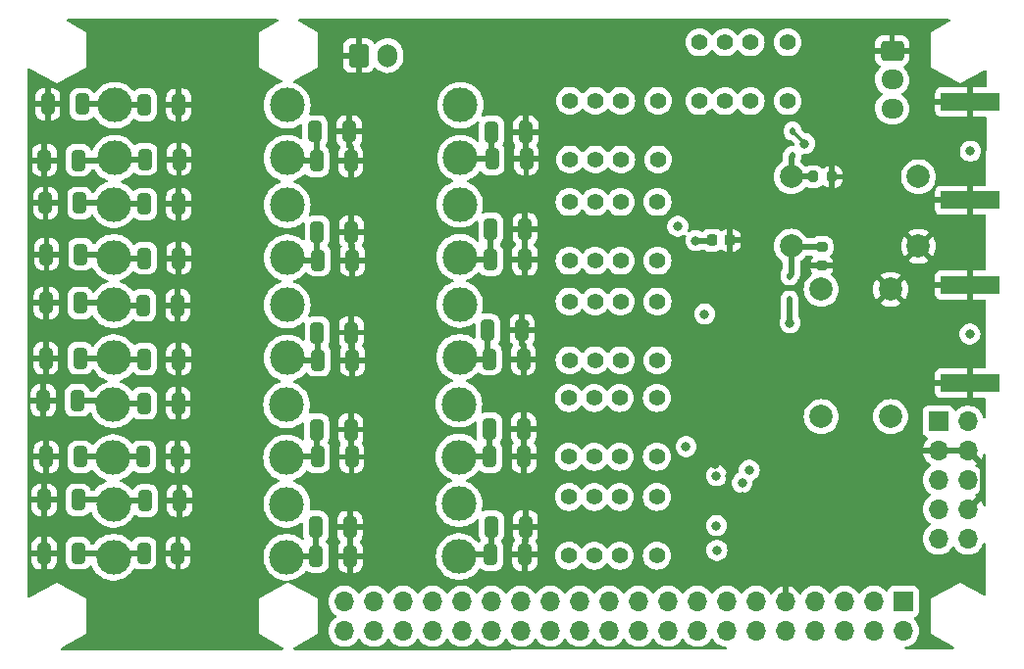
<source format=gbr>
%TF.GenerationSoftware,KiCad,Pcbnew,7.0.10*%
%TF.CreationDate,2024-04-14T10:08:43-05:00*%
%TF.ProjectId,txfilters,74786669-6c74-4657-9273-2e6b69636164,rev?*%
%TF.SameCoordinates,Original*%
%TF.FileFunction,Copper,L4,Bot*%
%TF.FilePolarity,Positive*%
%FSLAX46Y46*%
G04 Gerber Fmt 4.6, Leading zero omitted, Abs format (unit mm)*
G04 Created by KiCad (PCBNEW 7.0.10) date 2024-04-14 10:08:43*
%MOMM*%
%LPD*%
G01*
G04 APERTURE LIST*
G04 Aperture macros list*
%AMRoundRect*
0 Rectangle with rounded corners*
0 $1 Rounding radius*
0 $2 $3 $4 $5 $6 $7 $8 $9 X,Y pos of 4 corners*
0 Add a 4 corners polygon primitive as box body*
4,1,4,$2,$3,$4,$5,$6,$7,$8,$9,$2,$3,0*
0 Add four circle primitives for the rounded corners*
1,1,$1+$1,$2,$3*
1,1,$1+$1,$4,$5*
1,1,$1+$1,$6,$7*
1,1,$1+$1,$8,$9*
0 Add four rect primitives between the rounded corners*
20,1,$1+$1,$2,$3,$4,$5,0*
20,1,$1+$1,$4,$5,$6,$7,0*
20,1,$1+$1,$6,$7,$8,$9,0*
20,1,$1+$1,$8,$9,$2,$3,0*%
G04 Aperture macros list end*
%TA.AperFunction,ComponentPad*%
%ADD10C,1.400000*%
%TD*%
%TA.AperFunction,ComponentPad*%
%ADD11C,3.000000*%
%TD*%
%TA.AperFunction,ComponentPad*%
%ADD12C,2.000000*%
%TD*%
%TA.AperFunction,SMDPad,CuDef*%
%ADD13R,5.080000X1.500000*%
%TD*%
%TA.AperFunction,ComponentPad*%
%ADD14RoundRect,0.250000X-0.725000X0.600000X-0.725000X-0.600000X0.725000X-0.600000X0.725000X0.600000X0*%
%TD*%
%TA.AperFunction,ComponentPad*%
%ADD15O,1.950000X1.700000*%
%TD*%
%TA.AperFunction,SMDPad,CuDef*%
%ADD16RoundRect,0.250000X-0.325000X-0.650000X0.325000X-0.650000X0.325000X0.650000X-0.325000X0.650000X0*%
%TD*%
%TA.AperFunction,SMDPad,CuDef*%
%ADD17RoundRect,0.225000X-0.225000X-0.250000X0.225000X-0.250000X0.225000X0.250000X-0.225000X0.250000X0*%
%TD*%
%TA.AperFunction,SMDPad,CuDef*%
%ADD18RoundRect,0.250000X0.325000X0.650000X-0.325000X0.650000X-0.325000X-0.650000X0.325000X-0.650000X0*%
%TD*%
%TA.AperFunction,SMDPad,CuDef*%
%ADD19RoundRect,0.200000X-0.200000X-0.275000X0.200000X-0.275000X0.200000X0.275000X-0.200000X0.275000X0*%
%TD*%
%TA.AperFunction,SMDPad,CuDef*%
%ADD20RoundRect,0.112500X0.112500X-0.187500X0.112500X0.187500X-0.112500X0.187500X-0.112500X-0.187500X0*%
%TD*%
%TA.AperFunction,SMDPad,CuDef*%
%ADD21RoundRect,0.112500X-0.112500X0.187500X-0.112500X-0.187500X0.112500X-0.187500X0.112500X0.187500X0*%
%TD*%
%TA.AperFunction,ComponentPad*%
%ADD22R,1.700000X1.700000*%
%TD*%
%TA.AperFunction,ComponentPad*%
%ADD23O,1.700000X1.700000*%
%TD*%
%TA.AperFunction,ComponentPad*%
%ADD24RoundRect,0.250000X-0.600000X-0.750000X0.600000X-0.750000X0.600000X0.750000X-0.600000X0.750000X0*%
%TD*%
%TA.AperFunction,ComponentPad*%
%ADD25O,1.700000X2.000000*%
%TD*%
%TA.AperFunction,SMDPad,CuDef*%
%ADD26RoundRect,0.200000X-0.275000X0.200000X-0.275000X-0.200000X0.275000X-0.200000X0.275000X0.200000X0*%
%TD*%
%TA.AperFunction,ViaPad*%
%ADD27C,0.800000*%
%TD*%
%TA.AperFunction,Conductor*%
%ADD28C,0.500000*%
%TD*%
%TA.AperFunction,Conductor*%
%ADD29C,0.250000*%
%TD*%
G04 APERTURE END LIST*
D10*
%TO.P,K6,1*%
%TO.N,Net-(J4-Pin_6)*%
X155905000Y-142295000D03*
%TO.P,K6,2*%
%TO.N,Net-(K6-Pad2)*%
X152705000Y-142295000D03*
%TO.P,K6,3*%
%TO.N,Net-(K5-Pad6)*%
X150505000Y-142295000D03*
%TO.P,K6,4*%
%TO.N,Net-(C21-Pad1)*%
X148305000Y-142295000D03*
%TO.P,K6,5*%
%TO.N,Net-(C24-Pad1)*%
X148305000Y-147375000D03*
%TO.P,K6,6*%
%TO.N,Net-(K6-Pad6)*%
X150505000Y-147375000D03*
%TO.P,K6,7*%
%TO.N,Net-(K6-Pad2)*%
X152705000Y-147375000D03*
%TO.P,K6,8*%
%TO.N,Net-(U3-O1)*%
X155905000Y-147375000D03*
%TD*%
D11*
%TO.P,L9,1*%
%TO.N,Net-(C16-Pad1)*%
X109035000Y-125682500D03*
%TO.P,L9,2*%
%TO.N,Net-(C15-Pad1)*%
X109035000Y-130252500D03*
%TD*%
%TO.P,L1,1*%
%TO.N,Net-(C28-Pad1)*%
X138945000Y-108420000D03*
%TO.P,L1,2*%
%TO.N,Net-(C1-Pad1)*%
X138945000Y-112990000D03*
%TD*%
D10*
%TO.P,K1,1*%
%TO.N,Net-(J4-Pin_6)*%
X156005000Y-108045000D03*
%TO.P,K1,2*%
%TO.N,Net-(K1-Pad2)*%
X152805000Y-108045000D03*
%TO.P,K1,3*%
%TO.N,Net-(K1-Pad3)*%
X150605000Y-108045000D03*
%TO.P,K1,4*%
%TO.N,Net-(C1-Pad1)*%
X148405000Y-108045000D03*
%TO.P,K1,5*%
%TO.N,Net-(C30-Pad1)*%
X148405000Y-113125000D03*
%TO.P,K1,6*%
%TO.N,Net-(K1-Pad6)*%
X150605000Y-113125000D03*
%TO.P,K1,7*%
%TO.N,Net-(K1-Pad2)*%
X152805000Y-113125000D03*
%TO.P,K1,8*%
%TO.N,Net-(U3-O5)*%
X156005000Y-113125000D03*
%TD*%
D12*
%TO.P,L17,1,1*%
%TO.N,Net-(D1-A)*%
X167485000Y-120615000D03*
%TO.P,L17,2,2*%
%TO.N,GND*%
X178485000Y-120615000D03*
%TO.P,L17,3,3*%
%TO.N,Net-(D2-A)*%
X167485000Y-114615000D03*
%TO.P,L17,4,4*%
%TO.N,Net-(J3-In)*%
X178485000Y-114615000D03*
%TD*%
D11*
%TO.P,L2,1*%
%TO.N,Net-(C29-Pad1)*%
X123985000Y-108420000D03*
%TO.P,L2,2*%
%TO.N,Net-(C28-Pad1)*%
X123985000Y-112990000D03*
%TD*%
%TO.P,L3,1*%
%TO.N,Net-(C30-Pad1)*%
X109105000Y-108420000D03*
%TO.P,L3,2*%
%TO.N,Net-(C29-Pad1)*%
X109105000Y-112990000D03*
%TD*%
D10*
%TO.P,K5,1*%
%TO.N,Net-(J4-Pin_6)*%
X155895000Y-133732500D03*
%TO.P,K5,2*%
%TO.N,Net-(K5-Pad2)*%
X152695000Y-133732500D03*
%TO.P,K5,3*%
%TO.N,Net-(K4-Pad6)*%
X150495000Y-133732500D03*
%TO.P,K5,4*%
%TO.N,Net-(C17-Pad1)*%
X148295000Y-133732500D03*
%TO.P,K5,5*%
%TO.N,Net-(C20-Pad1)*%
X148295000Y-138812500D03*
%TO.P,K5,6*%
%TO.N,Net-(K5-Pad6)*%
X150495000Y-138812500D03*
%TO.P,K5,7*%
%TO.N,Net-(K5-Pad2)*%
X152695000Y-138812500D03*
%TO.P,K5,8*%
%TO.N,Net-(U3-O2)*%
X155895000Y-138812500D03*
%TD*%
D13*
%TO.P,J3,2,Ext*%
%TO.N,GND*%
X182910000Y-123955000D03*
X182910000Y-132455000D03*
%TD*%
D11*
%TO.P,L6,1*%
%TO.N,Net-(C12-Pad1)*%
X109035000Y-117021250D03*
%TO.P,L6,2*%
%TO.N,Net-(C11-Pad1)*%
X109035000Y-121591250D03*
%TD*%
%TO.P,L15,1*%
%TO.N,Net-(C24-Pad1)*%
X108985000Y-142929000D03*
%TO.P,L15,2*%
%TO.N,Net-(C23-Pad1)*%
X108985000Y-147499000D03*
%TD*%
D12*
%TO.P,L16,1,1*%
%TO.N,Net-(J3-In)*%
X176075000Y-135345000D03*
%TO.P,L16,2,2*%
%TO.N,GND*%
X176075000Y-124345000D03*
%TO.P,L16,3,3*%
%TO.N,Net-(K6-Pad6)*%
X170075000Y-135345000D03*
%TO.P,L16,4,4*%
%TO.N,Net-(D1-A)*%
X170075000Y-124345000D03*
%TD*%
D13*
%TO.P,J2,2,Ext*%
%TO.N,GND*%
X182960000Y-108145000D03*
X182960000Y-116645000D03*
%TD*%
D11*
%TO.P,L11,1*%
%TO.N,Net-(C19-Pad1)*%
X123935000Y-134325250D03*
%TO.P,L11,2*%
%TO.N,Net-(C18-Pad1)*%
X123935000Y-138895250D03*
%TD*%
%TO.P,L7,1*%
%TO.N,Net-(C14-Pad1)*%
X138875000Y-125652500D03*
%TO.P,L7,2*%
%TO.N,Net-(C13-Pad1)*%
X138875000Y-130222500D03*
%TD*%
D14*
%TO.P,J6,1,Pin_1*%
%TO.N,GND*%
X176203000Y-103713000D03*
D15*
%TO.P,J6,2,Pin_2*%
%TO.N,Net-(J2-In)*%
X176203000Y-106213000D03*
%TO.P,J6,3,Pin_3*%
%TO.N,Net-(J6-Pin_3)*%
X176203000Y-108713000D03*
%TD*%
D10*
%TO.P,K2,1*%
%TO.N,Net-(J4-Pin_6)*%
X167185000Y-102985000D03*
%TO.P,K2,2*%
%TO.N,Net-(J5-Pin_2)*%
X163985000Y-102985000D03*
%TO.P,K2,3*%
%TO.N,Net-(K1-Pad3)*%
X161785000Y-102985000D03*
%TO.P,K2,4*%
%TO.N,Net-(J2-In)*%
X159585000Y-102985000D03*
%TO.P,K2,5*%
X159585000Y-108065000D03*
%TO.P,K2,6*%
%TO.N,Net-(K1-Pad3)*%
X161785000Y-108065000D03*
%TO.P,K2,7*%
%TO.N,Net-(J5-Pin_2)*%
X163985000Y-108065000D03*
%TO.P,K2,8*%
%TO.N,Net-(U3-O7)*%
X167185000Y-108065000D03*
%TD*%
D11*
%TO.P,L4,1*%
%TO.N,Net-(C10-Pad1)*%
X138875000Y-117006250D03*
%TO.P,L4,2*%
%TO.N,Net-(C31-Pad1)*%
X138875000Y-121576250D03*
%TD*%
%TO.P,L8,1*%
%TO.N,Net-(C15-Pad1)*%
X123995000Y-125697500D03*
%TO.P,L8,2*%
%TO.N,Net-(C14-Pad1)*%
X123995000Y-130267500D03*
%TD*%
%TO.P,L12,1*%
%TO.N,Net-(C20-Pad1)*%
X108975000Y-134317750D03*
%TO.P,L12,2*%
%TO.N,Net-(C19-Pad1)*%
X108975000Y-138887750D03*
%TD*%
D10*
%TO.P,K3,1*%
%TO.N,Net-(J4-Pin_6)*%
X155955000Y-116787500D03*
%TO.P,K3,2*%
%TO.N,Net-(K3-Pad2)*%
X152755000Y-116787500D03*
%TO.P,K3,3*%
%TO.N,Net-(K1-Pad6)*%
X150555000Y-116787500D03*
%TO.P,K3,4*%
%TO.N,Net-(C31-Pad1)*%
X148355000Y-116787500D03*
%TO.P,K3,5*%
%TO.N,Net-(C12-Pad1)*%
X148355000Y-121867500D03*
%TO.P,K3,6*%
%TO.N,Net-(K3-Pad6)*%
X150555000Y-121867500D03*
%TO.P,K3,7*%
%TO.N,Net-(K3-Pad2)*%
X152755000Y-121867500D03*
%TO.P,K3,8*%
%TO.N,Net-(U3-O4)*%
X155955000Y-121867500D03*
%TD*%
D11*
%TO.P,L13,1*%
%TO.N,Net-(C22-Pad1)*%
X138825000Y-142869000D03*
%TO.P,L13,2*%
%TO.N,Net-(C21-Pad1)*%
X138825000Y-147439000D03*
%TD*%
%TO.P,L14,1*%
%TO.N,Net-(C23-Pad1)*%
X123945000Y-142929000D03*
%TO.P,L14,2*%
%TO.N,Net-(C22-Pad1)*%
X123945000Y-147499000D03*
%TD*%
%TO.P,L5,1*%
%TO.N,Net-(C11-Pad1)*%
X123995000Y-117043750D03*
%TO.P,L5,2*%
%TO.N,Net-(C10-Pad1)*%
X123995000Y-121613750D03*
%TD*%
D10*
%TO.P,K4,1*%
%TO.N,Net-(J4-Pin_6)*%
X155955000Y-125400000D03*
%TO.P,K4,2*%
%TO.N,Net-(K4-Pad2)*%
X152755000Y-125400000D03*
%TO.P,K4,3*%
%TO.N,Net-(K3-Pad6)*%
X150555000Y-125400000D03*
%TO.P,K4,4*%
%TO.N,Net-(C13-Pad1)*%
X148355000Y-125400000D03*
%TO.P,K4,5*%
%TO.N,Net-(C16-Pad1)*%
X148355000Y-130480000D03*
%TO.P,K4,6*%
%TO.N,Net-(K4-Pad6)*%
X150555000Y-130480000D03*
%TO.P,K4,7*%
%TO.N,Net-(K4-Pad2)*%
X152755000Y-130480000D03*
%TO.P,K4,8*%
%TO.N,Net-(U3-O3)*%
X155955000Y-130480000D03*
%TD*%
D11*
%TO.P,L10,1*%
%TO.N,Net-(C18-Pad1)*%
X138815000Y-134272750D03*
%TO.P,L10,2*%
%TO.N,Net-(C17-Pad1)*%
X138815000Y-138842750D03*
%TD*%
D16*
%TO.P,C31,1*%
%TO.N,Net-(C31-Pad1)*%
X141570000Y-119145000D03*
%TO.P,C31,2*%
%TO.N,GND*%
X144520000Y-119145000D03*
%TD*%
%TO.P,C19,1*%
%TO.N,Net-(C19-Pad1)*%
X111590000Y-138805000D03*
%TO.P,C19,2*%
%TO.N,GND*%
X114540000Y-138805000D03*
%TD*%
D17*
%TO.P,C8,1*%
%TO.N,Net-(J4-Pin_6)*%
X160654000Y-120103000D03*
%TO.P,C8,2*%
%TO.N,GND*%
X162204000Y-120103000D03*
%TD*%
D18*
%TO.P,C33,1*%
%TO.N,Net-(C12-Pad1)*%
X106080000Y-116885000D03*
%TO.P,C33,2*%
%TO.N,GND*%
X103130000Y-116885000D03*
%TD*%
D16*
%TO.P,C18,1*%
%TO.N,Net-(C18-Pad1)*%
X126600000Y-138830000D03*
%TO.P,C18,2*%
%TO.N,GND*%
X129550000Y-138830000D03*
%TD*%
%TO.P,C1,1*%
%TO.N,Net-(C1-Pad1)*%
X141670000Y-113055000D03*
%TO.P,C1,2*%
%TO.N,GND*%
X144620000Y-113055000D03*
%TD*%
%TO.P,C42,1*%
%TO.N,Net-(C17-Pad1)*%
X141446000Y-136401000D03*
%TO.P,C42,2*%
%TO.N,GND*%
X144396000Y-136401000D03*
%TD*%
%TO.P,C45,1*%
%TO.N,Net-(C22-Pad1)*%
X126460000Y-144893000D03*
%TO.P,C45,2*%
%TO.N,GND*%
X129410000Y-144893000D03*
%TD*%
%TO.P,C13,1*%
%TO.N,Net-(C13-Pad1)*%
X141420000Y-130375000D03*
%TO.P,C13,2*%
%TO.N,GND*%
X144370000Y-130375000D03*
%TD*%
%TO.P,C36,1*%
%TO.N,Net-(C14-Pad1)*%
X126584000Y-128081000D03*
%TO.P,C36,2*%
%TO.N,GND*%
X129534000Y-128081000D03*
%TD*%
D18*
%TO.P,C44,1*%
%TO.N,Net-(C23-Pad1)*%
X105950000Y-147159000D03*
%TO.P,C44,2*%
%TO.N,GND*%
X103000000Y-147159000D03*
%TD*%
D16*
%TO.P,C17,1*%
%TO.N,Net-(C17-Pad1)*%
X141480000Y-138815000D03*
%TO.P,C17,2*%
%TO.N,GND*%
X144430000Y-138815000D03*
%TD*%
%TO.P,C35,1*%
%TO.N,Net-(C13-Pad1)*%
X141316000Y-127875000D03*
%TO.P,C35,2*%
%TO.N,GND*%
X144266000Y-127875000D03*
%TD*%
%TO.P,C23,1*%
%TO.N,Net-(C23-Pad1)*%
X111610000Y-147145000D03*
%TO.P,C23,2*%
%TO.N,GND*%
X114560000Y-147145000D03*
%TD*%
%TO.P,C4,1*%
%TO.N,Net-(C28-Pad1)*%
X126520000Y-113235000D03*
%TO.P,C4,2*%
%TO.N,GND*%
X129470000Y-113235000D03*
%TD*%
%TO.P,C7,1*%
%TO.N,Net-(C30-Pad1)*%
X111670000Y-108395000D03*
%TO.P,C7,2*%
%TO.N,GND*%
X114620000Y-108395000D03*
%TD*%
%TO.P,C41,1*%
%TO.N,Net-(C18-Pad1)*%
X126522000Y-136463000D03*
%TO.P,C41,2*%
%TO.N,GND*%
X129472000Y-136463000D03*
%TD*%
D18*
%TO.P,C34,1*%
%TO.N,Net-(C11-Pad1)*%
X106166000Y-121319000D03*
%TO.P,C34,2*%
%TO.N,GND*%
X103216000Y-121319000D03*
%TD*%
D19*
%TO.P,R6,1*%
%TO.N,Net-(D2-A)*%
X169380000Y-114615000D03*
%TO.P,R6,2*%
%TO.N,GND*%
X171030000Y-114615000D03*
%TD*%
D20*
%TO.P,D1,1,K*%
%TO.N,Net-(D1-K)*%
X167340000Y-125271000D03*
%TO.P,D1,2,A*%
%TO.N,Net-(D1-A)*%
X167340000Y-123171000D03*
%TD*%
D21*
%TO.P,D2,1,K*%
%TO.N,Net-(D2-K)*%
X167619000Y-110675000D03*
%TO.P,D2,2,A*%
%TO.N,Net-(D2-A)*%
X167619000Y-112775000D03*
%TD*%
D16*
%TO.P,C5,1*%
%TO.N,Net-(C29-Pad1)*%
X111700000Y-113105000D03*
%TO.P,C5,2*%
%TO.N,GND*%
X114650000Y-113105000D03*
%TD*%
D22*
%TO.P,J4,1,Pin_1*%
%TO.N,unconnected-(J4-Pin_1-Pad1)*%
X180200000Y-135753600D03*
D23*
%TO.P,J4,2,Pin_2*%
%TO.N,unconnected-(J4-Pin_2-Pad2)*%
X182740000Y-135753600D03*
%TO.P,J4,3,Pin_3*%
%TO.N,GND*%
X180200000Y-138293600D03*
%TO.P,J4,4,Pin_4*%
X182740000Y-138293600D03*
%TO.P,J4,5,Pin_5*%
%TO.N,unconnected-(J4-Pin_5-Pad5)*%
X180200000Y-140833600D03*
%TO.P,J4,6,Pin_6*%
%TO.N,Net-(J4-Pin_6)*%
X182740000Y-140833600D03*
%TO.P,J4,7,Pin_7*%
%TO.N,unconnected-(J4-Pin_7-Pad7)*%
X180200000Y-143373600D03*
%TO.P,J4,8,Pin_8*%
%TO.N,GND*%
X182740000Y-143373600D03*
%TO.P,J4,9,Pin_9*%
%TO.N,unconnected-(J4-Pin_9-Pad9)*%
X180200000Y-145913600D03*
%TO.P,J4,10,Pin_10*%
%TO.N,unconnected-(J4-Pin_10-Pad10)*%
X182740000Y-145913600D03*
%TD*%
D16*
%TO.P,C10,1*%
%TO.N,Net-(C10-Pad1)*%
X126660000Y-121820000D03*
%TO.P,C10,2*%
%TO.N,GND*%
X129610000Y-121820000D03*
%TD*%
%TO.P,C24,1*%
%TO.N,Net-(C24-Pad1)*%
X111740000Y-142605000D03*
%TO.P,C24,2*%
%TO.N,GND*%
X114690000Y-142605000D03*
%TD*%
%TO.P,C32,1*%
%TO.N,Net-(C10-Pad1)*%
X126584000Y-119383000D03*
%TO.P,C32,2*%
%TO.N,GND*%
X129534000Y-119383000D03*
%TD*%
%TO.P,C46,1*%
%TO.N,Net-(C21-Pad1)*%
X141600000Y-144859000D03*
%TO.P,C46,2*%
%TO.N,GND*%
X144550000Y-144859000D03*
%TD*%
D18*
%TO.P,C29,1*%
%TO.N,Net-(C29-Pad1)*%
X105974000Y-113191000D03*
%TO.P,C29,2*%
%TO.N,GND*%
X103024000Y-113191000D03*
%TD*%
D16*
%TO.P,C21,1*%
%TO.N,Net-(C21-Pad1)*%
X141550000Y-147285000D03*
%TO.P,C21,2*%
%TO.N,GND*%
X144500000Y-147285000D03*
%TD*%
%TO.P,C12,1*%
%TO.N,Net-(C12-Pad1)*%
X111670000Y-116985000D03*
%TO.P,C12,2*%
%TO.N,GND*%
X114620000Y-116985000D03*
%TD*%
%TO.P,C15,1*%
%TO.N,Net-(C15-Pad1)*%
X111670000Y-130385000D03*
%TO.P,C15,2*%
%TO.N,GND*%
X114620000Y-130385000D03*
%TD*%
%TO.P,C16,1*%
%TO.N,Net-(C16-Pad1)*%
X111590000Y-125735000D03*
%TO.P,C16,2*%
%TO.N,GND*%
X114540000Y-125735000D03*
%TD*%
D24*
%TO.P,J5,1,Pin_1*%
%TO.N,GND*%
X130149000Y-104135000D03*
D25*
%TO.P,J5,2,Pin_2*%
%TO.N,Net-(J5-Pin_2)*%
X132649000Y-104135000D03*
%TD*%
D16*
%TO.P,C25,1*%
%TO.N,Net-(C1-Pad1)*%
X141632000Y-110747000D03*
%TO.P,C25,2*%
%TO.N,GND*%
X144582000Y-110747000D03*
%TD*%
%TO.P,C11,1*%
%TO.N,Net-(C11-Pad1)*%
X111680000Y-121655000D03*
%TO.P,C11,2*%
%TO.N,GND*%
X114630000Y-121655000D03*
%TD*%
%TO.P,C9,1*%
%TO.N,Net-(C31-Pad1)*%
X141540000Y-121765000D03*
%TO.P,C9,2*%
%TO.N,GND*%
X144490000Y-121765000D03*
%TD*%
D18*
%TO.P,C30,1*%
%TO.N,Net-(C30-Pad1)*%
X106272000Y-108345000D03*
%TO.P,C30,2*%
%TO.N,GND*%
X103322000Y-108345000D03*
%TD*%
%TO.P,C39,1*%
%TO.N,Net-(C20-Pad1)*%
X105888000Y-133951000D03*
%TO.P,C39,2*%
%TO.N,GND*%
X102938000Y-133951000D03*
%TD*%
D16*
%TO.P,C28,1*%
%TO.N,Net-(C28-Pad1)*%
X126392000Y-110699000D03*
%TO.P,C28,2*%
%TO.N,GND*%
X129342000Y-110699000D03*
%TD*%
D18*
%TO.P,C37,1*%
%TO.N,Net-(C15-Pad1)*%
X106104000Y-130305000D03*
%TO.P,C37,2*%
%TO.N,GND*%
X103154000Y-130305000D03*
%TD*%
%TO.P,C40,1*%
%TO.N,Net-(C19-Pad1)*%
X106142000Y-138825000D03*
%TO.P,C40,2*%
%TO.N,GND*%
X103192000Y-138825000D03*
%TD*%
%TO.P,C43,1*%
%TO.N,Net-(C24-Pad1)*%
X105950000Y-142539000D03*
%TO.P,C43,2*%
%TO.N,GND*%
X103000000Y-142539000D03*
%TD*%
D22*
%TO.P,J1,1,Pin_1*%
%TO.N,Net-(J1-Pin_1)*%
X177180000Y-151330000D03*
D23*
%TO.P,J1,2,Pin_2*%
%TO.N,unconnected-(J1-Pin_2-Pad2)*%
X177180000Y-153870000D03*
%TO.P,J1,3,Pin_3*%
%TO.N,Net-(J1-Pin_3)*%
X174640000Y-151330000D03*
%TO.P,J1,4,Pin_4*%
%TO.N,unconnected-(J1-Pin_4-Pad4)*%
X174640000Y-153870000D03*
%TO.P,J1,5,Pin_5*%
%TO.N,Net-(J1-Pin_5)*%
X172100000Y-151330000D03*
%TO.P,J1,6,Pin_6*%
%TO.N,unconnected-(J1-Pin_6-Pad6)*%
X172100000Y-153870000D03*
%TO.P,J1,7,Pin_7*%
%TO.N,unconnected-(J1-Pin_7-Pad7)*%
X169560000Y-151330000D03*
%TO.P,J1,8,Pin_8*%
%TO.N,unconnected-(J1-Pin_8-Pad8)*%
X169560000Y-153870000D03*
%TO.P,J1,9,Pin_9*%
%TO.N,GND*%
X167020000Y-151330000D03*
%TO.P,J1,10,Pin_10*%
%TO.N,unconnected-(J1-Pin_10-Pad10)*%
X167020000Y-153870000D03*
%TO.P,J1,11,Pin_11*%
%TO.N,unconnected-(J1-Pin_11-Pad11)*%
X164480000Y-151330000D03*
%TO.P,J1,12,Pin_12*%
%TO.N,unconnected-(J1-Pin_12-Pad12)*%
X164480000Y-153870000D03*
%TO.P,J1,13,Pin_13*%
%TO.N,unconnected-(J1-Pin_13-Pad13)*%
X161940000Y-151330000D03*
%TO.P,J1,14,Pin_14*%
%TO.N,unconnected-(J1-Pin_14-Pad14)*%
X161940000Y-153870000D03*
%TO.P,J1,15,Pin_15*%
%TO.N,unconnected-(J1-Pin_15-Pad15)*%
X159400000Y-151330000D03*
%TO.P,J1,16,Pin_16*%
%TO.N,unconnected-(J1-Pin_16-Pad16)*%
X159400000Y-153870000D03*
%TO.P,J1,17,Pin_17*%
%TO.N,unconnected-(J1-Pin_17-Pad17)*%
X156860000Y-151330000D03*
%TO.P,J1,18,Pin_18*%
%TO.N,unconnected-(J1-Pin_18-Pad18)*%
X156860000Y-153870000D03*
%TO.P,J1,19,Pin_19*%
%TO.N,unconnected-(J1-Pin_19-Pad19)*%
X154320000Y-151330000D03*
%TO.P,J1,20,Pin_20*%
%TO.N,unconnected-(J1-Pin_20-Pad20)*%
X154320000Y-153870000D03*
%TO.P,J1,21,Pin_21*%
%TO.N,unconnected-(J1-Pin_21-Pad21)*%
X151780000Y-151330000D03*
%TO.P,J1,22,Pin_22*%
%TO.N,unconnected-(J1-Pin_22-Pad22)*%
X151780000Y-153870000D03*
%TO.P,J1,23,Pin_23*%
%TO.N,unconnected-(J1-Pin_23-Pad23)*%
X149240000Y-151330000D03*
%TO.P,J1,24,Pin_24*%
%TO.N,unconnected-(J1-Pin_24-Pad24)*%
X149240000Y-153870000D03*
%TO.P,J1,25,Pin_25*%
%TO.N,unconnected-(J1-Pin_25-Pad25)*%
X146700000Y-151330000D03*
%TO.P,J1,26,Pin_26*%
%TO.N,unconnected-(J1-Pin_26-Pad26)*%
X146700000Y-153870000D03*
%TO.P,J1,27,Pin_27*%
%TO.N,unconnected-(J1-Pin_27-Pad27)*%
X144160000Y-151330000D03*
%TO.P,J1,28,Pin_28*%
%TO.N,unconnected-(J1-Pin_28-Pad28)*%
X144160000Y-153870000D03*
%TO.P,J1,29,Pin_29*%
%TO.N,unconnected-(J1-Pin_29-Pad29)*%
X141620000Y-151330000D03*
%TO.P,J1,30,Pin_30*%
%TO.N,unconnected-(J1-Pin_30-Pad30)*%
X141620000Y-153870000D03*
%TO.P,J1,31,Pin_31*%
%TO.N,unconnected-(J1-Pin_31-Pad31)*%
X139080000Y-151330000D03*
%TO.P,J1,32,Pin_32*%
%TO.N,unconnected-(J1-Pin_32-Pad32)*%
X139080000Y-153870000D03*
%TO.P,J1,33,Pin_33*%
%TO.N,unconnected-(J1-Pin_33-Pad33)*%
X136540000Y-151330000D03*
%TO.P,J1,34,Pin_34*%
%TO.N,unconnected-(J1-Pin_34-Pad34)*%
X136540000Y-153870000D03*
%TO.P,J1,35,Pin_35*%
%TO.N,unconnected-(J1-Pin_35-Pad35)*%
X134000000Y-151330000D03*
%TO.P,J1,36,Pin_36*%
%TO.N,unconnected-(J1-Pin_36-Pad36)*%
X134000000Y-153870000D03*
%TO.P,J1,37,Pin_37*%
%TO.N,unconnected-(J1-Pin_37-Pad37)*%
X131460000Y-151330000D03*
%TO.P,J1,38,Pin_38*%
%TO.N,unconnected-(J1-Pin_38-Pad38)*%
X131460000Y-153870000D03*
%TO.P,J1,39,Pin_39*%
%TO.N,unconnected-(J1-Pin_39-Pad39)*%
X128920000Y-151330000D03*
%TO.P,J1,40,Pin_40*%
%TO.N,unconnected-(J1-Pin_40-Pad40)*%
X128920000Y-153870000D03*
%TD*%
D16*
%TO.P,C20,1*%
%TO.N,Net-(C20-Pad1)*%
X111630000Y-134205000D03*
%TO.P,C20,2*%
%TO.N,GND*%
X114580000Y-134205000D03*
%TD*%
%TO.P,C14,1*%
%TO.N,Net-(C14-Pad1)*%
X126660000Y-130465000D03*
%TO.P,C14,2*%
%TO.N,GND*%
X129610000Y-130465000D03*
%TD*%
D26*
%TO.P,R5,1*%
%TO.N,Net-(D1-A)*%
X170143000Y-120656000D03*
%TO.P,R5,2*%
%TO.N,GND*%
X170143000Y-122306000D03*
%TD*%
D18*
%TO.P,C38,1*%
%TO.N,Net-(C16-Pad1)*%
X106142000Y-125521000D03*
%TO.P,C38,2*%
%TO.N,GND*%
X103192000Y-125521000D03*
%TD*%
D16*
%TO.P,C22,1*%
%TO.N,Net-(C22-Pad1)*%
X126500000Y-147425000D03*
%TO.P,C22,2*%
%TO.N,GND*%
X129450000Y-147425000D03*
%TD*%
D27*
%TO.N,GND*%
X144526000Y-121666000D03*
X114554000Y-150876000D03*
X171323000Y-143764000D03*
X144399000Y-113157000D03*
X169672000Y-107442000D03*
X157734000Y-104648000D03*
X138938000Y-102616000D03*
X129540000Y-113284000D03*
X170180000Y-117602000D03*
X160528000Y-109220000D03*
X149606000Y-119126000D03*
X163195000Y-149733000D03*
X158115000Y-149733000D03*
X154432000Y-107442000D03*
X103124000Y-147320000D03*
X149606000Y-102616000D03*
X167280000Y-128716000D03*
X114554000Y-139192000D03*
X183040000Y-108140000D03*
X179324000Y-110998000D03*
X150622000Y-149733000D03*
X103124000Y-113284000D03*
X114554000Y-134366000D03*
X144526000Y-139192000D03*
X177546000Y-137668000D03*
X103124000Y-116840000D03*
X103124000Y-134112000D03*
X178054000Y-109982000D03*
X149606000Y-128016000D03*
X129540000Y-139192000D03*
X149606000Y-105664000D03*
X144399000Y-147828000D03*
X160528000Y-149733000D03*
X170180000Y-129794000D03*
X165608000Y-109220000D03*
X129540000Y-147828000D03*
X168910000Y-143764000D03*
X114554000Y-113284000D03*
X165735000Y-149733000D03*
X144399000Y-110109000D03*
X164860000Y-123990000D03*
X129540000Y-145288000D03*
X163195000Y-147447000D03*
X165735000Y-147447000D03*
X129540000Y-127889000D03*
X182960000Y-132520000D03*
X144526000Y-119126000D03*
X144526000Y-127381000D03*
X103124000Y-121412000D03*
X181102000Y-108077000D03*
X103124000Y-130302000D03*
X168275000Y-149733000D03*
X114554000Y-108458000D03*
X155702000Y-149733000D03*
X157734000Y-107442000D03*
X182970000Y-123800000D03*
X167386000Y-132080000D03*
X129540000Y-136144000D03*
X114554000Y-147574000D03*
X164120000Y-144780000D03*
X103378000Y-108458000D03*
X168910000Y-137668000D03*
X171196000Y-140970000D03*
X149606000Y-144780000D03*
X177546000Y-140970000D03*
X129540000Y-119126000D03*
X168275000Y-147447000D03*
X114554000Y-130302000D03*
X169672000Y-104140000D03*
X144526000Y-136144000D03*
X129540000Y-110744000D03*
X153035000Y-149733000D03*
X103124000Y-142748000D03*
X165608000Y-104902000D03*
X160939836Y-139439530D03*
X163322000Y-142240000D03*
X179070000Y-150622000D03*
X158440000Y-136420000D03*
X103124000Y-125476000D03*
X138938000Y-105664000D03*
X144526000Y-130048000D03*
X114554000Y-117094000D03*
X127000000Y-150876000D03*
X144399000Y-144780000D03*
X114554000Y-142748000D03*
X162306000Y-120142000D03*
X129540000Y-121920000D03*
X149606000Y-110744000D03*
X177546000Y-145796000D03*
X171196000Y-147574000D03*
X170180000Y-110236000D03*
X168910000Y-140970000D03*
X175514000Y-129794000D03*
X170815000Y-149733000D03*
X114554000Y-121666000D03*
X129540000Y-130556000D03*
X173228000Y-104140000D03*
X171196000Y-137668000D03*
X179324000Y-106553000D03*
X182990000Y-116670000D03*
X175514000Y-117602000D03*
X149606000Y-136398000D03*
X162220000Y-140490000D03*
X114554000Y-125730000D03*
X103124000Y-139192000D03*
X173228000Y-107442000D03*
%TO.N,Net-(J1-Pin_1)*%
X161080000Y-146902000D03*
X161036000Y-144780000D03*
X158415000Y-137940000D03*
X161036000Y-140462000D03*
X163866366Y-139985000D03*
%TO.N,Net-(J4-Pin_6)*%
X159258000Y-120142000D03*
%TO.N,Net-(D1-K)*%
X167386000Y-127254000D03*
%TO.N,Net-(D2-K)*%
X163254998Y-141050128D03*
X168656000Y-111760000D03*
%TO.N,Net-(U3-O7)*%
X157704319Y-118887840D03*
%TO.N,Net-(J3-In)*%
X182910000Y-128205000D03*
%TO.N,Net-(J2-In)*%
X182960000Y-112395000D03*
%TO.N,Net-(J6-Pin_3)*%
X160020000Y-126492000D03*
%TD*%
D28*
%TO.N,GND*%
X184040000Y-139593600D02*
X184040000Y-142073600D01*
X182740000Y-138293600D02*
X184040000Y-139593600D01*
X184040000Y-142073600D02*
X182740000Y-143373600D01*
%TO.N,Net-(C28-Pad1)*%
X126520000Y-110827000D02*
X126392000Y-110699000D01*
X126520000Y-113235000D02*
X126520000Y-110827000D01*
X126520000Y-113235000D02*
X124230000Y-113235000D01*
X124230000Y-113235000D02*
X123985000Y-112990000D01*
%TO.N,Net-(C29-Pad1)*%
X111700000Y-113105000D02*
X109220000Y-113105000D01*
X108904000Y-113191000D02*
X109105000Y-112990000D01*
X109220000Y-113105000D02*
X109105000Y-112990000D01*
X105974000Y-113191000D02*
X108904000Y-113191000D01*
%TO.N,Net-(C30-Pad1)*%
X109130000Y-108395000D02*
X109105000Y-108420000D01*
X106272000Y-108345000D02*
X109030000Y-108345000D01*
X111670000Y-108395000D02*
X109130000Y-108395000D01*
X109030000Y-108345000D02*
X109105000Y-108420000D01*
%TO.N,Net-(C31-Pad1)*%
X141540000Y-121765000D02*
X139063750Y-121765000D01*
X141570000Y-121735000D02*
X141540000Y-121765000D01*
X139063750Y-121765000D02*
X138875000Y-121576250D01*
X141570000Y-119145000D02*
X141570000Y-121735000D01*
%TO.N,Net-(C10-Pad1)*%
X124201250Y-121820000D02*
X123995000Y-121613750D01*
X126584000Y-121744000D02*
X126660000Y-121820000D01*
X126584000Y-119383000D02*
X126584000Y-121744000D01*
X126660000Y-121820000D02*
X124201250Y-121820000D01*
X124271250Y-121890000D02*
X123995000Y-121613750D01*
%TO.N,Net-(C11-Pad1)*%
X106166000Y-121319000D02*
X108762750Y-121319000D01*
X108762750Y-121319000D02*
X109035000Y-121591250D01*
X111680000Y-121655000D02*
X109098750Y-121655000D01*
X109098750Y-121655000D02*
X109035000Y-121591250D01*
%TO.N,Net-(C12-Pad1)*%
X108898750Y-116885000D02*
X109035000Y-117021250D01*
X111670000Y-116985000D02*
X109071250Y-116985000D01*
X106080000Y-116885000D02*
X108898750Y-116885000D01*
X109071250Y-116985000D02*
X109035000Y-117021250D01*
%TO.N,Net-(C13-Pad1)*%
X141420000Y-130375000D02*
X139027500Y-130375000D01*
X139027500Y-130375000D02*
X138875000Y-130222500D01*
X141316000Y-130271000D02*
X141420000Y-130375000D01*
X141316000Y-127875000D02*
X141316000Y-130271000D01*
%TO.N,Net-(C14-Pad1)*%
X126660000Y-128157000D02*
X126584000Y-128081000D01*
X126660000Y-130465000D02*
X126660000Y-128157000D01*
X126660000Y-130465000D02*
X124192500Y-130465000D01*
X124262500Y-130535000D02*
X123995000Y-130267500D01*
X124192500Y-130465000D02*
X123995000Y-130267500D01*
%TO.N,Net-(C15-Pad1)*%
X108982500Y-130305000D02*
X109035000Y-130252500D01*
X109167500Y-130385000D02*
X109035000Y-130252500D01*
X106104000Y-130305000D02*
X108982500Y-130305000D01*
X111670000Y-130385000D02*
X109167500Y-130385000D01*
%TO.N,Net-(C16-Pad1)*%
X111590000Y-125735000D02*
X109087500Y-125735000D01*
X108873500Y-125521000D02*
X109035000Y-125682500D01*
X106142000Y-125521000D02*
X108873500Y-125521000D01*
X109087500Y-125735000D02*
X109035000Y-125682500D01*
%TO.N,Net-(C17-Pad1)*%
X141446000Y-136401000D02*
X141446000Y-138781000D01*
X141446000Y-138781000D02*
X141480000Y-138815000D01*
X141480000Y-138815000D02*
X139041250Y-138815000D01*
%TO.N,Net-(J4-Pin_6)*%
X159258000Y-120142000D02*
X160615000Y-120142000D01*
X160615000Y-120142000D02*
X160654000Y-120103000D01*
%TO.N,Net-(C1-Pad1)*%
X141632000Y-113017000D02*
X141670000Y-113055000D01*
X141670000Y-113055000D02*
X139010000Y-113055000D01*
X139010000Y-113055000D02*
X138945000Y-112990000D01*
X141632000Y-110747000D02*
X141632000Y-113017000D01*
%TO.N,Net-(C18-Pad1)*%
X126522000Y-136463000D02*
X126522000Y-138752000D01*
X126600000Y-138830000D02*
X124123750Y-138830000D01*
X126522000Y-138752000D02*
X126600000Y-138830000D01*
X124193750Y-138900000D02*
X123935000Y-138641250D01*
X124123750Y-138830000D02*
X123935000Y-138641250D01*
%TO.N,Net-(C19-Pad1)*%
X111590000Y-138805000D02*
X109146250Y-138805000D01*
X109146250Y-138805000D02*
X108975000Y-138633750D01*
X106142000Y-138825000D02*
X108783750Y-138825000D01*
X108783750Y-138825000D02*
X108975000Y-138633750D01*
%TO.N,Net-(C20-Pad1)*%
X105888000Y-133951000D02*
X108862250Y-133951000D01*
X108862250Y-133951000D02*
X108975000Y-134063750D01*
X111630000Y-134205000D02*
X109116250Y-134205000D01*
X109116250Y-134205000D02*
X108975000Y-134063750D01*
%TO.N,Net-(C21-Pad1)*%
X141550000Y-147285000D02*
X138925000Y-147285000D01*
X141600000Y-144605000D02*
X141600000Y-147235000D01*
X141600000Y-147235000D02*
X141550000Y-147285000D01*
%TO.N,Net-(C22-Pad1)*%
X126460000Y-147385000D02*
X126500000Y-147425000D01*
X124195000Y-147495000D02*
X123945000Y-147245000D01*
X126460000Y-144893000D02*
X126460000Y-147385000D01*
X124125000Y-147425000D02*
X123945000Y-147245000D01*
X126500000Y-147425000D02*
X124125000Y-147425000D01*
%TO.N,Net-(C23-Pad1)*%
X109085000Y-147145000D02*
X108985000Y-147245000D01*
X105950000Y-147159000D02*
X108899000Y-147159000D01*
X108899000Y-147159000D02*
X108985000Y-147245000D01*
X111610000Y-147145000D02*
X109085000Y-147145000D01*
%TO.N,Net-(C24-Pad1)*%
X109055000Y-142605000D02*
X108985000Y-142675000D01*
X111740000Y-142605000D02*
X109055000Y-142605000D01*
X108849000Y-142539000D02*
X108985000Y-142675000D01*
X105950000Y-142539000D02*
X108849000Y-142539000D01*
%TO.N,Net-(D1-K)*%
X167386000Y-127199000D02*
X167285000Y-127300000D01*
X167386000Y-127254000D02*
X167386000Y-127199000D01*
X167340000Y-127245000D02*
X167331000Y-127254000D01*
X167331000Y-127254000D02*
X167386000Y-127254000D01*
X167340000Y-125271000D02*
X167340000Y-127245000D01*
D29*
%TO.N,Net-(D2-K)*%
X168656000Y-111760000D02*
X168656000Y-111712000D01*
X168656000Y-111712000D02*
X167619000Y-110675000D01*
D28*
%TO.N,Net-(D1-A)*%
X167526000Y-120656000D02*
X167485000Y-120615000D01*
X167485000Y-123026000D02*
X167340000Y-123171000D01*
X167485000Y-120615000D02*
X167485000Y-123026000D01*
X170143000Y-120656000D02*
X167526000Y-120656000D01*
%TO.N,Net-(D2-A)*%
X167485000Y-114615000D02*
X167485000Y-112909000D01*
X167485000Y-112909000D02*
X167619000Y-112775000D01*
X169380000Y-114615000D02*
X167485000Y-114615000D01*
%TD*%
%TA.AperFunction,Conductor*%
%TO.N,GND*%
G36*
X123171552Y-100999685D02*
G01*
X123217307Y-101052489D01*
X123227251Y-101121647D01*
X123198226Y-101185203D01*
X123164271Y-101212650D01*
X121540000Y-102106000D01*
X121540000Y-105154000D01*
X123360246Y-106155135D01*
X123520910Y-106243500D01*
X123570165Y-106293056D01*
X123584809Y-106361374D01*
X123560192Y-106426763D01*
X123504132Y-106468464D01*
X123494607Y-106471553D01*
X123310821Y-106523047D01*
X123058801Y-106632514D01*
X122824034Y-106775279D01*
X122610892Y-106948683D01*
X122610889Y-106948685D01*
X122610889Y-106948686D01*
X122608122Y-106951649D01*
X122423340Y-107149500D01*
X122264893Y-107373969D01*
X122264889Y-107373975D01*
X122138476Y-107617943D01*
X122046463Y-107876841D01*
X122046458Y-107876858D01*
X121990558Y-108145867D01*
X121990557Y-108145869D01*
X121971807Y-108420000D01*
X121990557Y-108694130D01*
X121990558Y-108694132D01*
X122046458Y-108963141D01*
X122046463Y-108963158D01*
X122138476Y-109222056D01*
X122264889Y-109466024D01*
X122264893Y-109466030D01*
X122423340Y-109690499D01*
X122429714Y-109697324D01*
X122610889Y-109891314D01*
X122824031Y-110064718D01*
X122824033Y-110064719D01*
X122824034Y-110064720D01*
X123058801Y-110207485D01*
X123131161Y-110238915D01*
X123310823Y-110316953D01*
X123575404Y-110391085D01*
X123814720Y-110423978D01*
X123847614Y-110428500D01*
X123847615Y-110428500D01*
X124122386Y-110428500D01*
X124151733Y-110424466D01*
X124394596Y-110391085D01*
X124659177Y-110316953D01*
X124911200Y-110207484D01*
X125120073Y-110080465D01*
X125187579Y-110062452D01*
X125254109Y-110083795D01*
X125298539Y-110137719D01*
X125308500Y-110186414D01*
X125308500Y-111223585D01*
X125288815Y-111290624D01*
X125236011Y-111336379D01*
X125166853Y-111346323D01*
X125120072Y-111329533D01*
X124911198Y-111202514D01*
X124659178Y-111093047D01*
X124394602Y-111018916D01*
X124394597Y-111018915D01*
X124394596Y-111018915D01*
X124258490Y-111000207D01*
X124122386Y-110981500D01*
X124122385Y-110981500D01*
X123847615Y-110981500D01*
X123847614Y-110981500D01*
X123575404Y-111018915D01*
X123575397Y-111018916D01*
X123310821Y-111093047D01*
X123058801Y-111202514D01*
X122824034Y-111345279D01*
X122610892Y-111518683D01*
X122423340Y-111719500D01*
X122264893Y-111943969D01*
X122264889Y-111943975D01*
X122138476Y-112187943D01*
X122046463Y-112446841D01*
X122046458Y-112446858D01*
X121990558Y-112715867D01*
X121990557Y-112715869D01*
X121971807Y-112990000D01*
X121990557Y-113264130D01*
X121990558Y-113264132D01*
X122046458Y-113533141D01*
X122046463Y-113533158D01*
X122138476Y-113792056D01*
X122264889Y-114036024D01*
X122264893Y-114036030D01*
X122423340Y-114260499D01*
X122430104Y-114267741D01*
X122610889Y-114461314D01*
X122824031Y-114634718D01*
X122824033Y-114634719D01*
X122824034Y-114634720D01*
X123058801Y-114777485D01*
X123201355Y-114839404D01*
X123310823Y-114886953D01*
X123353367Y-114898873D01*
X123412610Y-114935914D01*
X123442423Y-114999104D01*
X123433340Y-115068380D01*
X123388245Y-115121749D01*
X123353372Y-115137676D01*
X123320823Y-115146796D01*
X123068801Y-115256264D01*
X122834034Y-115399029D01*
X122620892Y-115572433D01*
X122620889Y-115572435D01*
X122620889Y-115572436D01*
X122617093Y-115576501D01*
X122433340Y-115773250D01*
X122274893Y-115997719D01*
X122274889Y-115997725D01*
X122148476Y-116241693D01*
X122056463Y-116500591D01*
X122056458Y-116500608D01*
X122000558Y-116769617D01*
X122000557Y-116769619D01*
X121981807Y-117043750D01*
X122000557Y-117317880D01*
X122000558Y-117317882D01*
X122056458Y-117586891D01*
X122056463Y-117586908D01*
X122145826Y-117838350D01*
X122148477Y-117845808D01*
X122152783Y-117854119D01*
X122274889Y-118089774D01*
X122274893Y-118089780D01*
X122433340Y-118314249D01*
X122461280Y-118344166D01*
X122620889Y-118515064D01*
X122834031Y-118688468D01*
X122834033Y-118688469D01*
X122834034Y-118688470D01*
X123068801Y-118831235D01*
X123199120Y-118887840D01*
X123320823Y-118940703D01*
X123585404Y-119014835D01*
X123824720Y-119047728D01*
X123857614Y-119052250D01*
X123857615Y-119052250D01*
X124132386Y-119052250D01*
X124161733Y-119048216D01*
X124404596Y-119014835D01*
X124669177Y-118940703D01*
X124921200Y-118831234D01*
X125155969Y-118688468D01*
X125299052Y-118572061D01*
X125363476Y-118545024D01*
X125432292Y-118557109D01*
X125483651Y-118604480D01*
X125501245Y-118672098D01*
X125500664Y-118680838D01*
X125500501Y-118682430D01*
X125500500Y-118682460D01*
X125500500Y-119988594D01*
X125480815Y-120055633D01*
X125428011Y-120101388D01*
X125358853Y-120111332D01*
X125298245Y-120084782D01*
X125165623Y-119976886D01*
X125155969Y-119969032D01*
X125155967Y-119969031D01*
X125155965Y-119969029D01*
X124921198Y-119826264D01*
X124669178Y-119716797D01*
X124404602Y-119642666D01*
X124404597Y-119642665D01*
X124404596Y-119642665D01*
X124240906Y-119620166D01*
X124132386Y-119605250D01*
X124132385Y-119605250D01*
X123857615Y-119605250D01*
X123857614Y-119605250D01*
X123585404Y-119642665D01*
X123585397Y-119642666D01*
X123320821Y-119716797D01*
X123068801Y-119826264D01*
X122834034Y-119969029D01*
X122620892Y-120142433D01*
X122620889Y-120142435D01*
X122620889Y-120142436D01*
X122592951Y-120172350D01*
X122433340Y-120343250D01*
X122274893Y-120567719D01*
X122274889Y-120567725D01*
X122148476Y-120811693D01*
X122056463Y-121070591D01*
X122056458Y-121070608D01*
X122000558Y-121339617D01*
X122000557Y-121339619D01*
X121981807Y-121613750D01*
X122000557Y-121887880D01*
X122000558Y-121887882D01*
X122056458Y-122156891D01*
X122056463Y-122156908D01*
X122148476Y-122415806D01*
X122274889Y-122659774D01*
X122274893Y-122659780D01*
X122433340Y-122884249D01*
X122451814Y-122904030D01*
X122620889Y-123085064D01*
X122834031Y-123258468D01*
X122834033Y-123258469D01*
X122834034Y-123258470D01*
X123068801Y-123401235D01*
X123234487Y-123473202D01*
X123320823Y-123510703D01*
X123393621Y-123531100D01*
X123411905Y-123536223D01*
X123471148Y-123573265D01*
X123500959Y-123636455D01*
X123491875Y-123705732D01*
X123446779Y-123759100D01*
X123411905Y-123775027D01*
X123320821Y-123800547D01*
X123068801Y-123910014D01*
X122834034Y-124052779D01*
X122620892Y-124226183D01*
X122433340Y-124427000D01*
X122274893Y-124651469D01*
X122274889Y-124651475D01*
X122148476Y-124895443D01*
X122056463Y-125154341D01*
X122056458Y-125154358D01*
X122000558Y-125423367D01*
X122000557Y-125423369D01*
X121981807Y-125697500D01*
X122000557Y-125971630D01*
X122000558Y-125971632D01*
X122056458Y-126240641D01*
X122056463Y-126240658D01*
X122148476Y-126499556D01*
X122274889Y-126743524D01*
X122274893Y-126743530D01*
X122433340Y-126967999D01*
X122433343Y-126968002D01*
X122620889Y-127168814D01*
X122834031Y-127342218D01*
X122834033Y-127342219D01*
X122834034Y-127342220D01*
X123068801Y-127484985D01*
X123273348Y-127573831D01*
X123320823Y-127594453D01*
X123585404Y-127668585D01*
X123824720Y-127701478D01*
X123857614Y-127706000D01*
X123857615Y-127706000D01*
X124132386Y-127706000D01*
X124161733Y-127701966D01*
X124404596Y-127668585D01*
X124669177Y-127594453D01*
X124921200Y-127484984D01*
X125155969Y-127342218D01*
X125303981Y-127221800D01*
X125368407Y-127194763D01*
X125437224Y-127206848D01*
X125488582Y-127254220D01*
X125506176Y-127321838D01*
X125505594Y-127330592D01*
X125500500Y-127380447D01*
X125500500Y-128642344D01*
X125480815Y-128709383D01*
X125428011Y-128755138D01*
X125358853Y-128765082D01*
X125298245Y-128738532D01*
X125155965Y-128622779D01*
X124921198Y-128480014D01*
X124669178Y-128370547D01*
X124404602Y-128296416D01*
X124404597Y-128296415D01*
X124404596Y-128296415D01*
X124268490Y-128277707D01*
X124132386Y-128259000D01*
X124132385Y-128259000D01*
X123857615Y-128259000D01*
X123857614Y-128259000D01*
X123585404Y-128296415D01*
X123585397Y-128296416D01*
X123320821Y-128370547D01*
X123068801Y-128480014D01*
X122834034Y-128622779D01*
X122620892Y-128796183D01*
X122433340Y-128997000D01*
X122274893Y-129221469D01*
X122274889Y-129221475D01*
X122148476Y-129465443D01*
X122056463Y-129724341D01*
X122056458Y-129724358D01*
X122000558Y-129993367D01*
X122000557Y-129993369D01*
X121981807Y-130267500D01*
X122000557Y-130541630D01*
X122000558Y-130541632D01*
X122056458Y-130810641D01*
X122056463Y-130810658D01*
X122148476Y-131069556D01*
X122274889Y-131313524D01*
X122274893Y-131313530D01*
X122433340Y-131537999D01*
X122433343Y-131538002D01*
X122620889Y-131738814D01*
X122834031Y-131912218D01*
X122834033Y-131912219D01*
X122834034Y-131912220D01*
X123068801Y-132054985D01*
X123320823Y-132164453D01*
X123335506Y-132168567D01*
X123394749Y-132205608D01*
X123424561Y-132268798D01*
X123415478Y-132338075D01*
X123370382Y-132391443D01*
X123335508Y-132407370D01*
X123260826Y-132428295D01*
X123008801Y-132537764D01*
X122774034Y-132680529D01*
X122560892Y-132853933D01*
X122373340Y-133054750D01*
X122214893Y-133279219D01*
X122214889Y-133279225D01*
X122088476Y-133523193D01*
X121996463Y-133782091D01*
X121996458Y-133782108D01*
X121940558Y-134051117D01*
X121940557Y-134051119D01*
X121921807Y-134325250D01*
X121940557Y-134599380D01*
X121940558Y-134599382D01*
X121996458Y-134868391D01*
X121996463Y-134868408D01*
X122088476Y-135127306D01*
X122214889Y-135371274D01*
X122214893Y-135371280D01*
X122373340Y-135595749D01*
X122401280Y-135625666D01*
X122560889Y-135796564D01*
X122774031Y-135969968D01*
X122774033Y-135969969D01*
X122774034Y-135969970D01*
X123008801Y-136112735D01*
X123200986Y-136196212D01*
X123260823Y-136222203D01*
X123525404Y-136296335D01*
X123764720Y-136329228D01*
X123797614Y-136333750D01*
X123797615Y-136333750D01*
X124072386Y-136333750D01*
X124101733Y-136329716D01*
X124344596Y-136296335D01*
X124609177Y-136222203D01*
X124861200Y-136112734D01*
X125095969Y-135969968D01*
X125236247Y-135855843D01*
X125300671Y-135828806D01*
X125369487Y-135840891D01*
X125420846Y-135888262D01*
X125438500Y-135952032D01*
X125438500Y-137163537D01*
X125438501Y-137163553D01*
X125448845Y-137264803D01*
X125436075Y-137333496D01*
X125388195Y-137384380D01*
X125320405Y-137401301D01*
X125254228Y-137378885D01*
X125247232Y-137373593D01*
X125116736Y-137267427D01*
X125095969Y-137250532D01*
X125095967Y-137250531D01*
X125095965Y-137250529D01*
X124861198Y-137107764D01*
X124609178Y-136998297D01*
X124344602Y-136924166D01*
X124344597Y-136924165D01*
X124344596Y-136924165D01*
X124130880Y-136894790D01*
X124072386Y-136886750D01*
X124072385Y-136886750D01*
X123797615Y-136886750D01*
X123797614Y-136886750D01*
X123525404Y-136924165D01*
X123525397Y-136924166D01*
X123260821Y-136998297D01*
X123008801Y-137107764D01*
X122774034Y-137250529D01*
X122560892Y-137423933D01*
X122560889Y-137423935D01*
X122560889Y-137423936D01*
X122549867Y-137435738D01*
X122373340Y-137624750D01*
X122214893Y-137849219D01*
X122214889Y-137849225D01*
X122088476Y-138093193D01*
X121996463Y-138352091D01*
X121996458Y-138352108D01*
X121940558Y-138621117D01*
X121940557Y-138621119D01*
X121921807Y-138895250D01*
X121940557Y-139169380D01*
X121940558Y-139169382D01*
X121996458Y-139438391D01*
X121996463Y-139438408D01*
X122088476Y-139697306D01*
X122214889Y-139941274D01*
X122214893Y-139941280D01*
X122373340Y-140165749D01*
X122386801Y-140180162D01*
X122560889Y-140366564D01*
X122774031Y-140539968D01*
X122774033Y-140539969D01*
X122774034Y-140539970D01*
X123008801Y-140682735D01*
X123237124Y-140781909D01*
X123260823Y-140792203D01*
X123267671Y-140794121D01*
X123326916Y-140831158D01*
X123356732Y-140894347D01*
X123347653Y-140963624D01*
X123302561Y-141016995D01*
X123274528Y-141029815D01*
X123274817Y-141030627D01*
X123270827Y-141032044D01*
X123018801Y-141141514D01*
X122784034Y-141284279D01*
X122570892Y-141457683D01*
X122383340Y-141658500D01*
X122224893Y-141882969D01*
X122224889Y-141882975D01*
X122098476Y-142126943D01*
X122006463Y-142385841D01*
X122006458Y-142385858D01*
X121950558Y-142654867D01*
X121950557Y-142654869D01*
X121931807Y-142929000D01*
X121950557Y-143203130D01*
X121950558Y-143203132D01*
X122006458Y-143472141D01*
X122006463Y-143472158D01*
X122098476Y-143731056D01*
X122224889Y-143975024D01*
X122224893Y-143975030D01*
X122383340Y-144199499D01*
X122411280Y-144229416D01*
X122570889Y-144400314D01*
X122784031Y-144573718D01*
X122784033Y-144573719D01*
X122784034Y-144573720D01*
X123018801Y-144716485D01*
X123223348Y-144805331D01*
X123270823Y-144825953D01*
X123535404Y-144900085D01*
X123774720Y-144932978D01*
X123807614Y-144937500D01*
X123807615Y-144937500D01*
X124082386Y-144937500D01*
X124111733Y-144933466D01*
X124354596Y-144900085D01*
X124619177Y-144825953D01*
X124871200Y-144716484D01*
X125105969Y-144573718D01*
X125174245Y-144518170D01*
X125238671Y-144491133D01*
X125307488Y-144503218D01*
X125358846Y-144550590D01*
X125376500Y-144614359D01*
X125376500Y-145593537D01*
X125376501Y-145593553D01*
X125387113Y-145697428D01*
X125428380Y-145821966D01*
X125430781Y-145891794D01*
X125395049Y-145951836D01*
X125332529Y-145983028D01*
X125263070Y-145975467D01*
X125232419Y-145957157D01*
X125182671Y-145916684D01*
X125105969Y-145854282D01*
X125105967Y-145854281D01*
X125105965Y-145854279D01*
X124871198Y-145711514D01*
X124619178Y-145602047D01*
X124354602Y-145527916D01*
X124354597Y-145527915D01*
X124354596Y-145527915D01*
X124218490Y-145509207D01*
X124082386Y-145490500D01*
X124082385Y-145490500D01*
X123807615Y-145490500D01*
X123807614Y-145490500D01*
X123535404Y-145527915D01*
X123535397Y-145527916D01*
X123270821Y-145602047D01*
X123018801Y-145711514D01*
X122784034Y-145854279D01*
X122570892Y-146027683D01*
X122383340Y-146228500D01*
X122224893Y-146452969D01*
X122224889Y-146452975D01*
X122098476Y-146696943D01*
X122006463Y-146955841D01*
X122006458Y-146955858D01*
X121950558Y-147224867D01*
X121950557Y-147224869D01*
X121931807Y-147499000D01*
X121950557Y-147773130D01*
X121950558Y-147773132D01*
X122006458Y-148042141D01*
X122006463Y-148042158D01*
X122098476Y-148301056D01*
X122224889Y-148545024D01*
X122224893Y-148545030D01*
X122383340Y-148769499D01*
X122383342Y-148769501D01*
X122383343Y-148769502D01*
X122570889Y-148970314D01*
X122784031Y-149143718D01*
X122784033Y-149143719D01*
X122784034Y-149143720D01*
X123018801Y-149286485D01*
X123132689Y-149335953D01*
X123270823Y-149395953D01*
X123535404Y-149470085D01*
X123774720Y-149502978D01*
X123807614Y-149507500D01*
X123963605Y-149507500D01*
X124030644Y-149527185D01*
X124067190Y-149569362D01*
X124076256Y-149545283D01*
X124132316Y-149503582D01*
X124158408Y-149497050D01*
X124354596Y-149470085D01*
X124619177Y-149395953D01*
X124871200Y-149286484D01*
X125105969Y-149143718D01*
X125319111Y-148970314D01*
X125506657Y-148769502D01*
X125508344Y-148767113D01*
X125545452Y-148714541D01*
X125600193Y-148671123D01*
X125669718Y-148664192D01*
X125711853Y-148680509D01*
X125732912Y-148693499D01*
X125852253Y-148767110D01*
X125852256Y-148767111D01*
X125852262Y-148767115D01*
X126020574Y-148822887D01*
X126124455Y-148833500D01*
X126875544Y-148833499D01*
X126979426Y-148822887D01*
X127147738Y-148767115D01*
X127298652Y-148674030D01*
X127424030Y-148548652D01*
X127517115Y-148397738D01*
X127572887Y-148229426D01*
X127583500Y-148125545D01*
X127583500Y-147675000D01*
X128375001Y-147675000D01*
X128375001Y-148124986D01*
X128385494Y-148227697D01*
X128440641Y-148394119D01*
X128440643Y-148394124D01*
X128532684Y-148543345D01*
X128656654Y-148667315D01*
X128805875Y-148759356D01*
X128805880Y-148759358D01*
X128972302Y-148814505D01*
X128972309Y-148814506D01*
X129075019Y-148824999D01*
X129199999Y-148824999D01*
X129200000Y-148824998D01*
X129200000Y-147675000D01*
X129700000Y-147675000D01*
X129700000Y-148824999D01*
X129824972Y-148824999D01*
X129824986Y-148824998D01*
X129927697Y-148814505D01*
X130094119Y-148759358D01*
X130094124Y-148759356D01*
X130243345Y-148667315D01*
X130367315Y-148543345D01*
X130459356Y-148394124D01*
X130459358Y-148394119D01*
X130514505Y-148227697D01*
X130514506Y-148227690D01*
X130524999Y-148124986D01*
X130525000Y-148124973D01*
X130525000Y-147675000D01*
X129700000Y-147675000D01*
X129200000Y-147675000D01*
X128375001Y-147675000D01*
X127583500Y-147675000D01*
X127583499Y-146724456D01*
X127572887Y-146620574D01*
X127517115Y-146452262D01*
X127424030Y-146301348D01*
X127349362Y-146226680D01*
X127315878Y-146165356D01*
X127320863Y-146095665D01*
X127349362Y-146051319D01*
X127384030Y-146016652D01*
X127477115Y-145865738D01*
X127532887Y-145697426D01*
X127543500Y-145593545D01*
X127543500Y-145143000D01*
X128335001Y-145143000D01*
X128335001Y-145592986D01*
X128345494Y-145695697D01*
X128400641Y-145862119D01*
X128400643Y-145862124D01*
X128492684Y-146011345D01*
X128572657Y-146091318D01*
X128606142Y-146152641D01*
X128601158Y-146222333D01*
X128572659Y-146266678D01*
X128532684Y-146306654D01*
X128440643Y-146455875D01*
X128440641Y-146455880D01*
X128385494Y-146622302D01*
X128385493Y-146622309D01*
X128375000Y-146725013D01*
X128375000Y-147175000D01*
X129200000Y-147175000D01*
X129200000Y-146336000D01*
X129196319Y-146332319D01*
X129162834Y-146270996D01*
X129160000Y-146244638D01*
X129160000Y-145143000D01*
X129660000Y-145143000D01*
X129660000Y-145982000D01*
X129663681Y-145985681D01*
X129697166Y-146047004D01*
X129700000Y-146073362D01*
X129700000Y-147175000D01*
X130524999Y-147175000D01*
X130524999Y-146725028D01*
X130524998Y-146725013D01*
X130514505Y-146622302D01*
X130459358Y-146455880D01*
X130459356Y-146455875D01*
X130367315Y-146306654D01*
X130287342Y-146226681D01*
X130253857Y-146165358D01*
X130258841Y-146095666D01*
X130287342Y-146051319D01*
X130327315Y-146011345D01*
X130419356Y-145862124D01*
X130419358Y-145862119D01*
X130474505Y-145695697D01*
X130474506Y-145695690D01*
X130484999Y-145592986D01*
X130485000Y-145592973D01*
X130485000Y-145143000D01*
X129660000Y-145143000D01*
X129160000Y-145143000D01*
X128335001Y-145143000D01*
X127543500Y-145143000D01*
X127543499Y-144643000D01*
X128335000Y-144643000D01*
X129160000Y-144643000D01*
X129160000Y-143493000D01*
X129660000Y-143493000D01*
X129660000Y-144643000D01*
X130484999Y-144643000D01*
X130484999Y-144193028D01*
X130484998Y-144193013D01*
X130474505Y-144090302D01*
X130419358Y-143923880D01*
X130419356Y-143923875D01*
X130327315Y-143774654D01*
X130203345Y-143650684D01*
X130054124Y-143558643D01*
X130054119Y-143558641D01*
X129887697Y-143503494D01*
X129887690Y-143503493D01*
X129784986Y-143493000D01*
X129660000Y-143493000D01*
X129160000Y-143493000D01*
X129035027Y-143493000D01*
X129035012Y-143493001D01*
X128932302Y-143503494D01*
X128765880Y-143558641D01*
X128765875Y-143558643D01*
X128616654Y-143650684D01*
X128492684Y-143774654D01*
X128400643Y-143923875D01*
X128400641Y-143923880D01*
X128345494Y-144090302D01*
X128345493Y-144090309D01*
X128335000Y-144193013D01*
X128335000Y-144643000D01*
X127543499Y-144643000D01*
X127543499Y-144192456D01*
X127532887Y-144088574D01*
X127477115Y-143920262D01*
X127384030Y-143769348D01*
X127258652Y-143643970D01*
X127151277Y-143577740D01*
X127107740Y-143550886D01*
X127107735Y-143550884D01*
X126939427Y-143495113D01*
X126835546Y-143484500D01*
X126084462Y-143484500D01*
X126084441Y-143484502D01*
X126045017Y-143488529D01*
X125976324Y-143475759D01*
X125925441Y-143427877D01*
X125908521Y-143360087D01*
X125911009Y-143339954D01*
X125939442Y-143203130D01*
X125958193Y-142929000D01*
X125939442Y-142654870D01*
X125914808Y-142536326D01*
X125883541Y-142385858D01*
X125883536Y-142385841D01*
X125851250Y-142294998D01*
X125791523Y-142126942D01*
X125665111Y-141882977D01*
X125665110Y-141882975D01*
X125665106Y-141882969D01*
X125506659Y-141658500D01*
X125485533Y-141635880D01*
X125319111Y-141457686D01*
X125105969Y-141284282D01*
X125105967Y-141284281D01*
X125105965Y-141284279D01*
X124871198Y-141141514D01*
X124619176Y-141032046D01*
X124612321Y-141030126D01*
X124553078Y-140993085D01*
X124523266Y-140929895D01*
X124532349Y-140860618D01*
X124577444Y-140807250D01*
X124605477Y-140794451D01*
X124605183Y-140793623D01*
X124609172Y-140792205D01*
X124619839Y-140787572D01*
X124861200Y-140682734D01*
X125095969Y-140539968D01*
X125309111Y-140366564D01*
X125496657Y-140165752D01*
X125518501Y-140134806D01*
X125573728Y-140056568D01*
X125628469Y-140013150D01*
X125697995Y-140006221D01*
X125760229Y-140037979D01*
X125762713Y-140040395D01*
X125801348Y-140079030D01*
X125952262Y-140172115D01*
X126120574Y-140227887D01*
X126224455Y-140238500D01*
X126975544Y-140238499D01*
X127079426Y-140227887D01*
X127247738Y-140172115D01*
X127398652Y-140079030D01*
X127524030Y-139953652D01*
X127617115Y-139802738D01*
X127672887Y-139634426D01*
X127683500Y-139530545D01*
X127683500Y-139080000D01*
X128475001Y-139080000D01*
X128475001Y-139529986D01*
X128485494Y-139632697D01*
X128540641Y-139799119D01*
X128540643Y-139799124D01*
X128632684Y-139948345D01*
X128756654Y-140072315D01*
X128905875Y-140164356D01*
X128905880Y-140164358D01*
X129072302Y-140219505D01*
X129072309Y-140219506D01*
X129175019Y-140229999D01*
X129299999Y-140229999D01*
X129300000Y-140229998D01*
X129300000Y-139080000D01*
X129800000Y-139080000D01*
X129800000Y-140229999D01*
X129924972Y-140229999D01*
X129924986Y-140229998D01*
X130027697Y-140219505D01*
X130194119Y-140164358D01*
X130194124Y-140164356D01*
X130343345Y-140072315D01*
X130467315Y-139948345D01*
X130559356Y-139799124D01*
X130559358Y-139799119D01*
X130614505Y-139632697D01*
X130614506Y-139632690D01*
X130624999Y-139529986D01*
X130625000Y-139529973D01*
X130625000Y-139080000D01*
X129800000Y-139080000D01*
X129300000Y-139080000D01*
X128475001Y-139080000D01*
X127683500Y-139080000D01*
X127683500Y-138842750D01*
X136801807Y-138842750D01*
X136820557Y-139116880D01*
X136820558Y-139116882D01*
X136876458Y-139385891D01*
X136876463Y-139385908D01*
X136968476Y-139644806D01*
X137094889Y-139888774D01*
X137094893Y-139888780D01*
X137253340Y-140113249D01*
X137277724Y-140139358D01*
X137440889Y-140314064D01*
X137654031Y-140487468D01*
X137654033Y-140487469D01*
X137654034Y-140487470D01*
X137888801Y-140630235D01*
X137992400Y-140675234D01*
X138140823Y-140739703D01*
X138140842Y-140739708D01*
X138144227Y-140740912D01*
X138200805Y-140781909D01*
X138226237Y-140846986D01*
X138212448Y-140915481D01*
X138163817Y-140965649D01*
X138152107Y-140971488D01*
X137898801Y-141081514D01*
X137664034Y-141224279D01*
X137450892Y-141397683D01*
X137263340Y-141598500D01*
X137104893Y-141822969D01*
X137104889Y-141822975D01*
X136978476Y-142066943D01*
X136886463Y-142325841D01*
X136886458Y-142325858D01*
X136830558Y-142594867D01*
X136830557Y-142594869D01*
X136811807Y-142869000D01*
X136830557Y-143143130D01*
X136830558Y-143143132D01*
X136886458Y-143412141D01*
X136886463Y-143412158D01*
X136978476Y-143671056D01*
X137104889Y-143915024D01*
X137104893Y-143915030D01*
X137263340Y-144139499D01*
X137281044Y-144158455D01*
X137450889Y-144340314D01*
X137664031Y-144513718D01*
X137664033Y-144513719D01*
X137664034Y-144513720D01*
X137898801Y-144656485D01*
X138036936Y-144716485D01*
X138150823Y-144765953D01*
X138415404Y-144840085D01*
X138654720Y-144872978D01*
X138687614Y-144877500D01*
X138687615Y-144877500D01*
X138962386Y-144877500D01*
X138991733Y-144873466D01*
X139234596Y-144840085D01*
X139499177Y-144765953D01*
X139751200Y-144656484D01*
X139985969Y-144513718D01*
X140199111Y-144340314D01*
X140301880Y-144230275D01*
X140362021Y-144194719D01*
X140431842Y-144197322D01*
X140489172Y-144237259D01*
X140515810Y-144301851D01*
X140516500Y-144314915D01*
X140516500Y-145559537D01*
X140516501Y-145559553D01*
X140527113Y-145663427D01*
X140582884Y-145831735D01*
X140582886Y-145831740D01*
X140673595Y-145978802D01*
X140692035Y-146046195D01*
X140671112Y-146112858D01*
X140655738Y-146131579D01*
X140625970Y-146161346D01*
X140625970Y-146161347D01*
X140610583Y-146186293D01*
X140558634Y-146233016D01*
X140489671Y-146244236D01*
X140425590Y-146216391D01*
X140403741Y-146192700D01*
X140386658Y-146168498D01*
X140273185Y-146047000D01*
X140199111Y-145967686D01*
X139985969Y-145794282D01*
X139985967Y-145794281D01*
X139985965Y-145794279D01*
X139751198Y-145651514D01*
X139499178Y-145542047D01*
X139234602Y-145467916D01*
X139234597Y-145467915D01*
X139234596Y-145467915D01*
X139098490Y-145449207D01*
X138962386Y-145430500D01*
X138962385Y-145430500D01*
X138687615Y-145430500D01*
X138687614Y-145430500D01*
X138415404Y-145467915D01*
X138415397Y-145467916D01*
X138150821Y-145542047D01*
X137898801Y-145651514D01*
X137664034Y-145794279D01*
X137450892Y-145967683D01*
X137263340Y-146168500D01*
X137104893Y-146392969D01*
X137104889Y-146392975D01*
X136978476Y-146636943D01*
X136886463Y-146895841D01*
X136886458Y-146895858D01*
X136830558Y-147164867D01*
X136830557Y-147164869D01*
X136811807Y-147439000D01*
X136830557Y-147713130D01*
X136830558Y-147713132D01*
X136886458Y-147982141D01*
X136886463Y-147982158D01*
X136978476Y-148241056D01*
X137104889Y-148485024D01*
X137104893Y-148485030D01*
X137263340Y-148709499D01*
X137263342Y-148709501D01*
X137263343Y-148709502D01*
X137450889Y-148910314D01*
X137664031Y-149083718D01*
X137664033Y-149083719D01*
X137664034Y-149083720D01*
X137898801Y-149226485D01*
X138036936Y-149286485D01*
X138150823Y-149335953D01*
X138415404Y-149410085D01*
X138654720Y-149442978D01*
X138687614Y-149447500D01*
X138687615Y-149447500D01*
X138962386Y-149447500D01*
X138991733Y-149443466D01*
X139234596Y-149410085D01*
X139499177Y-149335953D01*
X139751200Y-149226484D01*
X139985969Y-149083718D01*
X140199111Y-148910314D01*
X140386657Y-148709502D01*
X140397953Y-148693500D01*
X140418640Y-148664192D01*
X140525280Y-148513115D01*
X140580019Y-148469701D01*
X140649544Y-148462771D01*
X140711779Y-148494529D01*
X140714263Y-148496945D01*
X140751348Y-148534030D01*
X140902262Y-148627115D01*
X141070574Y-148682887D01*
X141174455Y-148693500D01*
X141925544Y-148693499D01*
X142029426Y-148682887D01*
X142197738Y-148627115D01*
X142348652Y-148534030D01*
X142474030Y-148408652D01*
X142567115Y-148257738D01*
X142622887Y-148089426D01*
X142633500Y-147985545D01*
X142633500Y-147535000D01*
X143425001Y-147535000D01*
X143425001Y-147984986D01*
X143435494Y-148087697D01*
X143490641Y-148254119D01*
X143490643Y-148254124D01*
X143582684Y-148403345D01*
X143706654Y-148527315D01*
X143855875Y-148619356D01*
X143855880Y-148619358D01*
X144022302Y-148674505D01*
X144022309Y-148674506D01*
X144125019Y-148684999D01*
X144249999Y-148684999D01*
X144250000Y-148684998D01*
X144250000Y-147535000D01*
X144750000Y-147535000D01*
X144750000Y-148684999D01*
X144874972Y-148684999D01*
X144874986Y-148684998D01*
X144977697Y-148674505D01*
X145144119Y-148619358D01*
X145144124Y-148619356D01*
X145293345Y-148527315D01*
X145417315Y-148403345D01*
X145509356Y-148254124D01*
X145509358Y-148254119D01*
X145564505Y-148087697D01*
X145564506Y-148087690D01*
X145574999Y-147984986D01*
X145575000Y-147984973D01*
X145575000Y-147535000D01*
X144750000Y-147535000D01*
X144250000Y-147535000D01*
X143425001Y-147535000D01*
X142633500Y-147535000D01*
X142633500Y-147375001D01*
X147091884Y-147375001D01*
X147110313Y-147585649D01*
X147110315Y-147585660D01*
X147165041Y-147789902D01*
X147165043Y-147789906D01*
X147165044Y-147789910D01*
X147197249Y-147858973D01*
X147254410Y-147981556D01*
X147254411Y-147981558D01*
X147375700Y-148154778D01*
X147525221Y-148304299D01*
X147525224Y-148304301D01*
X147698442Y-148425589D01*
X147890090Y-148514956D01*
X148094345Y-148569686D01*
X148244812Y-148582850D01*
X148304998Y-148588116D01*
X148305000Y-148588116D01*
X148305002Y-148588116D01*
X148357663Y-148583508D01*
X148515655Y-148569686D01*
X148719910Y-148514956D01*
X148911558Y-148425589D01*
X149084776Y-148304301D01*
X149234301Y-148154776D01*
X149303425Y-148056055D01*
X149358001Y-148012431D01*
X149427500Y-148005237D01*
X149489855Y-148036759D01*
X149506575Y-148056056D01*
X149575700Y-148154778D01*
X149725221Y-148304299D01*
X149725224Y-148304301D01*
X149898442Y-148425589D01*
X150090090Y-148514956D01*
X150294345Y-148569686D01*
X150444812Y-148582850D01*
X150504998Y-148588116D01*
X150505000Y-148588116D01*
X150505002Y-148588116D01*
X150557663Y-148583508D01*
X150715655Y-148569686D01*
X150919910Y-148514956D01*
X151111558Y-148425589D01*
X151284776Y-148304301D01*
X151434301Y-148154776D01*
X151503425Y-148056055D01*
X151558001Y-148012431D01*
X151627500Y-148005237D01*
X151689855Y-148036759D01*
X151706575Y-148056056D01*
X151775700Y-148154778D01*
X151925221Y-148304299D01*
X151925224Y-148304301D01*
X152098442Y-148425589D01*
X152290090Y-148514956D01*
X152494345Y-148569686D01*
X152644812Y-148582850D01*
X152704998Y-148588116D01*
X152705000Y-148588116D01*
X152705002Y-148588116D01*
X152757663Y-148583508D01*
X152915655Y-148569686D01*
X153119910Y-148514956D01*
X153311558Y-148425589D01*
X153484776Y-148304301D01*
X153634301Y-148154776D01*
X153755589Y-147981558D01*
X153844956Y-147789910D01*
X153899686Y-147585655D01*
X153918116Y-147375001D01*
X154691884Y-147375001D01*
X154710313Y-147585649D01*
X154710315Y-147585660D01*
X154765041Y-147789902D01*
X154765043Y-147789906D01*
X154765044Y-147789910D01*
X154797249Y-147858973D01*
X154854410Y-147981556D01*
X154854411Y-147981558D01*
X154975700Y-148154778D01*
X155125221Y-148304299D01*
X155125224Y-148304301D01*
X155298442Y-148425589D01*
X155490090Y-148514956D01*
X155694345Y-148569686D01*
X155844812Y-148582850D01*
X155904998Y-148588116D01*
X155905000Y-148588116D01*
X155905002Y-148588116D01*
X155957663Y-148583508D01*
X156115655Y-148569686D01*
X156319910Y-148514956D01*
X156511558Y-148425589D01*
X156684776Y-148304301D01*
X156834301Y-148154776D01*
X156955589Y-147981558D01*
X157044956Y-147789910D01*
X157099686Y-147585655D01*
X157118116Y-147375000D01*
X157099686Y-147164345D01*
X157044956Y-146960090D01*
X157017868Y-146902000D01*
X160166496Y-146902000D01*
X160186458Y-147091928D01*
X160186459Y-147091931D01*
X160245470Y-147273549D01*
X160245473Y-147273556D01*
X160340960Y-147438944D01*
X160468747Y-147580866D01*
X160623248Y-147693118D01*
X160797712Y-147770794D01*
X160984513Y-147810500D01*
X161175487Y-147810500D01*
X161362288Y-147770794D01*
X161536752Y-147693118D01*
X161691253Y-147580866D01*
X161819040Y-147438944D01*
X161914527Y-147273556D01*
X161973542Y-147091928D01*
X161993504Y-146902000D01*
X161973542Y-146712072D01*
X161914527Y-146530444D01*
X161819040Y-146365056D01*
X161691253Y-146223134D01*
X161536752Y-146110882D01*
X161362288Y-146033206D01*
X161362286Y-146033205D01*
X161175487Y-145993500D01*
X160984513Y-145993500D01*
X160797714Y-146033205D01*
X160623246Y-146110883D01*
X160468745Y-146223135D01*
X160340959Y-146365057D01*
X160245473Y-146530443D01*
X160245470Y-146530450D01*
X160186459Y-146712068D01*
X160186458Y-146712072D01*
X160166496Y-146902000D01*
X157017868Y-146902000D01*
X156955589Y-146768442D01*
X156834301Y-146595224D01*
X156834299Y-146595221D01*
X156684778Y-146445700D01*
X156511558Y-146324411D01*
X156511556Y-146324410D01*
X156438224Y-146290215D01*
X156319910Y-146235044D01*
X156319906Y-146235043D01*
X156319902Y-146235041D01*
X156115660Y-146180315D01*
X156115656Y-146180314D01*
X156115655Y-146180314D01*
X156115654Y-146180313D01*
X156115649Y-146180313D01*
X155905002Y-146161884D01*
X155904998Y-146161884D01*
X155694350Y-146180313D01*
X155694339Y-146180315D01*
X155490097Y-146235041D01*
X155490088Y-146235045D01*
X155298443Y-146324410D01*
X155298441Y-146324411D01*
X155125221Y-146445700D01*
X154975700Y-146595221D01*
X154854411Y-146768441D01*
X154854410Y-146768443D01*
X154765045Y-146960088D01*
X154765041Y-146960097D01*
X154710315Y-147164339D01*
X154710313Y-147164350D01*
X154691884Y-147374998D01*
X154691884Y-147375001D01*
X153918116Y-147375001D01*
X153918116Y-147375000D01*
X153899686Y-147164345D01*
X153844956Y-146960090D01*
X153755589Y-146768442D01*
X153634301Y-146595224D01*
X153634299Y-146595221D01*
X153484778Y-146445700D01*
X153311558Y-146324411D01*
X153311556Y-146324410D01*
X153238224Y-146290215D01*
X153119910Y-146235044D01*
X153119906Y-146235043D01*
X153119902Y-146235041D01*
X152915660Y-146180315D01*
X152915656Y-146180314D01*
X152915655Y-146180314D01*
X152915654Y-146180313D01*
X152915649Y-146180313D01*
X152705002Y-146161884D01*
X152704998Y-146161884D01*
X152494350Y-146180313D01*
X152494339Y-146180315D01*
X152290097Y-146235041D01*
X152290088Y-146235045D01*
X152098443Y-146324410D01*
X152098441Y-146324411D01*
X151925221Y-146445700D01*
X151775699Y-146595222D01*
X151706575Y-146693943D01*
X151651998Y-146737568D01*
X151582500Y-146744762D01*
X151520145Y-146713239D01*
X151503425Y-146693943D01*
X151434300Y-146595222D01*
X151284778Y-146445700D01*
X151111558Y-146324411D01*
X151111556Y-146324410D01*
X151038224Y-146290215D01*
X150919910Y-146235044D01*
X150919906Y-146235043D01*
X150919902Y-146235041D01*
X150715660Y-146180315D01*
X150715656Y-146180314D01*
X150715655Y-146180314D01*
X150715654Y-146180313D01*
X150715649Y-146180313D01*
X150505002Y-146161884D01*
X150504998Y-146161884D01*
X150294350Y-146180313D01*
X150294339Y-146180315D01*
X150090097Y-146235041D01*
X150090088Y-146235045D01*
X149898443Y-146324410D01*
X149898441Y-146324411D01*
X149725221Y-146445700D01*
X149575699Y-146595222D01*
X149506575Y-146693943D01*
X149451998Y-146737568D01*
X149382500Y-146744762D01*
X149320145Y-146713239D01*
X149303425Y-146693943D01*
X149234300Y-146595222D01*
X149084778Y-146445700D01*
X148911558Y-146324411D01*
X148911556Y-146324410D01*
X148838224Y-146290215D01*
X148719910Y-146235044D01*
X148719906Y-146235043D01*
X148719902Y-146235041D01*
X148515660Y-146180315D01*
X148515656Y-146180314D01*
X148515655Y-146180314D01*
X148515654Y-146180313D01*
X148515649Y-146180313D01*
X148305002Y-146161884D01*
X148304998Y-146161884D01*
X148094350Y-146180313D01*
X148094339Y-146180315D01*
X147890097Y-146235041D01*
X147890088Y-146235045D01*
X147698443Y-146324410D01*
X147698441Y-146324411D01*
X147525221Y-146445700D01*
X147375700Y-146595221D01*
X147254411Y-146768441D01*
X147254410Y-146768443D01*
X147165045Y-146960088D01*
X147165041Y-146960097D01*
X147110315Y-147164339D01*
X147110313Y-147164350D01*
X147091884Y-147374998D01*
X147091884Y-147375001D01*
X142633500Y-147375001D01*
X142633499Y-147035000D01*
X143425000Y-147035000D01*
X144250000Y-147035000D01*
X144750000Y-147035000D01*
X145574999Y-147035000D01*
X145574999Y-146585028D01*
X145574998Y-146585013D01*
X145564505Y-146482302D01*
X145509358Y-146315880D01*
X145509356Y-146315875D01*
X145415641Y-146163939D01*
X145397201Y-146096546D01*
X145418124Y-146029883D01*
X145433500Y-146011160D01*
X145467315Y-145977344D01*
X145559356Y-145828124D01*
X145559358Y-145828119D01*
X145614505Y-145661697D01*
X145614506Y-145661690D01*
X145624999Y-145558986D01*
X145625000Y-145558973D01*
X145625000Y-145109000D01*
X144800000Y-145109000D01*
X144800000Y-146200638D01*
X144780315Y-146267677D01*
X144763681Y-146288319D01*
X144750000Y-146302000D01*
X144750000Y-147035000D01*
X144250000Y-147035000D01*
X144250000Y-145943362D01*
X144269685Y-145876323D01*
X144286319Y-145855681D01*
X144300000Y-145842000D01*
X144300000Y-145109000D01*
X143475001Y-145109000D01*
X143475001Y-145558986D01*
X143485494Y-145661697D01*
X143540641Y-145828119D01*
X143540645Y-145828128D01*
X143634358Y-145980061D01*
X143652798Y-146047453D01*
X143631875Y-146114116D01*
X143616501Y-146132837D01*
X143582684Y-146166654D01*
X143490643Y-146315875D01*
X143490641Y-146315880D01*
X143435494Y-146482302D01*
X143435493Y-146482309D01*
X143425000Y-146585013D01*
X143425000Y-147035000D01*
X142633499Y-147035000D01*
X142633499Y-146584456D01*
X142622887Y-146480574D01*
X142567115Y-146312262D01*
X142476403Y-146165196D01*
X142457964Y-146097804D01*
X142478887Y-146031141D01*
X142494258Y-146012423D01*
X142524030Y-145982652D01*
X142617115Y-145831738D01*
X142672887Y-145663426D01*
X142683500Y-145559545D01*
X142683499Y-144780000D01*
X160122496Y-144780000D01*
X160142458Y-144969928D01*
X160142459Y-144969931D01*
X160201470Y-145151549D01*
X160201473Y-145151556D01*
X160296960Y-145316944D01*
X160424747Y-145458866D01*
X160579248Y-145571118D01*
X160753712Y-145648794D01*
X160940513Y-145688500D01*
X161131487Y-145688500D01*
X161318288Y-145648794D01*
X161492752Y-145571118D01*
X161647253Y-145458866D01*
X161775040Y-145316944D01*
X161870527Y-145151556D01*
X161929542Y-144969928D01*
X161949504Y-144780000D01*
X161929542Y-144590072D01*
X161870527Y-144408444D01*
X161775040Y-144243056D01*
X161647253Y-144101134D01*
X161492752Y-143988882D01*
X161318288Y-143911206D01*
X161318286Y-143911205D01*
X161131487Y-143871500D01*
X160940513Y-143871500D01*
X160753714Y-143911205D01*
X160579246Y-143988883D01*
X160424745Y-144101135D01*
X160296959Y-144243057D01*
X160201473Y-144408443D01*
X160201470Y-144408450D01*
X160147771Y-144573720D01*
X160142458Y-144590072D01*
X160122496Y-144780000D01*
X142683499Y-144780000D01*
X142683499Y-144609000D01*
X143475000Y-144609000D01*
X144300000Y-144609000D01*
X144300000Y-143459000D01*
X144800000Y-143459000D01*
X144800000Y-144609000D01*
X145624999Y-144609000D01*
X145624999Y-144159028D01*
X145624998Y-144159013D01*
X145614505Y-144056302D01*
X145559358Y-143889880D01*
X145559356Y-143889875D01*
X145467315Y-143740654D01*
X145343345Y-143616684D01*
X145194124Y-143524643D01*
X145194119Y-143524641D01*
X145027697Y-143469494D01*
X145027690Y-143469493D01*
X144924986Y-143459000D01*
X144800000Y-143459000D01*
X144300000Y-143459000D01*
X144175027Y-143459000D01*
X144175012Y-143459001D01*
X144072302Y-143469494D01*
X143905880Y-143524641D01*
X143905875Y-143524643D01*
X143756654Y-143616684D01*
X143632684Y-143740654D01*
X143540643Y-143889875D01*
X143540641Y-143889880D01*
X143485494Y-144056302D01*
X143485493Y-144056309D01*
X143475000Y-144159013D01*
X143475000Y-144609000D01*
X142683499Y-144609000D01*
X142683499Y-144158456D01*
X142672887Y-144054574D01*
X142617115Y-143886262D01*
X142524030Y-143735348D01*
X142398652Y-143609970D01*
X142260316Y-143524643D01*
X142247740Y-143516886D01*
X142247735Y-143516884D01*
X142079427Y-143461113D01*
X141975546Y-143450500D01*
X141224462Y-143450500D01*
X141224446Y-143450501D01*
X141120572Y-143461113D01*
X140952264Y-143516884D01*
X140945714Y-143519939D01*
X140944676Y-143517712D01*
X140888483Y-143533067D01*
X140821827Y-143512121D01*
X140777077Y-143458463D01*
X140768440Y-143389129D01*
X140769417Y-143383860D01*
X140771551Y-143373594D01*
X140819442Y-143143130D01*
X140838193Y-142869000D01*
X140819442Y-142594870D01*
X140776009Y-142385858D01*
X140763541Y-142325858D01*
X140763536Y-142325841D01*
X140752575Y-142295001D01*
X147091884Y-142295001D01*
X147110313Y-142505649D01*
X147110315Y-142505660D01*
X147165041Y-142709902D01*
X147165043Y-142709906D01*
X147165044Y-142709910D01*
X147205000Y-142795595D01*
X147254410Y-142901556D01*
X147254411Y-142901558D01*
X147375700Y-143074778D01*
X147525221Y-143224299D01*
X147525224Y-143224301D01*
X147698442Y-143345589D01*
X147890090Y-143434956D01*
X148094345Y-143489686D01*
X148244812Y-143502850D01*
X148304998Y-143508116D01*
X148305000Y-143508116D01*
X148305002Y-143508116D01*
X148357841Y-143503493D01*
X148515655Y-143489686D01*
X148719910Y-143434956D01*
X148911558Y-143345589D01*
X149084776Y-143224301D01*
X149234301Y-143074776D01*
X149303425Y-142976055D01*
X149358001Y-142932431D01*
X149427500Y-142925237D01*
X149489855Y-142956759D01*
X149506575Y-142976056D01*
X149575700Y-143074778D01*
X149725221Y-143224299D01*
X149725224Y-143224301D01*
X149898442Y-143345589D01*
X150090090Y-143434956D01*
X150294345Y-143489686D01*
X150444812Y-143502850D01*
X150504998Y-143508116D01*
X150505000Y-143508116D01*
X150505002Y-143508116D01*
X150557841Y-143503493D01*
X150715655Y-143489686D01*
X150919910Y-143434956D01*
X151111558Y-143345589D01*
X151284776Y-143224301D01*
X151434301Y-143074776D01*
X151503425Y-142976055D01*
X151558001Y-142932431D01*
X151627500Y-142925237D01*
X151689855Y-142956759D01*
X151706575Y-142976056D01*
X151775700Y-143074778D01*
X151925221Y-143224299D01*
X151925224Y-143224301D01*
X152098442Y-143345589D01*
X152290090Y-143434956D01*
X152494345Y-143489686D01*
X152644812Y-143502850D01*
X152704998Y-143508116D01*
X152705000Y-143508116D01*
X152705002Y-143508116D01*
X152757841Y-143503493D01*
X152915655Y-143489686D01*
X153119910Y-143434956D01*
X153311558Y-143345589D01*
X153484776Y-143224301D01*
X153634301Y-143074776D01*
X153755589Y-142901558D01*
X153844956Y-142709910D01*
X153899686Y-142505655D01*
X153918116Y-142295001D01*
X154691884Y-142295001D01*
X154710313Y-142505649D01*
X154710315Y-142505660D01*
X154765041Y-142709902D01*
X154765043Y-142709906D01*
X154765044Y-142709910D01*
X154805000Y-142795595D01*
X154854410Y-142901556D01*
X154854411Y-142901558D01*
X154975700Y-143074778D01*
X155125221Y-143224299D01*
X155125224Y-143224301D01*
X155298442Y-143345589D01*
X155490090Y-143434956D01*
X155694345Y-143489686D01*
X155844812Y-143502850D01*
X155904998Y-143508116D01*
X155905000Y-143508116D01*
X155905002Y-143508116D01*
X155957841Y-143503493D01*
X156115655Y-143489686D01*
X156319910Y-143434956D01*
X156511558Y-143345589D01*
X156684776Y-143224301D01*
X156834301Y-143074776D01*
X156955589Y-142901558D01*
X157044956Y-142709910D01*
X157099686Y-142505655D01*
X157118116Y-142295000D01*
X157099686Y-142084345D01*
X157051634Y-141905013D01*
X157044958Y-141880097D01*
X157044957Y-141880096D01*
X157044956Y-141880090D01*
X156955589Y-141688442D01*
X156834301Y-141515224D01*
X156834299Y-141515221D01*
X156684778Y-141365700D01*
X156511558Y-141244411D01*
X156511556Y-141244410D01*
X156427043Y-141205001D01*
X156319910Y-141155044D01*
X156319906Y-141155043D01*
X156319902Y-141155041D01*
X156115660Y-141100315D01*
X156115656Y-141100314D01*
X156115655Y-141100314D01*
X156115654Y-141100313D01*
X156115649Y-141100313D01*
X155905002Y-141081884D01*
X155904998Y-141081884D01*
X155694350Y-141100313D01*
X155694339Y-141100315D01*
X155490097Y-141155041D01*
X155490088Y-141155045D01*
X155298443Y-141244410D01*
X155298441Y-141244411D01*
X155125221Y-141365700D01*
X154975700Y-141515221D01*
X154854411Y-141688441D01*
X154854410Y-141688443D01*
X154765045Y-141880088D01*
X154765041Y-141880097D01*
X154710315Y-142084339D01*
X154710313Y-142084350D01*
X154691884Y-142294998D01*
X154691884Y-142295001D01*
X153918116Y-142295001D01*
X153918116Y-142295000D01*
X153899686Y-142084345D01*
X153851634Y-141905013D01*
X153844958Y-141880097D01*
X153844957Y-141880096D01*
X153844956Y-141880090D01*
X153755589Y-141688442D01*
X153634301Y-141515224D01*
X153634299Y-141515221D01*
X153484778Y-141365700D01*
X153311558Y-141244411D01*
X153311556Y-141244410D01*
X153227043Y-141205001D01*
X153119910Y-141155044D01*
X153119906Y-141155043D01*
X153119902Y-141155041D01*
X152915660Y-141100315D01*
X152915656Y-141100314D01*
X152915655Y-141100314D01*
X152915654Y-141100313D01*
X152915649Y-141100313D01*
X152705002Y-141081884D01*
X152704998Y-141081884D01*
X152494350Y-141100313D01*
X152494339Y-141100315D01*
X152290097Y-141155041D01*
X152290088Y-141155045D01*
X152098443Y-141244410D01*
X152098441Y-141244411D01*
X151925221Y-141365700D01*
X151775699Y-141515222D01*
X151706575Y-141613943D01*
X151651998Y-141657568D01*
X151582500Y-141664762D01*
X151520145Y-141633239D01*
X151503425Y-141613943D01*
X151434300Y-141515222D01*
X151284778Y-141365700D01*
X151111558Y-141244411D01*
X151111556Y-141244410D01*
X151027043Y-141205001D01*
X150919910Y-141155044D01*
X150919906Y-141155043D01*
X150919902Y-141155041D01*
X150715660Y-141100315D01*
X150715656Y-141100314D01*
X150715655Y-141100314D01*
X150715654Y-141100313D01*
X150715649Y-141100313D01*
X150505002Y-141081884D01*
X150504998Y-141081884D01*
X150294350Y-141100313D01*
X150294339Y-141100315D01*
X150090097Y-141155041D01*
X150090088Y-141155045D01*
X149898443Y-141244410D01*
X149898441Y-141244411D01*
X149725221Y-141365700D01*
X149575699Y-141515222D01*
X149506575Y-141613943D01*
X149451998Y-141657568D01*
X149382500Y-141664762D01*
X149320145Y-141633239D01*
X149303425Y-141613943D01*
X149234300Y-141515222D01*
X149084778Y-141365700D01*
X148911558Y-141244411D01*
X148911556Y-141244410D01*
X148827043Y-141205001D01*
X148719910Y-141155044D01*
X148719906Y-141155043D01*
X148719902Y-141155041D01*
X148515660Y-141100315D01*
X148515656Y-141100314D01*
X148515655Y-141100314D01*
X148515654Y-141100313D01*
X148515649Y-141100313D01*
X148305002Y-141081884D01*
X148304998Y-141081884D01*
X148094350Y-141100313D01*
X148094339Y-141100315D01*
X147890097Y-141155041D01*
X147890088Y-141155045D01*
X147698443Y-141244410D01*
X147698441Y-141244411D01*
X147525221Y-141365700D01*
X147375700Y-141515221D01*
X147254411Y-141688441D01*
X147254410Y-141688443D01*
X147165045Y-141880088D01*
X147165041Y-141880097D01*
X147110315Y-142084339D01*
X147110313Y-142084350D01*
X147091884Y-142294998D01*
X147091884Y-142295001D01*
X140752575Y-142295001D01*
X140712129Y-142181197D01*
X140671523Y-142066942D01*
X140545111Y-141822977D01*
X140545110Y-141822975D01*
X140545106Y-141822969D01*
X140386659Y-141598500D01*
X140368031Y-141578555D01*
X140199111Y-141397686D01*
X139985969Y-141224282D01*
X139985967Y-141224281D01*
X139985965Y-141224279D01*
X139751198Y-141081514D01*
X139499171Y-140972044D01*
X139495763Y-140970833D01*
X139439189Y-140929833D01*
X139413762Y-140864754D01*
X139427555Y-140796259D01*
X139476190Y-140746095D01*
X139487893Y-140740261D01*
X139741193Y-140630237D01*
X139741198Y-140630235D01*
X139775743Y-140609228D01*
X139975969Y-140487468D01*
X140007273Y-140462000D01*
X160122496Y-140462000D01*
X160142458Y-140651928D01*
X160142459Y-140651931D01*
X160201470Y-140833549D01*
X160201473Y-140833556D01*
X160296960Y-140998944D01*
X160424747Y-141140866D01*
X160579248Y-141253118D01*
X160753712Y-141330794D01*
X160940513Y-141370500D01*
X161131487Y-141370500D01*
X161318288Y-141330794D01*
X161492752Y-141253118D01*
X161647253Y-141140866D01*
X161728954Y-141050128D01*
X162341494Y-141050128D01*
X162361456Y-141240056D01*
X162361457Y-141240059D01*
X162420468Y-141421677D01*
X162420471Y-141421684D01*
X162515958Y-141587072D01*
X162643745Y-141728994D01*
X162798246Y-141841246D01*
X162972710Y-141918922D01*
X163159511Y-141958628D01*
X163350485Y-141958628D01*
X163537286Y-141918922D01*
X163711750Y-141841246D01*
X163866251Y-141728994D01*
X163994038Y-141587072D01*
X164089525Y-141421684D01*
X164148540Y-141240056D01*
X164168502Y-141050128D01*
X164157318Y-140943723D01*
X164169887Y-140874997D01*
X164217619Y-140823973D01*
X164230192Y-140817490D01*
X164323118Y-140776118D01*
X164477619Y-140663866D01*
X164605406Y-140521944D01*
X164700893Y-140356556D01*
X164759908Y-140174928D01*
X164779870Y-139985000D01*
X164759908Y-139795072D01*
X164700893Y-139613444D01*
X164605406Y-139448056D01*
X164477619Y-139306134D01*
X164323118Y-139193882D01*
X164148654Y-139116206D01*
X164148652Y-139116205D01*
X163961853Y-139076500D01*
X163770879Y-139076500D01*
X163584080Y-139116205D01*
X163409612Y-139193883D01*
X163255111Y-139306135D01*
X163127325Y-139448057D01*
X163031839Y-139613443D01*
X163031836Y-139613450D01*
X162973132Y-139794124D01*
X162972824Y-139795072D01*
X162956282Y-139952458D01*
X162952862Y-139985000D01*
X162964045Y-140091402D01*
X162951475Y-140160132D01*
X162903743Y-140211155D01*
X162891163Y-140217640D01*
X162798246Y-140259010D01*
X162798244Y-140259011D01*
X162643743Y-140371263D01*
X162515957Y-140513185D01*
X162420471Y-140678571D01*
X162420468Y-140678578D01*
X162361457Y-140860196D01*
X162361456Y-140860200D01*
X162341494Y-141050128D01*
X161728954Y-141050128D01*
X161775040Y-140998944D01*
X161870527Y-140833556D01*
X161929542Y-140651928D01*
X161949504Y-140462000D01*
X161929542Y-140272072D01*
X161870527Y-140090444D01*
X161775040Y-139925056D01*
X161651400Y-139787740D01*
X161647254Y-139783135D01*
X161639829Y-139777740D01*
X161492752Y-139670882D01*
X161318288Y-139593206D01*
X161318286Y-139593205D01*
X161131487Y-139553500D01*
X160940513Y-139553500D01*
X160753714Y-139593205D01*
X160717281Y-139609426D01*
X160637812Y-139644808D01*
X160579246Y-139670883D01*
X160424745Y-139783135D01*
X160296959Y-139925057D01*
X160201473Y-140090443D01*
X160201470Y-140090450D01*
X160142459Y-140272068D01*
X160142458Y-140272072D01*
X160122496Y-140462000D01*
X140007273Y-140462000D01*
X140189111Y-140314064D01*
X140376657Y-140113252D01*
X140438210Y-140026049D01*
X140492950Y-139982633D01*
X140562475Y-139975702D01*
X140624710Y-140007460D01*
X140627195Y-140009877D01*
X140681348Y-140064030D01*
X140832262Y-140157115D01*
X141000574Y-140212887D01*
X141104455Y-140223500D01*
X141855544Y-140223499D01*
X141959426Y-140212887D01*
X142127738Y-140157115D01*
X142278652Y-140064030D01*
X142404030Y-139938652D01*
X142497115Y-139787738D01*
X142552887Y-139619426D01*
X142563500Y-139515545D01*
X142563500Y-139065000D01*
X143355001Y-139065000D01*
X143355001Y-139514986D01*
X143365494Y-139617697D01*
X143420641Y-139784119D01*
X143420643Y-139784124D01*
X143512684Y-139933345D01*
X143636654Y-140057315D01*
X143785875Y-140149356D01*
X143785880Y-140149358D01*
X143952302Y-140204505D01*
X143952309Y-140204506D01*
X144055019Y-140214999D01*
X144179999Y-140214999D01*
X144180000Y-140214998D01*
X144180000Y-139065000D01*
X144680000Y-139065000D01*
X144680000Y-140214999D01*
X144804972Y-140214999D01*
X144804986Y-140214998D01*
X144907697Y-140204505D01*
X145074119Y-140149358D01*
X145074124Y-140149356D01*
X145223345Y-140057315D01*
X145347315Y-139933345D01*
X145439356Y-139784124D01*
X145439358Y-139784119D01*
X145494505Y-139617697D01*
X145494506Y-139617690D01*
X145504999Y-139514986D01*
X145505000Y-139514973D01*
X145505000Y-139065000D01*
X144680000Y-139065000D01*
X144180000Y-139065000D01*
X143355001Y-139065000D01*
X142563500Y-139065000D01*
X142563500Y-138812501D01*
X147081884Y-138812501D01*
X147100313Y-139023149D01*
X147100315Y-139023160D01*
X147155041Y-139227402D01*
X147155043Y-139227406D01*
X147155044Y-139227410D01*
X147191754Y-139306134D01*
X147244410Y-139419056D01*
X147244411Y-139419058D01*
X147365700Y-139592278D01*
X147515221Y-139741799D01*
X147515224Y-139741801D01*
X147688442Y-139863089D01*
X147880090Y-139952456D01*
X147880096Y-139952457D01*
X147880097Y-139952458D01*
X147884557Y-139953653D01*
X148084345Y-140007186D01*
X148234812Y-140020350D01*
X148294998Y-140025616D01*
X148295000Y-140025616D01*
X148295002Y-140025616D01*
X148347663Y-140021008D01*
X148505655Y-140007186D01*
X148709910Y-139952456D01*
X148901558Y-139863089D01*
X149074776Y-139741801D01*
X149224301Y-139592276D01*
X149293425Y-139493555D01*
X149348001Y-139449931D01*
X149417500Y-139442737D01*
X149479855Y-139474259D01*
X149496574Y-139493554D01*
X149509599Y-139512156D01*
X149565700Y-139592278D01*
X149715221Y-139741799D01*
X149715224Y-139741801D01*
X149888442Y-139863089D01*
X150080090Y-139952456D01*
X150080096Y-139952457D01*
X150080097Y-139952458D01*
X150084557Y-139953653D01*
X150284345Y-140007186D01*
X150434812Y-140020350D01*
X150494998Y-140025616D01*
X150495000Y-140025616D01*
X150495002Y-140025616D01*
X150547663Y-140021008D01*
X150705655Y-140007186D01*
X150909910Y-139952456D01*
X151101558Y-139863089D01*
X151274776Y-139741801D01*
X151424301Y-139592276D01*
X151493425Y-139493555D01*
X151548001Y-139449931D01*
X151617500Y-139442737D01*
X151679855Y-139474259D01*
X151696574Y-139493554D01*
X151709599Y-139512156D01*
X151765700Y-139592278D01*
X151915221Y-139741799D01*
X151915224Y-139741801D01*
X152088442Y-139863089D01*
X152280090Y-139952456D01*
X152280096Y-139952457D01*
X152280097Y-139952458D01*
X152284557Y-139953653D01*
X152484345Y-140007186D01*
X152634812Y-140020350D01*
X152694998Y-140025616D01*
X152695000Y-140025616D01*
X152695002Y-140025616D01*
X152747663Y-140021008D01*
X152905655Y-140007186D01*
X153109910Y-139952456D01*
X153301558Y-139863089D01*
X153474776Y-139741801D01*
X153624301Y-139592276D01*
X153745589Y-139419058D01*
X153834956Y-139227410D01*
X153889686Y-139023155D01*
X153908116Y-138812501D01*
X154681884Y-138812501D01*
X154700313Y-139023149D01*
X154700315Y-139023160D01*
X154755041Y-139227402D01*
X154755043Y-139227406D01*
X154755044Y-139227410D01*
X154791754Y-139306134D01*
X154844410Y-139419056D01*
X154844411Y-139419058D01*
X154965700Y-139592278D01*
X155115221Y-139741799D01*
X155115224Y-139741801D01*
X155288442Y-139863089D01*
X155480090Y-139952456D01*
X155480096Y-139952457D01*
X155480097Y-139952458D01*
X155484557Y-139953653D01*
X155684345Y-140007186D01*
X155834812Y-140020350D01*
X155894998Y-140025616D01*
X155895000Y-140025616D01*
X155895002Y-140025616D01*
X155947663Y-140021008D01*
X156105655Y-140007186D01*
X156309910Y-139952456D01*
X156501558Y-139863089D01*
X156674776Y-139741801D01*
X156824301Y-139592276D01*
X156945589Y-139419058D01*
X157034956Y-139227410D01*
X157089686Y-139023155D01*
X157108116Y-138812500D01*
X157106462Y-138793600D01*
X157100996Y-138731116D01*
X157089686Y-138601845D01*
X157034956Y-138397590D01*
X156945589Y-138205942D01*
X156824301Y-138032724D01*
X156824299Y-138032721D01*
X156731578Y-137940000D01*
X157501496Y-137940000D01*
X157521458Y-138129928D01*
X157521950Y-138131443D01*
X157580470Y-138311549D01*
X157580473Y-138311556D01*
X157675960Y-138476944D01*
X157803747Y-138618866D01*
X157958248Y-138731118D01*
X158132712Y-138808794D01*
X158319513Y-138848500D01*
X158510487Y-138848500D01*
X158697288Y-138808794D01*
X158871752Y-138731118D01*
X159026253Y-138618866D01*
X159154040Y-138476944D01*
X159249527Y-138311556D01*
X159308542Y-138129928D01*
X159328504Y-137940000D01*
X159308542Y-137750072D01*
X159249527Y-137568444D01*
X159154040Y-137403056D01*
X159026253Y-137261134D01*
X158871752Y-137148882D01*
X158697288Y-137071206D01*
X158697286Y-137071205D01*
X158510487Y-137031500D01*
X158319513Y-137031500D01*
X158132714Y-137071205D01*
X157958246Y-137148883D01*
X157803745Y-137261135D01*
X157675959Y-137403057D01*
X157580473Y-137568443D01*
X157580470Y-137568450D01*
X157524410Y-137740986D01*
X157521458Y-137750072D01*
X157501496Y-137940000D01*
X156731578Y-137940000D01*
X156674778Y-137883200D01*
X156501558Y-137761911D01*
X156501556Y-137761910D01*
X156476161Y-137750068D01*
X156309910Y-137672544D01*
X156309906Y-137672543D01*
X156309902Y-137672541D01*
X156105660Y-137617815D01*
X156105656Y-137617814D01*
X156105655Y-137617814D01*
X156105654Y-137617813D01*
X156105649Y-137617813D01*
X155895002Y-137599384D01*
X155894998Y-137599384D01*
X155684350Y-137617813D01*
X155684339Y-137617815D01*
X155480097Y-137672541D01*
X155480088Y-137672545D01*
X155288443Y-137761910D01*
X155288441Y-137761911D01*
X155115221Y-137883200D01*
X154965700Y-138032721D01*
X154844411Y-138205941D01*
X154844410Y-138205943D01*
X154755045Y-138397588D01*
X154755041Y-138397597D01*
X154700315Y-138601839D01*
X154700313Y-138601850D01*
X154681884Y-138812498D01*
X154681884Y-138812501D01*
X153908116Y-138812501D01*
X153908116Y-138812500D01*
X153906462Y-138793600D01*
X153900996Y-138731116D01*
X153889686Y-138601845D01*
X153834956Y-138397590D01*
X153745589Y-138205942D01*
X153624301Y-138032724D01*
X153624299Y-138032721D01*
X153474778Y-137883200D01*
X153301558Y-137761911D01*
X153301556Y-137761910D01*
X153276161Y-137750068D01*
X153109910Y-137672544D01*
X153109906Y-137672543D01*
X153109902Y-137672541D01*
X152905660Y-137617815D01*
X152905656Y-137617814D01*
X152905655Y-137617814D01*
X152905654Y-137617813D01*
X152905649Y-137617813D01*
X152695002Y-137599384D01*
X152694998Y-137599384D01*
X152484350Y-137617813D01*
X152484339Y-137617815D01*
X152280097Y-137672541D01*
X152280088Y-137672545D01*
X152088443Y-137761910D01*
X152088441Y-137761911D01*
X151915221Y-137883200D01*
X151765699Y-138032722D01*
X151696575Y-138131443D01*
X151641998Y-138175068D01*
X151572500Y-138182262D01*
X151510145Y-138150739D01*
X151493425Y-138131443D01*
X151424300Y-138032722D01*
X151274778Y-137883200D01*
X151101558Y-137761911D01*
X151101556Y-137761910D01*
X151076161Y-137750068D01*
X150909910Y-137672544D01*
X150909906Y-137672543D01*
X150909902Y-137672541D01*
X150705660Y-137617815D01*
X150705656Y-137617814D01*
X150705655Y-137617814D01*
X150705654Y-137617813D01*
X150705649Y-137617813D01*
X150495002Y-137599384D01*
X150494998Y-137599384D01*
X150284350Y-137617813D01*
X150284339Y-137617815D01*
X150080097Y-137672541D01*
X150080088Y-137672545D01*
X149888443Y-137761910D01*
X149888441Y-137761911D01*
X149715221Y-137883200D01*
X149565699Y-138032722D01*
X149496575Y-138131443D01*
X149441998Y-138175068D01*
X149372500Y-138182262D01*
X149310145Y-138150739D01*
X149293425Y-138131443D01*
X149224300Y-138032722D01*
X149074778Y-137883200D01*
X148901558Y-137761911D01*
X148901556Y-137761910D01*
X148876161Y-137750068D01*
X148709910Y-137672544D01*
X148709906Y-137672543D01*
X148709902Y-137672541D01*
X148505660Y-137617815D01*
X148505656Y-137617814D01*
X148505655Y-137617814D01*
X148505654Y-137617813D01*
X148505649Y-137617813D01*
X148295002Y-137599384D01*
X148294998Y-137599384D01*
X148084350Y-137617813D01*
X148084339Y-137617815D01*
X147880097Y-137672541D01*
X147880088Y-137672545D01*
X147688443Y-137761910D01*
X147688441Y-137761911D01*
X147515221Y-137883200D01*
X147365700Y-138032721D01*
X147244411Y-138205941D01*
X147244410Y-138205943D01*
X147155045Y-138397588D01*
X147155041Y-138397597D01*
X147100315Y-138601839D01*
X147100313Y-138601850D01*
X147081884Y-138812498D01*
X147081884Y-138812501D01*
X142563500Y-138812501D01*
X142563499Y-138114456D01*
X142552887Y-138010574D01*
X142497115Y-137842262D01*
X142404030Y-137691348D01*
X142388736Y-137676054D01*
X142355251Y-137614731D01*
X142360235Y-137545039D01*
X142370879Y-137523276D01*
X142463110Y-137373746D01*
X142463109Y-137373746D01*
X142463115Y-137373738D01*
X142518887Y-137205426D01*
X142529500Y-137101545D01*
X142529500Y-136651000D01*
X143321001Y-136651000D01*
X143321001Y-137100986D01*
X143331494Y-137203697D01*
X143386641Y-137370119D01*
X143386643Y-137370124D01*
X143478684Y-137519345D01*
X143498026Y-137538687D01*
X143531511Y-137600010D01*
X143526527Y-137669702D01*
X143515884Y-137691464D01*
X143420645Y-137845871D01*
X143420641Y-137845880D01*
X143365494Y-138012302D01*
X143365493Y-138012309D01*
X143355000Y-138115013D01*
X143355000Y-138565000D01*
X144180000Y-138565000D01*
X144180000Y-137842072D01*
X144148834Y-137784996D01*
X144146000Y-137758638D01*
X144146000Y-136651000D01*
X144646000Y-136651000D01*
X144646000Y-137373927D01*
X144677166Y-137431004D01*
X144680000Y-137457362D01*
X144680000Y-138565000D01*
X145504999Y-138565000D01*
X145504999Y-138115028D01*
X145504998Y-138115013D01*
X145494505Y-138012302D01*
X145439358Y-137845880D01*
X145439356Y-137845875D01*
X145347315Y-137696654D01*
X145327973Y-137677312D01*
X145294488Y-137615989D01*
X145299472Y-137546297D01*
X145310115Y-137524534D01*
X145405356Y-137370124D01*
X145405358Y-137370119D01*
X145460505Y-137203697D01*
X145460506Y-137203690D01*
X145470999Y-137100986D01*
X145471000Y-137100973D01*
X145471000Y-136651000D01*
X144646000Y-136651000D01*
X144146000Y-136651000D01*
X143321001Y-136651000D01*
X142529500Y-136651000D01*
X142529499Y-136151000D01*
X143321000Y-136151000D01*
X144146000Y-136151000D01*
X144146000Y-135001000D01*
X144646000Y-135001000D01*
X144646000Y-136151000D01*
X145470999Y-136151000D01*
X145470999Y-135701028D01*
X145470998Y-135701013D01*
X145460505Y-135598302D01*
X145405358Y-135431880D01*
X145405356Y-135431875D01*
X145351771Y-135345000D01*
X168561835Y-135345000D01*
X168580465Y-135581714D01*
X168635895Y-135812595D01*
X168635895Y-135812597D01*
X168726757Y-136031959D01*
X168726759Y-136031962D01*
X168850820Y-136234410D01*
X168850821Y-136234413D01*
X168890824Y-136281250D01*
X169005031Y-136414969D01*
X169144797Y-136534340D01*
X169185586Y-136569178D01*
X169185589Y-136569179D01*
X169388037Y-136693240D01*
X169388040Y-136693242D01*
X169607403Y-136784104D01*
X169607404Y-136784104D01*
X169607406Y-136784105D01*
X169838289Y-136839535D01*
X170075000Y-136858165D01*
X170311711Y-136839535D01*
X170542594Y-136784105D01*
X170542596Y-136784104D01*
X170542597Y-136784104D01*
X170761959Y-136693242D01*
X170761960Y-136693241D01*
X170761963Y-136693240D01*
X170964416Y-136569176D01*
X171144969Y-136414969D01*
X171299176Y-136234416D01*
X171423240Y-136031963D01*
X171445606Y-135977968D01*
X171514104Y-135812597D01*
X171514104Y-135812596D01*
X171514105Y-135812594D01*
X171569535Y-135581711D01*
X171588165Y-135345000D01*
X174561835Y-135345000D01*
X174580465Y-135581714D01*
X174635895Y-135812595D01*
X174635895Y-135812597D01*
X174726757Y-136031959D01*
X174726759Y-136031962D01*
X174850820Y-136234410D01*
X174850821Y-136234413D01*
X174890824Y-136281250D01*
X175005031Y-136414969D01*
X175144797Y-136534340D01*
X175185586Y-136569178D01*
X175185589Y-136569179D01*
X175388037Y-136693240D01*
X175388040Y-136693242D01*
X175607403Y-136784104D01*
X175607404Y-136784104D01*
X175607406Y-136784105D01*
X175838289Y-136839535D01*
X176075000Y-136858165D01*
X176311711Y-136839535D01*
X176542594Y-136784105D01*
X176542596Y-136784104D01*
X176542597Y-136784104D01*
X176761959Y-136693242D01*
X176761960Y-136693241D01*
X176761963Y-136693240D01*
X176964416Y-136569176D01*
X177144969Y-136414969D01*
X177299176Y-136234416D01*
X177423240Y-136031963D01*
X177445606Y-135977968D01*
X177514104Y-135812597D01*
X177514104Y-135812596D01*
X177514105Y-135812594D01*
X177569535Y-135581711D01*
X177588165Y-135345000D01*
X177569535Y-135108289D01*
X177514105Y-134877406D01*
X177514104Y-134877403D01*
X177514104Y-134877402D01*
X177423242Y-134658040D01*
X177423240Y-134658037D01*
X177299179Y-134455589D01*
X177299178Y-134455586D01*
X177199653Y-134339058D01*
X177144969Y-134275031D01*
X177025596Y-134173076D01*
X176964413Y-134120821D01*
X176964410Y-134120820D01*
X176761962Y-133996759D01*
X176761959Y-133996757D01*
X176542596Y-133905895D01*
X176311714Y-133850465D01*
X176075000Y-133831835D01*
X175838285Y-133850465D01*
X175607404Y-133905895D01*
X175607402Y-133905895D01*
X175388040Y-133996757D01*
X175388037Y-133996759D01*
X175185589Y-134120820D01*
X175185586Y-134120821D01*
X175005031Y-134275031D01*
X174850821Y-134455586D01*
X174850820Y-134455589D01*
X174726759Y-134658037D01*
X174726757Y-134658040D01*
X174635895Y-134877402D01*
X174635895Y-134877404D01*
X174580465Y-135108285D01*
X174561835Y-135345000D01*
X171588165Y-135345000D01*
X171569535Y-135108289D01*
X171514105Y-134877406D01*
X171514104Y-134877403D01*
X171514104Y-134877402D01*
X171423242Y-134658040D01*
X171423240Y-134658037D01*
X171299179Y-134455589D01*
X171299178Y-134455586D01*
X171199653Y-134339058D01*
X171144969Y-134275031D01*
X171025596Y-134173076D01*
X170964413Y-134120821D01*
X170964410Y-134120820D01*
X170761962Y-133996759D01*
X170761959Y-133996757D01*
X170542596Y-133905895D01*
X170311714Y-133850465D01*
X170075000Y-133831835D01*
X169838285Y-133850465D01*
X169607404Y-133905895D01*
X169607402Y-133905895D01*
X169388040Y-133996757D01*
X169388037Y-133996759D01*
X169185589Y-134120820D01*
X169185586Y-134120821D01*
X169005031Y-134275031D01*
X168850821Y-134455586D01*
X168850820Y-134455589D01*
X168726759Y-134658037D01*
X168726757Y-134658040D01*
X168635895Y-134877402D01*
X168635895Y-134877404D01*
X168580465Y-135108285D01*
X168561835Y-135345000D01*
X145351771Y-135345000D01*
X145313315Y-135282654D01*
X145189345Y-135158684D01*
X145040124Y-135066643D01*
X145040119Y-135066641D01*
X144873697Y-135011494D01*
X144873690Y-135011493D01*
X144770986Y-135001000D01*
X144646000Y-135001000D01*
X144146000Y-135001000D01*
X144021027Y-135001000D01*
X144021012Y-135001001D01*
X143918302Y-135011494D01*
X143751880Y-135066641D01*
X143751875Y-135066643D01*
X143602654Y-135158684D01*
X143478684Y-135282654D01*
X143386643Y-135431875D01*
X143386641Y-135431880D01*
X143331494Y-135598302D01*
X143331493Y-135598309D01*
X143321000Y-135701013D01*
X143321000Y-136151000D01*
X142529499Y-136151000D01*
X142529499Y-135700456D01*
X142518887Y-135596574D01*
X142463115Y-135428262D01*
X142370030Y-135277348D01*
X142244652Y-135151970D01*
X142150898Y-135094142D01*
X142093740Y-135058886D01*
X142093735Y-135058884D01*
X141925427Y-135003113D01*
X141821546Y-134992500D01*
X141070462Y-134992500D01*
X141070446Y-134992501D01*
X140966571Y-135003113D01*
X140890476Y-135028328D01*
X140820648Y-135030729D01*
X140760606Y-134994997D01*
X140729414Y-134932477D01*
X140734633Y-134869096D01*
X140737545Y-134860903D01*
X140753538Y-134815903D01*
X140753539Y-134815895D01*
X140753541Y-134815891D01*
X140785561Y-134661799D01*
X140809442Y-134546880D01*
X140828193Y-134272750D01*
X140809442Y-133998620D01*
X140778655Y-133850465D01*
X140754142Y-133732501D01*
X147081884Y-133732501D01*
X147100313Y-133943149D01*
X147100315Y-133943160D01*
X147155041Y-134147402D01*
X147155043Y-134147406D01*
X147155044Y-134147410D01*
X147195000Y-134233095D01*
X147244410Y-134339056D01*
X147244411Y-134339058D01*
X147365700Y-134512278D01*
X147515221Y-134661799D01*
X147515224Y-134661801D01*
X147688442Y-134783089D01*
X147880090Y-134872456D01*
X147880096Y-134872457D01*
X147880097Y-134872458D01*
X147929255Y-134885629D01*
X148084345Y-134927186D01*
X148234812Y-134940350D01*
X148294998Y-134945616D01*
X148295000Y-134945616D01*
X148295002Y-134945616D01*
X148347663Y-134941008D01*
X148505655Y-134927186D01*
X148709910Y-134872456D01*
X148901558Y-134783089D01*
X149074776Y-134661801D01*
X149224301Y-134512276D01*
X149293425Y-134413555D01*
X149348001Y-134369931D01*
X149417500Y-134362737D01*
X149479855Y-134394259D01*
X149496575Y-134413556D01*
X149565700Y-134512278D01*
X149715221Y-134661799D01*
X149715224Y-134661801D01*
X149888442Y-134783089D01*
X150080090Y-134872456D01*
X150080096Y-134872457D01*
X150080097Y-134872458D01*
X150129255Y-134885629D01*
X150284345Y-134927186D01*
X150434812Y-134940350D01*
X150494998Y-134945616D01*
X150495000Y-134945616D01*
X150495002Y-134945616D01*
X150547663Y-134941008D01*
X150705655Y-134927186D01*
X150909910Y-134872456D01*
X151101558Y-134783089D01*
X151274776Y-134661801D01*
X151424301Y-134512276D01*
X151493425Y-134413555D01*
X151548001Y-134369931D01*
X151617500Y-134362737D01*
X151679855Y-134394259D01*
X151696575Y-134413556D01*
X151765700Y-134512278D01*
X151915221Y-134661799D01*
X151915224Y-134661801D01*
X152088442Y-134783089D01*
X152280090Y-134872456D01*
X152280096Y-134872457D01*
X152280097Y-134872458D01*
X152329255Y-134885629D01*
X152484345Y-134927186D01*
X152634812Y-134940350D01*
X152694998Y-134945616D01*
X152695000Y-134945616D01*
X152695002Y-134945616D01*
X152747663Y-134941008D01*
X152905655Y-134927186D01*
X153109910Y-134872456D01*
X153301558Y-134783089D01*
X153474776Y-134661801D01*
X153624301Y-134512276D01*
X153745589Y-134339058D01*
X153834956Y-134147410D01*
X153889686Y-133943155D01*
X153908116Y-133732501D01*
X154681884Y-133732501D01*
X154700313Y-133943149D01*
X154700315Y-133943160D01*
X154755041Y-134147402D01*
X154755043Y-134147406D01*
X154755044Y-134147410D01*
X154795000Y-134233095D01*
X154844410Y-134339056D01*
X154844411Y-134339058D01*
X154965700Y-134512278D01*
X155115221Y-134661799D01*
X155115224Y-134661801D01*
X155288442Y-134783089D01*
X155480090Y-134872456D01*
X155480096Y-134872457D01*
X155480097Y-134872458D01*
X155529255Y-134885629D01*
X155684345Y-134927186D01*
X155834812Y-134940350D01*
X155894998Y-134945616D01*
X155895000Y-134945616D01*
X155895002Y-134945616D01*
X155947663Y-134941008D01*
X156105655Y-134927186D01*
X156309910Y-134872456D01*
X156501558Y-134783089D01*
X156674776Y-134661801D01*
X156824301Y-134512276D01*
X156945589Y-134339058D01*
X157034956Y-134147410D01*
X157089686Y-133943155D01*
X157108116Y-133732500D01*
X157107861Y-133729591D01*
X157100754Y-133648350D01*
X157089686Y-133521845D01*
X157034956Y-133317590D01*
X156945589Y-133125942D01*
X156824301Y-132952724D01*
X156824299Y-132952721D01*
X156674778Y-132803200D01*
X156534533Y-132705000D01*
X179870000Y-132705000D01*
X179870000Y-133252844D01*
X179876401Y-133312372D01*
X179876403Y-133312379D01*
X179926645Y-133447086D01*
X179926649Y-133447093D01*
X180012809Y-133562187D01*
X180012812Y-133562190D01*
X180127906Y-133648350D01*
X180127913Y-133648354D01*
X180262620Y-133698596D01*
X180262627Y-133698598D01*
X180322155Y-133704999D01*
X180322172Y-133705000D01*
X182660000Y-133705000D01*
X182660000Y-132705000D01*
X179870000Y-132705000D01*
X156534533Y-132705000D01*
X156501558Y-132681911D01*
X156501556Y-132681910D01*
X156386014Y-132628032D01*
X156309910Y-132592544D01*
X156309906Y-132592543D01*
X156309902Y-132592541D01*
X156105660Y-132537815D01*
X156105656Y-132537814D01*
X156105655Y-132537814D01*
X156105654Y-132537813D01*
X156105649Y-132537813D01*
X155895002Y-132519384D01*
X155894998Y-132519384D01*
X155684350Y-132537813D01*
X155684339Y-132537815D01*
X155480097Y-132592541D01*
X155480088Y-132592545D01*
X155288443Y-132681910D01*
X155288441Y-132681911D01*
X155115221Y-132803200D01*
X154965700Y-132952721D01*
X154844411Y-133125941D01*
X154844410Y-133125943D01*
X154755045Y-133317588D01*
X154755041Y-133317597D01*
X154700315Y-133521839D01*
X154700313Y-133521850D01*
X154681884Y-133732498D01*
X154681884Y-133732501D01*
X153908116Y-133732501D01*
X153908116Y-133732500D01*
X153907861Y-133729591D01*
X153900754Y-133648350D01*
X153889686Y-133521845D01*
X153834956Y-133317590D01*
X153745589Y-133125942D01*
X153624301Y-132952724D01*
X153624299Y-132952721D01*
X153474778Y-132803200D01*
X153301558Y-132681911D01*
X153301556Y-132681910D01*
X153186014Y-132628032D01*
X153109910Y-132592544D01*
X153109906Y-132592543D01*
X153109902Y-132592541D01*
X152905660Y-132537815D01*
X152905656Y-132537814D01*
X152905655Y-132537814D01*
X152905654Y-132537813D01*
X152905649Y-132537813D01*
X152695002Y-132519384D01*
X152694998Y-132519384D01*
X152484350Y-132537813D01*
X152484339Y-132537815D01*
X152280097Y-132592541D01*
X152280088Y-132592545D01*
X152088443Y-132681910D01*
X152088441Y-132681911D01*
X151915221Y-132803200D01*
X151765699Y-132952722D01*
X151696575Y-133051443D01*
X151641998Y-133095068D01*
X151572500Y-133102262D01*
X151510145Y-133070739D01*
X151493425Y-133051443D01*
X151424300Y-132952722D01*
X151274778Y-132803200D01*
X151101558Y-132681911D01*
X151101556Y-132681910D01*
X150986014Y-132628032D01*
X150909910Y-132592544D01*
X150909906Y-132592543D01*
X150909902Y-132592541D01*
X150705660Y-132537815D01*
X150705656Y-132537814D01*
X150705655Y-132537814D01*
X150705654Y-132537813D01*
X150705649Y-132537813D01*
X150495002Y-132519384D01*
X150494998Y-132519384D01*
X150284350Y-132537813D01*
X150284339Y-132537815D01*
X150080097Y-132592541D01*
X150080088Y-132592545D01*
X149888443Y-132681910D01*
X149888441Y-132681911D01*
X149715221Y-132803200D01*
X149565699Y-132952722D01*
X149496575Y-133051443D01*
X149441998Y-133095068D01*
X149372500Y-133102262D01*
X149310145Y-133070739D01*
X149293425Y-133051443D01*
X149224300Y-132952722D01*
X149074778Y-132803200D01*
X148901558Y-132681911D01*
X148901556Y-132681910D01*
X148786014Y-132628032D01*
X148709910Y-132592544D01*
X148709906Y-132592543D01*
X148709902Y-132592541D01*
X148505660Y-132537815D01*
X148505656Y-132537814D01*
X148505655Y-132537814D01*
X148505654Y-132537813D01*
X148505649Y-132537813D01*
X148295002Y-132519384D01*
X148294998Y-132519384D01*
X148084350Y-132537813D01*
X148084339Y-132537815D01*
X147880097Y-132592541D01*
X147880088Y-132592545D01*
X147688443Y-132681910D01*
X147688441Y-132681911D01*
X147515221Y-132803200D01*
X147365700Y-132952721D01*
X147244411Y-133125941D01*
X147244410Y-133125943D01*
X147155045Y-133317588D01*
X147155041Y-133317597D01*
X147100315Y-133521839D01*
X147100313Y-133521850D01*
X147081884Y-133732498D01*
X147081884Y-133732501D01*
X140754142Y-133732501D01*
X140753541Y-133729608D01*
X140753536Y-133729591D01*
X140680182Y-133523193D01*
X140661523Y-133470692D01*
X140537977Y-133232259D01*
X140535110Y-133226725D01*
X140535106Y-133226719D01*
X140376659Y-133002250D01*
X140333436Y-132955970D01*
X140189111Y-132801436D01*
X139975969Y-132628032D01*
X139975967Y-132628031D01*
X139975965Y-132628029D01*
X139741198Y-132485264D01*
X139489171Y-132375794D01*
X139487864Y-132375428D01*
X139487500Y-132375200D01*
X139485183Y-132374377D01*
X139485364Y-132373865D01*
X139428625Y-132338381D01*
X139398820Y-132275187D01*
X139407911Y-132205911D01*
X139408681Y-132205000D01*
X179870000Y-132205000D01*
X182660000Y-132205000D01*
X182660000Y-131205000D01*
X180322155Y-131205000D01*
X180262627Y-131211401D01*
X180262620Y-131211403D01*
X180127913Y-131261645D01*
X180127906Y-131261649D01*
X180012812Y-131347809D01*
X180012809Y-131347812D01*
X179926649Y-131462906D01*
X179926645Y-131462913D01*
X179876403Y-131597620D01*
X179876401Y-131597627D01*
X179870000Y-131657155D01*
X179870000Y-132205000D01*
X139408681Y-132205000D01*
X139453012Y-132152548D01*
X139487874Y-132136629D01*
X139549177Y-132119453D01*
X139801200Y-132009984D01*
X140035969Y-131867218D01*
X140249111Y-131693814D01*
X140374997Y-131559022D01*
X140435139Y-131523466D01*
X140504960Y-131526069D01*
X140553299Y-131555981D01*
X140621348Y-131624030D01*
X140772262Y-131717115D01*
X140940574Y-131772887D01*
X141044455Y-131783500D01*
X141795544Y-131783499D01*
X141899426Y-131772887D01*
X142067738Y-131717115D01*
X142218652Y-131624030D01*
X142344030Y-131498652D01*
X142437115Y-131347738D01*
X142492887Y-131179426D01*
X142503500Y-131075545D01*
X142503500Y-130625000D01*
X143295001Y-130625000D01*
X143295001Y-131074986D01*
X143305494Y-131177697D01*
X143360641Y-131344119D01*
X143360643Y-131344124D01*
X143452684Y-131493345D01*
X143576654Y-131617315D01*
X143725875Y-131709356D01*
X143725880Y-131709358D01*
X143892302Y-131764505D01*
X143892309Y-131764506D01*
X143995019Y-131774999D01*
X144119999Y-131774999D01*
X144120000Y-131774998D01*
X144120000Y-130625000D01*
X144620000Y-130625000D01*
X144620000Y-131774999D01*
X144744972Y-131774999D01*
X144744986Y-131774998D01*
X144847697Y-131764505D01*
X145014119Y-131709358D01*
X145014124Y-131709356D01*
X145163345Y-131617315D01*
X145287315Y-131493345D01*
X145379356Y-131344124D01*
X145379358Y-131344119D01*
X145434505Y-131177697D01*
X145434506Y-131177690D01*
X145444999Y-131074986D01*
X145445000Y-131074973D01*
X145445000Y-130625000D01*
X144620000Y-130625000D01*
X144120000Y-130625000D01*
X143295001Y-130625000D01*
X142503500Y-130625000D01*
X142503500Y-130480001D01*
X147141884Y-130480001D01*
X147160313Y-130690649D01*
X147160315Y-130690660D01*
X147215041Y-130894902D01*
X147215043Y-130894906D01*
X147215044Y-130894910D01*
X147266630Y-131005537D01*
X147304410Y-131086556D01*
X147304411Y-131086558D01*
X147425700Y-131259778D01*
X147575221Y-131409299D01*
X147575224Y-131409301D01*
X147748442Y-131530589D01*
X147940090Y-131619956D01*
X148144345Y-131674686D01*
X148294812Y-131687850D01*
X148354998Y-131693116D01*
X148355000Y-131693116D01*
X148355002Y-131693116D01*
X148407663Y-131688508D01*
X148565655Y-131674686D01*
X148769910Y-131619956D01*
X148961558Y-131530589D01*
X149134776Y-131409301D01*
X149284301Y-131259776D01*
X149353425Y-131161055D01*
X149408001Y-131117431D01*
X149477500Y-131110237D01*
X149539855Y-131141759D01*
X149556575Y-131161056D01*
X149625700Y-131259778D01*
X149775221Y-131409299D01*
X149775224Y-131409301D01*
X149948442Y-131530589D01*
X150140090Y-131619956D01*
X150344345Y-131674686D01*
X150494812Y-131687850D01*
X150554998Y-131693116D01*
X150555000Y-131693116D01*
X150555002Y-131693116D01*
X150607663Y-131688508D01*
X150765655Y-131674686D01*
X150969910Y-131619956D01*
X151161558Y-131530589D01*
X151334776Y-131409301D01*
X151484301Y-131259776D01*
X151553425Y-131161055D01*
X151608001Y-131117431D01*
X151677500Y-131110237D01*
X151739855Y-131141759D01*
X151756575Y-131161056D01*
X151825700Y-131259778D01*
X151975221Y-131409299D01*
X151975224Y-131409301D01*
X152148442Y-131530589D01*
X152340090Y-131619956D01*
X152544345Y-131674686D01*
X152694812Y-131687850D01*
X152754998Y-131693116D01*
X152755000Y-131693116D01*
X152755002Y-131693116D01*
X152807663Y-131688508D01*
X152965655Y-131674686D01*
X153169910Y-131619956D01*
X153361558Y-131530589D01*
X153534776Y-131409301D01*
X153684301Y-131259776D01*
X153805589Y-131086558D01*
X153894956Y-130894910D01*
X153949686Y-130690655D01*
X153968116Y-130480001D01*
X154741884Y-130480001D01*
X154760313Y-130690649D01*
X154760315Y-130690660D01*
X154815041Y-130894902D01*
X154815043Y-130894906D01*
X154815044Y-130894910D01*
X154866630Y-131005537D01*
X154904410Y-131086556D01*
X154904411Y-131086558D01*
X155025700Y-131259778D01*
X155175221Y-131409299D01*
X155175224Y-131409301D01*
X155348442Y-131530589D01*
X155540090Y-131619956D01*
X155744345Y-131674686D01*
X155894812Y-131687850D01*
X155954998Y-131693116D01*
X155955000Y-131693116D01*
X155955002Y-131693116D01*
X156007663Y-131688508D01*
X156165655Y-131674686D01*
X156369910Y-131619956D01*
X156561558Y-131530589D01*
X156734776Y-131409301D01*
X156884301Y-131259776D01*
X157005589Y-131086558D01*
X157094956Y-130894910D01*
X157149686Y-130690655D01*
X157168116Y-130480000D01*
X157149686Y-130269345D01*
X157094956Y-130065090D01*
X157005589Y-129873442D01*
X156884301Y-129700224D01*
X156884299Y-129700221D01*
X156734778Y-129550700D01*
X156561558Y-129429411D01*
X156561556Y-129429410D01*
X156524775Y-129412259D01*
X156369910Y-129340044D01*
X156369906Y-129340043D01*
X156369902Y-129340041D01*
X156165660Y-129285315D01*
X156165656Y-129285314D01*
X156165655Y-129285314D01*
X156165654Y-129285313D01*
X156165649Y-129285313D01*
X155955002Y-129266884D01*
X155954998Y-129266884D01*
X155744350Y-129285313D01*
X155744339Y-129285315D01*
X155540097Y-129340041D01*
X155540088Y-129340045D01*
X155348443Y-129429410D01*
X155348441Y-129429411D01*
X155175221Y-129550700D01*
X155025700Y-129700221D01*
X154904411Y-129873441D01*
X154904410Y-129873443D01*
X154815045Y-130065088D01*
X154815041Y-130065097D01*
X154760315Y-130269339D01*
X154760313Y-130269350D01*
X154741884Y-130479998D01*
X154741884Y-130480001D01*
X153968116Y-130480001D01*
X153968116Y-130480000D01*
X153949686Y-130269345D01*
X153894956Y-130065090D01*
X153805589Y-129873442D01*
X153684301Y-129700224D01*
X153684299Y-129700221D01*
X153534778Y-129550700D01*
X153361558Y-129429411D01*
X153361556Y-129429410D01*
X153324775Y-129412259D01*
X153169910Y-129340044D01*
X153169906Y-129340043D01*
X153169902Y-129340041D01*
X152965660Y-129285315D01*
X152965656Y-129285314D01*
X152965655Y-129285314D01*
X152965654Y-129285313D01*
X152965649Y-129285313D01*
X152755002Y-129266884D01*
X152754998Y-129266884D01*
X152544350Y-129285313D01*
X152544339Y-129285315D01*
X152340097Y-129340041D01*
X152340088Y-129340045D01*
X152148443Y-129429410D01*
X152148441Y-129429411D01*
X151975221Y-129550700D01*
X151825699Y-129700222D01*
X151756575Y-129798943D01*
X151701998Y-129842568D01*
X151632500Y-129849762D01*
X151570145Y-129818239D01*
X151553425Y-129798943D01*
X151484300Y-129700222D01*
X151334778Y-129550700D01*
X151161558Y-129429411D01*
X151161556Y-129429410D01*
X151124775Y-129412259D01*
X150969910Y-129340044D01*
X150969906Y-129340043D01*
X150969902Y-129340041D01*
X150765660Y-129285315D01*
X150765656Y-129285314D01*
X150765655Y-129285314D01*
X150765654Y-129285313D01*
X150765649Y-129285313D01*
X150555002Y-129266884D01*
X150554998Y-129266884D01*
X150344350Y-129285313D01*
X150344339Y-129285315D01*
X150140097Y-129340041D01*
X150140088Y-129340045D01*
X149948443Y-129429410D01*
X149948441Y-129429411D01*
X149775221Y-129550700D01*
X149625699Y-129700222D01*
X149556575Y-129798943D01*
X149501998Y-129842568D01*
X149432500Y-129849762D01*
X149370145Y-129818239D01*
X149353425Y-129798943D01*
X149284300Y-129700222D01*
X149134778Y-129550700D01*
X148961558Y-129429411D01*
X148961556Y-129429410D01*
X148924775Y-129412259D01*
X148769910Y-129340044D01*
X148769906Y-129340043D01*
X148769902Y-129340041D01*
X148565660Y-129285315D01*
X148565656Y-129285314D01*
X148565655Y-129285314D01*
X148565654Y-129285313D01*
X148565649Y-129285313D01*
X148355002Y-129266884D01*
X148354998Y-129266884D01*
X148144350Y-129285313D01*
X148144339Y-129285315D01*
X147940097Y-129340041D01*
X147940088Y-129340045D01*
X147748443Y-129429410D01*
X147748441Y-129429411D01*
X147575221Y-129550700D01*
X147425700Y-129700221D01*
X147304411Y-129873441D01*
X147304410Y-129873443D01*
X147215045Y-130065088D01*
X147215041Y-130065097D01*
X147160315Y-130269339D01*
X147160313Y-130269350D01*
X147141884Y-130479998D01*
X147141884Y-130480001D01*
X142503500Y-130480001D01*
X142503499Y-129674456D01*
X142492887Y-129570574D01*
X142437115Y-129402262D01*
X142344030Y-129251348D01*
X142252401Y-129159719D01*
X142218916Y-129098396D01*
X142223900Y-129028704D01*
X142237080Y-129005318D01*
X142236238Y-129004799D01*
X142240030Y-128998652D01*
X142333115Y-128847738D01*
X142388887Y-128679426D01*
X142399500Y-128575545D01*
X142399500Y-128125000D01*
X143191001Y-128125000D01*
X143191001Y-128574986D01*
X143201494Y-128677697D01*
X143256641Y-128844119D01*
X143256643Y-128844124D01*
X143348684Y-128993345D01*
X143444999Y-129089660D01*
X143478484Y-129150983D01*
X143473500Y-129220675D01*
X143454584Y-129254252D01*
X143452684Y-129256653D01*
X143360643Y-129405875D01*
X143360641Y-129405880D01*
X143305494Y-129572302D01*
X143305493Y-129572309D01*
X143295000Y-129675013D01*
X143295000Y-130125000D01*
X144120000Y-130125000D01*
X144120000Y-129318000D01*
X144111686Y-129309686D01*
X144072961Y-129298315D01*
X144027206Y-129245511D01*
X144016000Y-129194000D01*
X144016000Y-128125000D01*
X144516000Y-128125000D01*
X144516000Y-128932000D01*
X144524313Y-128940313D01*
X144563039Y-128951685D01*
X144608794Y-129004489D01*
X144620000Y-129056000D01*
X144620000Y-130125000D01*
X145444999Y-130125000D01*
X145444999Y-129675028D01*
X145444998Y-129675013D01*
X145434505Y-129572302D01*
X145379358Y-129405880D01*
X145379356Y-129405875D01*
X145287315Y-129256654D01*
X145191001Y-129160340D01*
X145157516Y-129099017D01*
X145162500Y-129029325D01*
X145181416Y-128995748D01*
X145183315Y-128993346D01*
X145275356Y-128844124D01*
X145275358Y-128844119D01*
X145330505Y-128677697D01*
X145330506Y-128677690D01*
X145340999Y-128574986D01*
X145341000Y-128574973D01*
X145341000Y-128205000D01*
X181996496Y-128205000D01*
X182016458Y-128394928D01*
X182016459Y-128394931D01*
X182075470Y-128576549D01*
X182075473Y-128576556D01*
X182170960Y-128741944D01*
X182219797Y-128796183D01*
X182298588Y-128883690D01*
X182298747Y-128883866D01*
X182453248Y-128996118D01*
X182627712Y-129073794D01*
X182814513Y-129113500D01*
X183005487Y-129113500D01*
X183192288Y-129073794D01*
X183366752Y-128996118D01*
X183521253Y-128883866D01*
X183649040Y-128741944D01*
X183744527Y-128576556D01*
X183803542Y-128394928D01*
X183823504Y-128205000D01*
X183803542Y-128015072D01*
X183744527Y-127833444D01*
X183649040Y-127668056D01*
X183521253Y-127526134D01*
X183366752Y-127413882D01*
X183192288Y-127336206D01*
X183192286Y-127336205D01*
X183005487Y-127296500D01*
X182814513Y-127296500D01*
X182627714Y-127336205D01*
X182453246Y-127413883D01*
X182298745Y-127526135D01*
X182170959Y-127668057D01*
X182075473Y-127833443D01*
X182075470Y-127833450D01*
X182016459Y-128015068D01*
X182016458Y-128015072D01*
X181996496Y-128205000D01*
X145341000Y-128205000D01*
X145341000Y-128125000D01*
X144516000Y-128125000D01*
X144016000Y-128125000D01*
X143191001Y-128125000D01*
X142399500Y-128125000D01*
X142399499Y-127625000D01*
X143191000Y-127625000D01*
X144016000Y-127625000D01*
X144016000Y-126475000D01*
X144516000Y-126475000D01*
X144516000Y-127625000D01*
X145340999Y-127625000D01*
X145340999Y-127175028D01*
X145340998Y-127175013D01*
X145330505Y-127072302D01*
X145275358Y-126905880D01*
X145275356Y-126905875D01*
X145183315Y-126756654D01*
X145059345Y-126632684D01*
X144910124Y-126540643D01*
X144910119Y-126540641D01*
X144743697Y-126485494D01*
X144743690Y-126485493D01*
X144640986Y-126475000D01*
X144516000Y-126475000D01*
X144016000Y-126475000D01*
X143891027Y-126475000D01*
X143891012Y-126475001D01*
X143788302Y-126485494D01*
X143621880Y-126540641D01*
X143621875Y-126540643D01*
X143472654Y-126632684D01*
X143348684Y-126756654D01*
X143256643Y-126905875D01*
X143256641Y-126905880D01*
X143201494Y-127072302D01*
X143201493Y-127072309D01*
X143191000Y-127175013D01*
X143191000Y-127625000D01*
X142399499Y-127625000D01*
X142399499Y-127174456D01*
X142388887Y-127070574D01*
X142333115Y-126902262D01*
X142240030Y-126751348D01*
X142114652Y-126625970D01*
X142016147Y-126565211D01*
X141963740Y-126532886D01*
X141963735Y-126532884D01*
X141795427Y-126477113D01*
X141691546Y-126466500D01*
X140940462Y-126466500D01*
X140940441Y-126466502D01*
X140903994Y-126470225D01*
X140835302Y-126457455D01*
X140784418Y-126409573D01*
X140767498Y-126341783D01*
X140774553Y-126305346D01*
X140813538Y-126195653D01*
X140813539Y-126195645D01*
X140813541Y-126195641D01*
X140847912Y-126030237D01*
X140869442Y-125926630D01*
X140888193Y-125652500D01*
X140870922Y-125400001D01*
X147141884Y-125400001D01*
X147160313Y-125610649D01*
X147160315Y-125610660D01*
X147215041Y-125814902D01*
X147215043Y-125814906D01*
X147215044Y-125814910D01*
X147255000Y-125900595D01*
X147304410Y-126006556D01*
X147304411Y-126006558D01*
X147425700Y-126179778D01*
X147575221Y-126329299D01*
X147575224Y-126329301D01*
X147748442Y-126450589D01*
X147940090Y-126539956D01*
X147940096Y-126539957D01*
X147940097Y-126539958D01*
X147989255Y-126553129D01*
X148144345Y-126594686D01*
X148294812Y-126607850D01*
X148354998Y-126613116D01*
X148355000Y-126613116D01*
X148355002Y-126613116D01*
X148407663Y-126608508D01*
X148565655Y-126594686D01*
X148769910Y-126539956D01*
X148961558Y-126450589D01*
X149134776Y-126329301D01*
X149284301Y-126179776D01*
X149353425Y-126081055D01*
X149408001Y-126037431D01*
X149477500Y-126030237D01*
X149539855Y-126061759D01*
X149556575Y-126081056D01*
X149625700Y-126179778D01*
X149775221Y-126329299D01*
X149775224Y-126329301D01*
X149948442Y-126450589D01*
X150140090Y-126539956D01*
X150140096Y-126539957D01*
X150140097Y-126539958D01*
X150189255Y-126553129D01*
X150344345Y-126594686D01*
X150494812Y-126607850D01*
X150554998Y-126613116D01*
X150555000Y-126613116D01*
X150555002Y-126613116D01*
X150607663Y-126608508D01*
X150765655Y-126594686D01*
X150969910Y-126539956D01*
X151161558Y-126450589D01*
X151334776Y-126329301D01*
X151484301Y-126179776D01*
X151553425Y-126081055D01*
X151608001Y-126037431D01*
X151677500Y-126030237D01*
X151739855Y-126061759D01*
X151756575Y-126081056D01*
X151825700Y-126179778D01*
X151975221Y-126329299D01*
X151975224Y-126329301D01*
X152148442Y-126450589D01*
X152340090Y-126539956D01*
X152340096Y-126539957D01*
X152340097Y-126539958D01*
X152389255Y-126553129D01*
X152544345Y-126594686D01*
X152694812Y-126607850D01*
X152754998Y-126613116D01*
X152755000Y-126613116D01*
X152755002Y-126613116D01*
X152807663Y-126608508D01*
X152965655Y-126594686D01*
X153169910Y-126539956D01*
X153361558Y-126450589D01*
X153534776Y-126329301D01*
X153684301Y-126179776D01*
X153805589Y-126006558D01*
X153894956Y-125814910D01*
X153949686Y-125610655D01*
X153966806Y-125414969D01*
X153968116Y-125400001D01*
X154741884Y-125400001D01*
X154760313Y-125610649D01*
X154760315Y-125610660D01*
X154815041Y-125814902D01*
X154815043Y-125814906D01*
X154815044Y-125814910D01*
X154855000Y-125900595D01*
X154904410Y-126006556D01*
X154904411Y-126006558D01*
X155025700Y-126179778D01*
X155175221Y-126329299D01*
X155175224Y-126329301D01*
X155348442Y-126450589D01*
X155540090Y-126539956D01*
X155540096Y-126539957D01*
X155540097Y-126539958D01*
X155589255Y-126553129D01*
X155744345Y-126594686D01*
X155894812Y-126607850D01*
X155954998Y-126613116D01*
X155955000Y-126613116D01*
X155955002Y-126613116D01*
X156007663Y-126608508D01*
X156165655Y-126594686D01*
X156369910Y-126539956D01*
X156472752Y-126492000D01*
X159106496Y-126492000D01*
X159126458Y-126681928D01*
X159126459Y-126681931D01*
X159185470Y-126863549D01*
X159185473Y-126863556D01*
X159280960Y-127028944D01*
X159408747Y-127170866D01*
X159563248Y-127283118D01*
X159737712Y-127360794D01*
X159924513Y-127400500D01*
X160115487Y-127400500D01*
X160302288Y-127360794D01*
X160476752Y-127283118D01*
X160516829Y-127254000D01*
X166472496Y-127254000D01*
X166492458Y-127443928D01*
X166492459Y-127443931D01*
X166551470Y-127625549D01*
X166551473Y-127625556D01*
X166646960Y-127790944D01*
X166774747Y-127932866D01*
X166929248Y-128045118D01*
X167103712Y-128122794D01*
X167290513Y-128162500D01*
X167481487Y-128162500D01*
X167668288Y-128122794D01*
X167842752Y-128045118D01*
X167997253Y-127932866D01*
X168125040Y-127790944D01*
X168220527Y-127625556D01*
X168279542Y-127443928D01*
X168299504Y-127254000D01*
X168279542Y-127064072D01*
X168220527Y-126882444D01*
X168125040Y-126717056D01*
X168122180Y-126713119D01*
X168098702Y-126647312D01*
X168098500Y-126640236D01*
X168098500Y-125226827D01*
X168098500Y-125226820D01*
X168083079Y-125094887D01*
X168080977Y-125089113D01*
X168073500Y-125046705D01*
X168073500Y-125020787D01*
X168073499Y-125020772D01*
X168070730Y-124985583D01*
X168070729Y-124985577D01*
X168026957Y-124834915D01*
X168026956Y-124834912D01*
X168026956Y-124834911D01*
X167947086Y-124699859D01*
X167947084Y-124699857D01*
X167947081Y-124699853D01*
X167836146Y-124588918D01*
X167836137Y-124588911D01*
X167701087Y-124509043D01*
X167701084Y-124509042D01*
X167550422Y-124465270D01*
X167550416Y-124465269D01*
X167515227Y-124462500D01*
X167515220Y-124462500D01*
X167164780Y-124462500D01*
X167164772Y-124462500D01*
X167129583Y-124465269D01*
X167129577Y-124465270D01*
X166978915Y-124509042D01*
X166978912Y-124509043D01*
X166843862Y-124588911D01*
X166843853Y-124588918D01*
X166732918Y-124699853D01*
X166732911Y-124699862D01*
X166653043Y-124834912D01*
X166653042Y-124834915D01*
X166609270Y-124985577D01*
X166609269Y-124985583D01*
X166606500Y-125020772D01*
X166606500Y-125062366D01*
X166603158Y-125090961D01*
X166588136Y-125154347D01*
X166581500Y-125182345D01*
X166581500Y-126797208D01*
X166564888Y-126859206D01*
X166551473Y-126882441D01*
X166492459Y-127064068D01*
X166492458Y-127064072D01*
X166472496Y-127254000D01*
X160516829Y-127254000D01*
X160631253Y-127170866D01*
X160759040Y-127028944D01*
X160854527Y-126863556D01*
X160913542Y-126681928D01*
X160933504Y-126492000D01*
X160913542Y-126302072D01*
X160854527Y-126120444D01*
X160759040Y-125955056D01*
X160631253Y-125813134D01*
X160476752Y-125700882D01*
X160302288Y-125623206D01*
X160302286Y-125623205D01*
X160115487Y-125583500D01*
X159924513Y-125583500D01*
X159737714Y-125623205D01*
X159563246Y-125700883D01*
X159408745Y-125813135D01*
X159280959Y-125955057D01*
X159185473Y-126120443D01*
X159185470Y-126120450D01*
X159126459Y-126302068D01*
X159126458Y-126302072D01*
X159106496Y-126492000D01*
X156472752Y-126492000D01*
X156561558Y-126450589D01*
X156734776Y-126329301D01*
X156884301Y-126179776D01*
X157005589Y-126006558D01*
X157094956Y-125814910D01*
X157149686Y-125610655D01*
X157166806Y-125414969D01*
X157168116Y-125400001D01*
X157168116Y-125399998D01*
X157161922Y-125329205D01*
X157149686Y-125189345D01*
X157095088Y-124985582D01*
X157094958Y-124985097D01*
X157094957Y-124985096D01*
X157094956Y-124985090D01*
X157005589Y-124793442D01*
X156914776Y-124663747D01*
X156884299Y-124620221D01*
X156734778Y-124470700D01*
X156561558Y-124349411D01*
X156561556Y-124349410D01*
X156552099Y-124345000D01*
X168561835Y-124345000D01*
X168580465Y-124581714D01*
X168635895Y-124812595D01*
X168635895Y-124812597D01*
X168726757Y-125031959D01*
X168726759Y-125031962D01*
X168850820Y-125234410D01*
X168850821Y-125234413D01*
X168850824Y-125234416D01*
X169005031Y-125414969D01*
X169087027Y-125485000D01*
X169185586Y-125569178D01*
X169185588Y-125569178D01*
X169321556Y-125652500D01*
X169388037Y-125693240D01*
X169388040Y-125693242D01*
X169607403Y-125784104D01*
X169607404Y-125784104D01*
X169607406Y-125784105D01*
X169838289Y-125839535D01*
X170075000Y-125858165D01*
X170311711Y-125839535D01*
X170542594Y-125784105D01*
X170542596Y-125784104D01*
X170542597Y-125784104D01*
X170761959Y-125693242D01*
X170761960Y-125693241D01*
X170761963Y-125693240D01*
X170964416Y-125569176D01*
X171144969Y-125414969D01*
X171299176Y-125234416D01*
X171423240Y-125031963D01*
X171427870Y-125020787D01*
X171514104Y-124812597D01*
X171514104Y-124812596D01*
X171514105Y-124812594D01*
X171569535Y-124581711D01*
X171588165Y-124345005D01*
X174569859Y-124345005D01*
X174590385Y-124592729D01*
X174590387Y-124592738D01*
X174651412Y-124833717D01*
X174751266Y-125061364D01*
X174851564Y-125214882D01*
X175591923Y-124474523D01*
X175615507Y-124554844D01*
X175693239Y-124675798D01*
X175801900Y-124769952D01*
X175932685Y-124829680D01*
X175942466Y-124831086D01*
X175204942Y-125568609D01*
X175251768Y-125605055D01*
X175251770Y-125605056D01*
X175470385Y-125723364D01*
X175470396Y-125723369D01*
X175705506Y-125804083D01*
X175950707Y-125845000D01*
X176199293Y-125845000D01*
X176444493Y-125804083D01*
X176679603Y-125723369D01*
X176679614Y-125723364D01*
X176898228Y-125605057D01*
X176898231Y-125605055D01*
X176945056Y-125568609D01*
X176207533Y-124831086D01*
X176217315Y-124829680D01*
X176348100Y-124769952D01*
X176456761Y-124675798D01*
X176534493Y-124554844D01*
X176558076Y-124474524D01*
X177298434Y-125214882D01*
X177398731Y-125061369D01*
X177498587Y-124833717D01*
X177559612Y-124592738D01*
X177559614Y-124592729D01*
X177580141Y-124345005D01*
X177580141Y-124344994D01*
X177568541Y-124205000D01*
X179870000Y-124205000D01*
X179870000Y-124752844D01*
X179876401Y-124812372D01*
X179876403Y-124812379D01*
X179926645Y-124947086D01*
X179926649Y-124947093D01*
X180012809Y-125062187D01*
X180012812Y-125062190D01*
X180127906Y-125148350D01*
X180127913Y-125148354D01*
X180262620Y-125198596D01*
X180262627Y-125198598D01*
X180322155Y-125204999D01*
X180322172Y-125205000D01*
X182660000Y-125205000D01*
X182660000Y-124205000D01*
X179870000Y-124205000D01*
X177568541Y-124205000D01*
X177559614Y-124097270D01*
X177559612Y-124097261D01*
X177498587Y-123856282D01*
X177432230Y-123705000D01*
X179870000Y-123705000D01*
X182660000Y-123705000D01*
X182660000Y-122705000D01*
X180322155Y-122705000D01*
X180262627Y-122711401D01*
X180262620Y-122711403D01*
X180127913Y-122761645D01*
X180127906Y-122761649D01*
X180012812Y-122847809D01*
X180012809Y-122847812D01*
X179926649Y-122962906D01*
X179926645Y-122962913D01*
X179876403Y-123097620D01*
X179876401Y-123097627D01*
X179870000Y-123157155D01*
X179870000Y-123705000D01*
X177432230Y-123705000D01*
X177398731Y-123628630D01*
X177298434Y-123475116D01*
X176558076Y-124215475D01*
X176534493Y-124135156D01*
X176456761Y-124014202D01*
X176348100Y-123920048D01*
X176217315Y-123860320D01*
X176207534Y-123858913D01*
X176945057Y-123121390D01*
X176945056Y-123121389D01*
X176898229Y-123084943D01*
X176679614Y-122966635D01*
X176679603Y-122966630D01*
X176444493Y-122885916D01*
X176199293Y-122845000D01*
X175950707Y-122845000D01*
X175705506Y-122885916D01*
X175470396Y-122966630D01*
X175470390Y-122966632D01*
X175251761Y-123084949D01*
X175204942Y-123121388D01*
X175204942Y-123121390D01*
X175942466Y-123858913D01*
X175932685Y-123860320D01*
X175801900Y-123920048D01*
X175693239Y-124014202D01*
X175615507Y-124135156D01*
X175591923Y-124215475D01*
X174851564Y-123475116D01*
X174751267Y-123628632D01*
X174651412Y-123856282D01*
X174590387Y-124097261D01*
X174590385Y-124097270D01*
X174569859Y-124344994D01*
X174569859Y-124345005D01*
X171588165Y-124345005D01*
X171588165Y-124345000D01*
X171569535Y-124108289D01*
X171514105Y-123877406D01*
X171514104Y-123877403D01*
X171514104Y-123877402D01*
X171423242Y-123658040D01*
X171423240Y-123658037D01*
X171346013Y-123532015D01*
X171299178Y-123455588D01*
X171299178Y-123455586D01*
X171264340Y-123414797D01*
X171144969Y-123275031D01*
X170974031Y-123129036D01*
X170935839Y-123070530D01*
X170935341Y-123000662D01*
X170966887Y-122947062D01*
X170973072Y-122940876D01*
X171061019Y-122795395D01*
X171111590Y-122633106D01*
X171118000Y-122562572D01*
X171118000Y-122556000D01*
X169168001Y-122556000D01*
X169168001Y-122562582D01*
X169174408Y-122633102D01*
X169174409Y-122633107D01*
X169224981Y-122795397D01*
X169294117Y-122909762D01*
X169311953Y-122977317D01*
X169290435Y-123043791D01*
X169252790Y-123079639D01*
X169185589Y-123120820D01*
X169185586Y-123120821D01*
X169005031Y-123275031D01*
X168850821Y-123455586D01*
X168850820Y-123455589D01*
X168726759Y-123658037D01*
X168726757Y-123658040D01*
X168635895Y-123877402D01*
X168635895Y-123877404D01*
X168580465Y-124108285D01*
X168561835Y-124345000D01*
X156552099Y-124345000D01*
X156530656Y-124335001D01*
X156369910Y-124260044D01*
X156369906Y-124260043D01*
X156369902Y-124260041D01*
X156165660Y-124205315D01*
X156165656Y-124205314D01*
X156165655Y-124205314D01*
X156165654Y-124205313D01*
X156165649Y-124205313D01*
X155955002Y-124186884D01*
X155954998Y-124186884D01*
X155744350Y-124205313D01*
X155744339Y-124205315D01*
X155540097Y-124260041D01*
X155540088Y-124260045D01*
X155348443Y-124349410D01*
X155348441Y-124349411D01*
X155175221Y-124470700D01*
X155025700Y-124620221D01*
X154904411Y-124793441D01*
X154904410Y-124793443D01*
X154815045Y-124985088D01*
X154815041Y-124985097D01*
X154760315Y-125189339D01*
X154760313Y-125189350D01*
X154741884Y-125399998D01*
X154741884Y-125400001D01*
X153968116Y-125400001D01*
X153968116Y-125399998D01*
X153961922Y-125329205D01*
X153949686Y-125189345D01*
X153895088Y-124985582D01*
X153894958Y-124985097D01*
X153894957Y-124985096D01*
X153894956Y-124985090D01*
X153805589Y-124793442D01*
X153714776Y-124663747D01*
X153684299Y-124620221D01*
X153534778Y-124470700D01*
X153361558Y-124349411D01*
X153361556Y-124349410D01*
X153330656Y-124335001D01*
X153169910Y-124260044D01*
X153169906Y-124260043D01*
X153169902Y-124260041D01*
X152965660Y-124205315D01*
X152965656Y-124205314D01*
X152965655Y-124205314D01*
X152965654Y-124205313D01*
X152965649Y-124205313D01*
X152755002Y-124186884D01*
X152754998Y-124186884D01*
X152544350Y-124205313D01*
X152544339Y-124205315D01*
X152340097Y-124260041D01*
X152340088Y-124260045D01*
X152148443Y-124349410D01*
X152148441Y-124349411D01*
X151975221Y-124470700D01*
X151825699Y-124620222D01*
X151756575Y-124718943D01*
X151701998Y-124762568D01*
X151632500Y-124769762D01*
X151570145Y-124738239D01*
X151553425Y-124718943D01*
X151484300Y-124620222D01*
X151334778Y-124470700D01*
X151161558Y-124349411D01*
X151161556Y-124349410D01*
X151130656Y-124335001D01*
X150969910Y-124260044D01*
X150969906Y-124260043D01*
X150969902Y-124260041D01*
X150765660Y-124205315D01*
X150765656Y-124205314D01*
X150765655Y-124205314D01*
X150765654Y-124205313D01*
X150765649Y-124205313D01*
X150555002Y-124186884D01*
X150554998Y-124186884D01*
X150344350Y-124205313D01*
X150344339Y-124205315D01*
X150140097Y-124260041D01*
X150140088Y-124260045D01*
X149948443Y-124349410D01*
X149948441Y-124349411D01*
X149775221Y-124470700D01*
X149625699Y-124620222D01*
X149556575Y-124718943D01*
X149501998Y-124762568D01*
X149432500Y-124769762D01*
X149370145Y-124738239D01*
X149353425Y-124718943D01*
X149284300Y-124620222D01*
X149134778Y-124470700D01*
X148961558Y-124349411D01*
X148961556Y-124349410D01*
X148930656Y-124335001D01*
X148769910Y-124260044D01*
X148769906Y-124260043D01*
X148769902Y-124260041D01*
X148565660Y-124205315D01*
X148565656Y-124205314D01*
X148565655Y-124205314D01*
X148565654Y-124205313D01*
X148565649Y-124205313D01*
X148355002Y-124186884D01*
X148354998Y-124186884D01*
X148144350Y-124205313D01*
X148144339Y-124205315D01*
X147940097Y-124260041D01*
X147940088Y-124260045D01*
X147748443Y-124349410D01*
X147748441Y-124349411D01*
X147575221Y-124470700D01*
X147425700Y-124620221D01*
X147304411Y-124793441D01*
X147304410Y-124793443D01*
X147215045Y-124985088D01*
X147215041Y-124985097D01*
X147160315Y-125189339D01*
X147160313Y-125189350D01*
X147141884Y-125399998D01*
X147141884Y-125400001D01*
X140870922Y-125400001D01*
X140869442Y-125378370D01*
X140837951Y-125226826D01*
X140813541Y-125109358D01*
X140813536Y-125109341D01*
X140755870Y-124947086D01*
X140721523Y-124850442D01*
X140595111Y-124606477D01*
X140595110Y-124606475D01*
X140595106Y-124606469D01*
X140436659Y-124382000D01*
X140406222Y-124349410D01*
X140249111Y-124181186D01*
X140035969Y-124007782D01*
X140035967Y-124007781D01*
X140035965Y-124007779D01*
X139801198Y-123865014D01*
X139549178Y-123755547D01*
X139486497Y-123737985D01*
X139471477Y-123733776D01*
X139412236Y-123696735D01*
X139382424Y-123633545D01*
X139391508Y-123564268D01*
X139436603Y-123510900D01*
X139471476Y-123494973D01*
X139549177Y-123473203D01*
X139801200Y-123363734D01*
X140035969Y-123220968D01*
X140249111Y-123047564D01*
X140418207Y-122866507D01*
X140478346Y-122830951D01*
X140548168Y-122833553D01*
X140605498Y-122873491D01*
X140614361Y-122886044D01*
X140615970Y-122888652D01*
X140741348Y-123014030D01*
X140892262Y-123107115D01*
X141060574Y-123162887D01*
X141164455Y-123173500D01*
X141915544Y-123173499D01*
X142019426Y-123162887D01*
X142187738Y-123107115D01*
X142338652Y-123014030D01*
X142464030Y-122888652D01*
X142557115Y-122737738D01*
X142612887Y-122569426D01*
X142623500Y-122465545D01*
X142623500Y-122015000D01*
X143415001Y-122015000D01*
X143415001Y-122464986D01*
X143425494Y-122567697D01*
X143480641Y-122734119D01*
X143480643Y-122734124D01*
X143572684Y-122883345D01*
X143696654Y-123007315D01*
X143845875Y-123099356D01*
X143845880Y-123099358D01*
X144012302Y-123154505D01*
X144012309Y-123154506D01*
X144115019Y-123164999D01*
X144239999Y-123164999D01*
X144240000Y-123164998D01*
X144240000Y-122015000D01*
X144740000Y-122015000D01*
X144740000Y-123164999D01*
X144864972Y-123164999D01*
X144864986Y-123164998D01*
X144967697Y-123154505D01*
X145134119Y-123099358D01*
X145134124Y-123099356D01*
X145283345Y-123007315D01*
X145407315Y-122883345D01*
X145499356Y-122734124D01*
X145499358Y-122734119D01*
X145554505Y-122567697D01*
X145554506Y-122567690D01*
X145564999Y-122464986D01*
X145565000Y-122464973D01*
X145565000Y-122015000D01*
X144740000Y-122015000D01*
X144240000Y-122015000D01*
X143415001Y-122015000D01*
X142623500Y-122015000D01*
X142623500Y-121867501D01*
X147141884Y-121867501D01*
X147160313Y-122078149D01*
X147160315Y-122078160D01*
X147215041Y-122282402D01*
X147215043Y-122282406D01*
X147215044Y-122282410D01*
X147249151Y-122355552D01*
X147304410Y-122474056D01*
X147304411Y-122474058D01*
X147425700Y-122647278D01*
X147575221Y-122796799D01*
X147575224Y-122796801D01*
X147748442Y-122918089D01*
X147940090Y-123007456D01*
X148144345Y-123062186D01*
X148294812Y-123075350D01*
X148354998Y-123080616D01*
X148355000Y-123080616D01*
X148355002Y-123080616D01*
X148407663Y-123076008D01*
X148565655Y-123062186D01*
X148769910Y-123007456D01*
X148961558Y-122918089D01*
X149134776Y-122796801D01*
X149284301Y-122647276D01*
X149353425Y-122548555D01*
X149408001Y-122504931D01*
X149477500Y-122497737D01*
X149539855Y-122529259D01*
X149556574Y-122548554D01*
X149570209Y-122568028D01*
X149625700Y-122647278D01*
X149775221Y-122796799D01*
X149775224Y-122796801D01*
X149948442Y-122918089D01*
X150140090Y-123007456D01*
X150344345Y-123062186D01*
X150494812Y-123075350D01*
X150554998Y-123080616D01*
X150555000Y-123080616D01*
X150555002Y-123080616D01*
X150607663Y-123076008D01*
X150765655Y-123062186D01*
X150969910Y-123007456D01*
X151161558Y-122918089D01*
X151334776Y-122796801D01*
X151484301Y-122647276D01*
X151553425Y-122548555D01*
X151608001Y-122504931D01*
X151677500Y-122497737D01*
X151739855Y-122529259D01*
X151756574Y-122548554D01*
X151770209Y-122568028D01*
X151825700Y-122647278D01*
X151975221Y-122796799D01*
X151975224Y-122796801D01*
X152148442Y-122918089D01*
X152340090Y-123007456D01*
X152544345Y-123062186D01*
X152694812Y-123075350D01*
X152754998Y-123080616D01*
X152755000Y-123080616D01*
X152755002Y-123080616D01*
X152807663Y-123076008D01*
X152965655Y-123062186D01*
X153169910Y-123007456D01*
X153361558Y-122918089D01*
X153534776Y-122796801D01*
X153684301Y-122647276D01*
X153805589Y-122474058D01*
X153894956Y-122282410D01*
X153949686Y-122078155D01*
X153968116Y-121867501D01*
X154741884Y-121867501D01*
X154760313Y-122078149D01*
X154760315Y-122078160D01*
X154815041Y-122282402D01*
X154815043Y-122282406D01*
X154815044Y-122282410D01*
X154849151Y-122355552D01*
X154904410Y-122474056D01*
X154904411Y-122474058D01*
X155025700Y-122647278D01*
X155175221Y-122796799D01*
X155175224Y-122796801D01*
X155348442Y-122918089D01*
X155540090Y-123007456D01*
X155744345Y-123062186D01*
X155894812Y-123075350D01*
X155954998Y-123080616D01*
X155955000Y-123080616D01*
X155955002Y-123080616D01*
X156007663Y-123076008D01*
X156165655Y-123062186D01*
X156369910Y-123007456D01*
X156561558Y-122918089D01*
X156734776Y-122796801D01*
X156884301Y-122647276D01*
X157005589Y-122474058D01*
X157094956Y-122282410D01*
X157149686Y-122078155D01*
X157168116Y-121867500D01*
X157149686Y-121656845D01*
X157094956Y-121452590D01*
X157005589Y-121260942D01*
X156884301Y-121087724D01*
X156884299Y-121087721D01*
X156734778Y-120938200D01*
X156561558Y-120816911D01*
X156561556Y-120816910D01*
X156508698Y-120792262D01*
X156369910Y-120727544D01*
X156369906Y-120727543D01*
X156369902Y-120727541D01*
X156165660Y-120672815D01*
X156165656Y-120672814D01*
X156165655Y-120672814D01*
X156165654Y-120672813D01*
X156165649Y-120672813D01*
X155955002Y-120654384D01*
X155954998Y-120654384D01*
X155744350Y-120672813D01*
X155744339Y-120672815D01*
X155540097Y-120727541D01*
X155540088Y-120727545D01*
X155348443Y-120816910D01*
X155348441Y-120816911D01*
X155175221Y-120938200D01*
X155025700Y-121087721D01*
X154904411Y-121260941D01*
X154904410Y-121260943D01*
X154815045Y-121452588D01*
X154815041Y-121452597D01*
X154760315Y-121656839D01*
X154760313Y-121656850D01*
X154741884Y-121867498D01*
X154741884Y-121867501D01*
X153968116Y-121867501D01*
X153968116Y-121867500D01*
X153949686Y-121656845D01*
X153894956Y-121452590D01*
X153805589Y-121260942D01*
X153684301Y-121087724D01*
X153684299Y-121087721D01*
X153534778Y-120938200D01*
X153361558Y-120816911D01*
X153361556Y-120816910D01*
X153308698Y-120792262D01*
X153169910Y-120727544D01*
X153169906Y-120727543D01*
X153169902Y-120727541D01*
X152965660Y-120672815D01*
X152965656Y-120672814D01*
X152965655Y-120672814D01*
X152965654Y-120672813D01*
X152965649Y-120672813D01*
X152755002Y-120654384D01*
X152754998Y-120654384D01*
X152544350Y-120672813D01*
X152544339Y-120672815D01*
X152340097Y-120727541D01*
X152340088Y-120727545D01*
X152148443Y-120816910D01*
X152148441Y-120816911D01*
X151975221Y-120938200D01*
X151825699Y-121087722D01*
X151756575Y-121186443D01*
X151701998Y-121230068D01*
X151632500Y-121237262D01*
X151570145Y-121205739D01*
X151553425Y-121186443D01*
X151484300Y-121087722D01*
X151334778Y-120938200D01*
X151161558Y-120816911D01*
X151161556Y-120816910D01*
X151108698Y-120792262D01*
X150969910Y-120727544D01*
X150969906Y-120727543D01*
X150969902Y-120727541D01*
X150765660Y-120672815D01*
X150765656Y-120672814D01*
X150765655Y-120672814D01*
X150765654Y-120672813D01*
X150765649Y-120672813D01*
X150555002Y-120654384D01*
X150554998Y-120654384D01*
X150344350Y-120672813D01*
X150344339Y-120672815D01*
X150140097Y-120727541D01*
X150140088Y-120727545D01*
X149948443Y-120816910D01*
X149948441Y-120816911D01*
X149775221Y-120938200D01*
X149625699Y-121087722D01*
X149556575Y-121186443D01*
X149501998Y-121230068D01*
X149432500Y-121237262D01*
X149370145Y-121205739D01*
X149353425Y-121186443D01*
X149284300Y-121087722D01*
X149134778Y-120938200D01*
X148961558Y-120816911D01*
X148961556Y-120816910D01*
X148908698Y-120792262D01*
X148769910Y-120727544D01*
X148769906Y-120727543D01*
X148769902Y-120727541D01*
X148565660Y-120672815D01*
X148565656Y-120672814D01*
X148565655Y-120672814D01*
X148565654Y-120672813D01*
X148565649Y-120672813D01*
X148355002Y-120654384D01*
X148354998Y-120654384D01*
X148144350Y-120672813D01*
X148144339Y-120672815D01*
X147940097Y-120727541D01*
X147940088Y-120727545D01*
X147748443Y-120816910D01*
X147748441Y-120816911D01*
X147575221Y-120938200D01*
X147425700Y-121087721D01*
X147304411Y-121260941D01*
X147304410Y-121260943D01*
X147215045Y-121452588D01*
X147215041Y-121452597D01*
X147160315Y-121656839D01*
X147160313Y-121656850D01*
X147141884Y-121867498D01*
X147141884Y-121867501D01*
X142623500Y-121867501D01*
X142623499Y-121515000D01*
X143415000Y-121515000D01*
X144240000Y-121515000D01*
X144740000Y-121515000D01*
X145564999Y-121515000D01*
X145564999Y-121065028D01*
X145564998Y-121065013D01*
X145554505Y-120962302D01*
X145499358Y-120795880D01*
X145499356Y-120795875D01*
X145407315Y-120646654D01*
X145318342Y-120557681D01*
X145284857Y-120496358D01*
X145289841Y-120426666D01*
X145318342Y-120382319D01*
X145437315Y-120263345D01*
X145529356Y-120114124D01*
X145529358Y-120114119D01*
X145584505Y-119947697D01*
X145584506Y-119947690D01*
X145594999Y-119844986D01*
X145595000Y-119844973D01*
X145595000Y-119395000D01*
X144770000Y-119395000D01*
X144770000Y-120506638D01*
X144750315Y-120573677D01*
X144740000Y-120586477D01*
X144740000Y-121515000D01*
X144240000Y-121515000D01*
X144240000Y-120403362D01*
X144259685Y-120336323D01*
X144270000Y-120323522D01*
X144270000Y-119395000D01*
X143445001Y-119395000D01*
X143445001Y-119844986D01*
X143455494Y-119947697D01*
X143510641Y-120114119D01*
X143510643Y-120114124D01*
X143602684Y-120263345D01*
X143691658Y-120352319D01*
X143725143Y-120413642D01*
X143720159Y-120483334D01*
X143691658Y-120527681D01*
X143572684Y-120646654D01*
X143480643Y-120795875D01*
X143480641Y-120795880D01*
X143425494Y-120962302D01*
X143425493Y-120962309D01*
X143415000Y-121065013D01*
X143415000Y-121515000D01*
X142623499Y-121515000D01*
X142623499Y-121064456D01*
X142612887Y-120960574D01*
X142557115Y-120792262D01*
X142464030Y-120641348D01*
X142380362Y-120557680D01*
X142346878Y-120496356D01*
X142351862Y-120426665D01*
X142380359Y-120382322D01*
X142494030Y-120268652D01*
X142587115Y-120117738D01*
X142642887Y-119949426D01*
X142653500Y-119845545D01*
X142653499Y-118895000D01*
X143445000Y-118895000D01*
X144270000Y-118895000D01*
X144270000Y-117745000D01*
X144770000Y-117745000D01*
X144770000Y-118895000D01*
X145594999Y-118895000D01*
X145594999Y-118887840D01*
X156790815Y-118887840D01*
X156810777Y-119077768D01*
X156810778Y-119077771D01*
X156869789Y-119259389D01*
X156869792Y-119259396D01*
X156965279Y-119424784D01*
X157093066Y-119566706D01*
X157247567Y-119678958D01*
X157422031Y-119756634D01*
X157608832Y-119796340D01*
X157799806Y-119796340D01*
X157986607Y-119756634D01*
X158161071Y-119678958D01*
X158234757Y-119625421D01*
X158300559Y-119601942D01*
X158368613Y-119617766D01*
X158417309Y-119667871D01*
X158431185Y-119736349D01*
X158424175Y-119763838D01*
X158425481Y-119764263D01*
X158365317Y-119949427D01*
X158364458Y-119952072D01*
X158344496Y-120142000D01*
X158364458Y-120331928D01*
X158364459Y-120331931D01*
X158423470Y-120513549D01*
X158423473Y-120513556D01*
X158518960Y-120678944D01*
X158617285Y-120788145D01*
X158638487Y-120811693D01*
X158646747Y-120820866D01*
X158801248Y-120933118D01*
X158975712Y-121010794D01*
X159162513Y-121050500D01*
X159353487Y-121050500D01*
X159540288Y-121010794D01*
X159714752Y-120933118D01*
X159727051Y-120924181D01*
X159792858Y-120900702D01*
X159799937Y-120900500D01*
X159887813Y-120900500D01*
X159954852Y-120920185D01*
X159964913Y-120928292D01*
X159965297Y-120927807D01*
X159970963Y-120932287D01*
X160116890Y-121022297D01*
X160116893Y-121022298D01*
X160116899Y-121022302D01*
X160279664Y-121076236D01*
X160380128Y-121086500D01*
X160380133Y-121086500D01*
X160927867Y-121086500D01*
X160927872Y-121086500D01*
X161028336Y-121076236D01*
X161191101Y-121022302D01*
X161337040Y-120932285D01*
X161347329Y-120921996D01*
X161408652Y-120888511D01*
X161478344Y-120893495D01*
X161522691Y-120921996D01*
X161526267Y-120925572D01*
X161526271Y-120925575D01*
X161670507Y-121014542D01*
X161670518Y-121014547D01*
X161831393Y-121067855D01*
X161930683Y-121077999D01*
X161954000Y-121077998D01*
X161954000Y-120353000D01*
X162454000Y-120353000D01*
X162454000Y-121077999D01*
X162477308Y-121077999D01*
X162477322Y-121077998D01*
X162576607Y-121067855D01*
X162737481Y-121014547D01*
X162737492Y-121014542D01*
X162881728Y-120925575D01*
X162881732Y-120925572D01*
X163001572Y-120805732D01*
X163001575Y-120805728D01*
X163090542Y-120661492D01*
X163090547Y-120661481D01*
X163105949Y-120615000D01*
X165971835Y-120615000D01*
X165990465Y-120851714D01*
X166045895Y-121082595D01*
X166045895Y-121082597D01*
X166136757Y-121301959D01*
X166136759Y-121301962D01*
X166260820Y-121504410D01*
X166260821Y-121504413D01*
X166305006Y-121556147D01*
X166415031Y-121684969D01*
X166554797Y-121804340D01*
X166595586Y-121839178D01*
X166595588Y-121839179D01*
X166667290Y-121883118D01*
X166714165Y-121934929D01*
X166726500Y-121988845D01*
X166726500Y-122576781D01*
X166709232Y-122639902D01*
X166653043Y-122734912D01*
X166653042Y-122734915D01*
X166609270Y-122885577D01*
X166609269Y-122885583D01*
X166606500Y-122920772D01*
X166606500Y-122959760D01*
X166603938Y-122984835D01*
X166600670Y-123000662D01*
X166580291Y-123099358D01*
X166579241Y-123104442D01*
X166584398Y-123281679D01*
X166602275Y-123348396D01*
X166606500Y-123380490D01*
X166606500Y-123421225D01*
X166609269Y-123456416D01*
X166609270Y-123456422D01*
X166653042Y-123607084D01*
X166653043Y-123607087D01*
X166732911Y-123742137D01*
X166732918Y-123742146D01*
X166843853Y-123853081D01*
X166843857Y-123853084D01*
X166843859Y-123853086D01*
X166978911Y-123932956D01*
X167018644Y-123944499D01*
X167129577Y-123976729D01*
X167129580Y-123976729D01*
X167129582Y-123976730D01*
X167164780Y-123979500D01*
X167164788Y-123979500D01*
X167515212Y-123979500D01*
X167515220Y-123979500D01*
X167550418Y-123976730D01*
X167550420Y-123976729D01*
X167550422Y-123976729D01*
X167590151Y-123965186D01*
X167701089Y-123932956D01*
X167836141Y-123853086D01*
X167947086Y-123742141D01*
X168026956Y-123607089D01*
X168040206Y-123561481D01*
X168062014Y-123519168D01*
X168072005Y-123506532D01*
X168074285Y-123503733D01*
X168081636Y-123494973D01*
X168123032Y-123445640D01*
X168123036Y-123445631D01*
X168126999Y-123439607D01*
X168127040Y-123439634D01*
X168131218Y-123433076D01*
X168131176Y-123433050D01*
X168134961Y-123426912D01*
X168134967Y-123426905D01*
X168167021Y-123358163D01*
X168168579Y-123354946D01*
X168202605Y-123287196D01*
X168202605Y-123287195D01*
X168202609Y-123287188D01*
X168202611Y-123287179D01*
X168205077Y-123280405D01*
X168205124Y-123280422D01*
X168207675Y-123273083D01*
X168207629Y-123273068D01*
X168209900Y-123266210D01*
X168209903Y-123266206D01*
X168225244Y-123191905D01*
X168226021Y-123188401D01*
X168229553Y-123173499D01*
X168243500Y-123114656D01*
X168243500Y-123114653D01*
X168244339Y-123107483D01*
X168244386Y-123107488D01*
X168245177Y-123099757D01*
X168245130Y-123099753D01*
X168245759Y-123092562D01*
X168245537Y-123084949D01*
X168243552Y-123016707D01*
X168243500Y-123013101D01*
X168243500Y-121988845D01*
X168263185Y-121921806D01*
X168302710Y-121883118D01*
X168374411Y-121839179D01*
X168374413Y-121839178D01*
X168374413Y-121839177D01*
X168374416Y-121839176D01*
X168554969Y-121684969D01*
X168709176Y-121504416D01*
X168727992Y-121473710D01*
X168779804Y-121426835D01*
X168833720Y-121414500D01*
X169270188Y-121414500D01*
X169337227Y-121434185D01*
X169382982Y-121486989D01*
X169392926Y-121556147D01*
X169363901Y-121619703D01*
X169357869Y-121626181D01*
X169312928Y-121671121D01*
X169312927Y-121671122D01*
X169224980Y-121816604D01*
X169174409Y-121978893D01*
X169168000Y-122049427D01*
X169168000Y-122056000D01*
X171117999Y-122056000D01*
X171117999Y-122049417D01*
X171111591Y-121978897D01*
X171111590Y-121978892D01*
X171061018Y-121816603D01*
X170973072Y-121671122D01*
X170876641Y-121574691D01*
X170843156Y-121513368D01*
X170848140Y-121443676D01*
X170876640Y-121399330D01*
X170979816Y-121296155D01*
X171068827Y-121148913D01*
X171120013Y-120984649D01*
X171126500Y-120913265D01*
X171126499Y-120615005D01*
X176979859Y-120615005D01*
X177000385Y-120862729D01*
X177000387Y-120862738D01*
X177061412Y-121103717D01*
X177161266Y-121331364D01*
X177261564Y-121484882D01*
X178001923Y-120744523D01*
X178025507Y-120824844D01*
X178103239Y-120945798D01*
X178211900Y-121039952D01*
X178342685Y-121099680D01*
X178352466Y-121101086D01*
X177614942Y-121838609D01*
X177661768Y-121875055D01*
X177661770Y-121875056D01*
X177880385Y-121993364D01*
X177880396Y-121993369D01*
X178115506Y-122074083D01*
X178360707Y-122115000D01*
X178609293Y-122115000D01*
X178854493Y-122074083D01*
X179089603Y-121993369D01*
X179089614Y-121993364D01*
X179308228Y-121875057D01*
X179308231Y-121875055D01*
X179355056Y-121838609D01*
X178617533Y-121101086D01*
X178627315Y-121099680D01*
X178758100Y-121039952D01*
X178866761Y-120945798D01*
X178944493Y-120824844D01*
X178968076Y-120744524D01*
X179708434Y-121484882D01*
X179808731Y-121331369D01*
X179908587Y-121103717D01*
X179969612Y-120862738D01*
X179969614Y-120862729D01*
X179990141Y-120615005D01*
X179990141Y-120614994D01*
X179969614Y-120367270D01*
X179969612Y-120367261D01*
X179908587Y-120126282D01*
X179808731Y-119898630D01*
X179708434Y-119745116D01*
X178968076Y-120485475D01*
X178944493Y-120405156D01*
X178866761Y-120284202D01*
X178758100Y-120190048D01*
X178627315Y-120130320D01*
X178617534Y-120128913D01*
X179355057Y-119391390D01*
X179355056Y-119391389D01*
X179308229Y-119354943D01*
X179089614Y-119236635D01*
X179089603Y-119236630D01*
X178854493Y-119155916D01*
X178609293Y-119115000D01*
X178360707Y-119115000D01*
X178115506Y-119155916D01*
X177880396Y-119236630D01*
X177880390Y-119236632D01*
X177661761Y-119354949D01*
X177614942Y-119391388D01*
X177614942Y-119391390D01*
X178352466Y-120128913D01*
X178342685Y-120130320D01*
X178211900Y-120190048D01*
X178103239Y-120284202D01*
X178025507Y-120405156D01*
X178001923Y-120485475D01*
X177261564Y-119745116D01*
X177161267Y-119898632D01*
X177061412Y-120126282D01*
X177000387Y-120367261D01*
X177000385Y-120367270D01*
X176979859Y-120614994D01*
X176979859Y-120615005D01*
X171126499Y-120615005D01*
X171126499Y-120398736D01*
X171126499Y-120398727D01*
X171120014Y-120327354D01*
X171120011Y-120327344D01*
X171068828Y-120163090D01*
X171068827Y-120163089D01*
X171068827Y-120163087D01*
X170979816Y-120015845D01*
X170979814Y-120015843D01*
X170979813Y-120015841D01*
X170858158Y-119894186D01*
X170777709Y-119845553D01*
X170710913Y-119805173D01*
X170546649Y-119753987D01*
X170546647Y-119753986D01*
X170546645Y-119753986D01*
X170496667Y-119749444D01*
X170475265Y-119747500D01*
X170475262Y-119747500D01*
X169810727Y-119747500D01*
X169739354Y-119753985D01*
X169739344Y-119753988D01*
X169575090Y-119805171D01*
X169575087Y-119805173D01*
X169451940Y-119879617D01*
X169387793Y-119897500D01*
X168883970Y-119897500D01*
X168816931Y-119877815D01*
X168778243Y-119838290D01*
X168709179Y-119725589D01*
X168709178Y-119725586D01*
X168638356Y-119642665D01*
X168554969Y-119545031D01*
X168399294Y-119412072D01*
X168374413Y-119390821D01*
X168374410Y-119390820D01*
X168171962Y-119266759D01*
X168171959Y-119266757D01*
X167952596Y-119175895D01*
X167721714Y-119120465D01*
X167485000Y-119101835D01*
X167248285Y-119120465D01*
X167017404Y-119175895D01*
X167017402Y-119175895D01*
X166798040Y-119266757D01*
X166798037Y-119266759D01*
X166595589Y-119390820D01*
X166595586Y-119390821D01*
X166415031Y-119545031D01*
X166260821Y-119725586D01*
X166260820Y-119725589D01*
X166136759Y-119928037D01*
X166136757Y-119928040D01*
X166045895Y-120147402D01*
X166045895Y-120147404D01*
X165990465Y-120378285D01*
X165971835Y-120615000D01*
X163105949Y-120615000D01*
X163143855Y-120500606D01*
X163153999Y-120401322D01*
X163154000Y-120401309D01*
X163154000Y-120353000D01*
X162454000Y-120353000D01*
X161954000Y-120353000D01*
X161954000Y-119128000D01*
X162454000Y-119128000D01*
X162454000Y-119853000D01*
X163153999Y-119853000D01*
X163153999Y-119804692D01*
X163153998Y-119804677D01*
X163143855Y-119705392D01*
X163090547Y-119544518D01*
X163090542Y-119544507D01*
X163001575Y-119400271D01*
X163001572Y-119400267D01*
X162881732Y-119280427D01*
X162881728Y-119280424D01*
X162737492Y-119191457D01*
X162737481Y-119191452D01*
X162576606Y-119138144D01*
X162477322Y-119128000D01*
X162454000Y-119128000D01*
X161954000Y-119128000D01*
X161954000Y-119127999D01*
X161930693Y-119128000D01*
X161930674Y-119128001D01*
X161831392Y-119138144D01*
X161670518Y-119191452D01*
X161670507Y-119191457D01*
X161526271Y-119280424D01*
X161526267Y-119280427D01*
X161522691Y-119284004D01*
X161461368Y-119317489D01*
X161391676Y-119312505D01*
X161347329Y-119284004D01*
X161337040Y-119273715D01*
X161337036Y-119273712D01*
X161191109Y-119183702D01*
X161191103Y-119183699D01*
X161191101Y-119183698D01*
X161028336Y-119129764D01*
X160927879Y-119119500D01*
X160927872Y-119119500D01*
X160380128Y-119119500D01*
X160380120Y-119119500D01*
X160279663Y-119129764D01*
X160116901Y-119183697D01*
X160116890Y-119183702D01*
X159970963Y-119273712D01*
X159970959Y-119273715D01*
X159897494Y-119347181D01*
X159836171Y-119380666D01*
X159809813Y-119383500D01*
X159799937Y-119383500D01*
X159732898Y-119363815D01*
X159727051Y-119359818D01*
X159714750Y-119350880D01*
X159564541Y-119284004D01*
X159540288Y-119273206D01*
X159540286Y-119273205D01*
X159353487Y-119233500D01*
X159162513Y-119233500D01*
X158975714Y-119273205D01*
X158975712Y-119273206D01*
X158801253Y-119350880D01*
X158801246Y-119350883D01*
X158785992Y-119361966D01*
X158745497Y-119391388D01*
X158727564Y-119404417D01*
X158661757Y-119427897D01*
X158593703Y-119412072D01*
X158545008Y-119361966D01*
X158531133Y-119293488D01*
X158538221Y-119266026D01*
X158536838Y-119265577D01*
X158560921Y-119191457D01*
X158597861Y-119077768D01*
X158617823Y-118887840D01*
X158597861Y-118697912D01*
X158538846Y-118516284D01*
X158443359Y-118350896D01*
X158315572Y-118208974D01*
X158161071Y-118096722D01*
X157986607Y-118019046D01*
X157986605Y-118019045D01*
X157799806Y-117979340D01*
X157608832Y-117979340D01*
X157422033Y-118019045D01*
X157247565Y-118096723D01*
X157093064Y-118208975D01*
X156965278Y-118350897D01*
X156869792Y-118516283D01*
X156869789Y-118516290D01*
X156813845Y-118688470D01*
X156810777Y-118697912D01*
X156790815Y-118887840D01*
X145594999Y-118887840D01*
X145594999Y-118445028D01*
X145594998Y-118445013D01*
X145584505Y-118342302D01*
X145529358Y-118175880D01*
X145529356Y-118175875D01*
X145437315Y-118026654D01*
X145313345Y-117902684D01*
X145164124Y-117810643D01*
X145164119Y-117810641D01*
X144997697Y-117755494D01*
X144997690Y-117755493D01*
X144894986Y-117745000D01*
X144770000Y-117745000D01*
X144270000Y-117745000D01*
X144145027Y-117745000D01*
X144145012Y-117745001D01*
X144042302Y-117755494D01*
X143875880Y-117810641D01*
X143875875Y-117810643D01*
X143726654Y-117902684D01*
X143602684Y-118026654D01*
X143510643Y-118175875D01*
X143510641Y-118175880D01*
X143455494Y-118342302D01*
X143455493Y-118342309D01*
X143445000Y-118445013D01*
X143445000Y-118895000D01*
X142653499Y-118895000D01*
X142653499Y-118444456D01*
X142642887Y-118340574D01*
X142587115Y-118172262D01*
X142494030Y-118021348D01*
X142368652Y-117895970D01*
X142230316Y-117810643D01*
X142217740Y-117802886D01*
X142217735Y-117802884D01*
X142049427Y-117747113D01*
X141945546Y-117736500D01*
X141194462Y-117736500D01*
X141194446Y-117736501D01*
X141090571Y-117747113D01*
X140937703Y-117797768D01*
X140867875Y-117800170D01*
X140807833Y-117764438D01*
X140776641Y-117701917D01*
X140781860Y-117638537D01*
X140813536Y-117549408D01*
X140813538Y-117549403D01*
X140813539Y-117549396D01*
X140813541Y-117549391D01*
X140861649Y-117317880D01*
X140869442Y-117280380D01*
X140888193Y-117006250D01*
X140873230Y-116787501D01*
X147141884Y-116787501D01*
X147160313Y-116998149D01*
X147160315Y-116998160D01*
X147215041Y-117202402D01*
X147215043Y-117202406D01*
X147215044Y-117202410D01*
X147230241Y-117235000D01*
X147304410Y-117394056D01*
X147304411Y-117394058D01*
X147425700Y-117567278D01*
X147575221Y-117716799D01*
X147575224Y-117716801D01*
X147748442Y-117838089D01*
X147940090Y-117927456D01*
X148144345Y-117982186D01*
X148273596Y-117993494D01*
X148354998Y-118000616D01*
X148355000Y-118000616D01*
X148355002Y-118000616D01*
X148407663Y-117996008D01*
X148565655Y-117982186D01*
X148769910Y-117927456D01*
X148961558Y-117838089D01*
X149134776Y-117716801D01*
X149284301Y-117567276D01*
X149353425Y-117468555D01*
X149408001Y-117424931D01*
X149477500Y-117417737D01*
X149539855Y-117449259D01*
X149556575Y-117468556D01*
X149625700Y-117567278D01*
X149775221Y-117716799D01*
X149775224Y-117716801D01*
X149948442Y-117838089D01*
X150140090Y-117927456D01*
X150344345Y-117982186D01*
X150473596Y-117993494D01*
X150554998Y-118000616D01*
X150555000Y-118000616D01*
X150555002Y-118000616D01*
X150607663Y-117996008D01*
X150765655Y-117982186D01*
X150969910Y-117927456D01*
X151161558Y-117838089D01*
X151334776Y-117716801D01*
X151484301Y-117567276D01*
X151553425Y-117468555D01*
X151608001Y-117424931D01*
X151677500Y-117417737D01*
X151739855Y-117449259D01*
X151756575Y-117468556D01*
X151825700Y-117567278D01*
X151975221Y-117716799D01*
X151975224Y-117716801D01*
X152148442Y-117838089D01*
X152340090Y-117927456D01*
X152544345Y-117982186D01*
X152673596Y-117993494D01*
X152754998Y-118000616D01*
X152755000Y-118000616D01*
X152755002Y-118000616D01*
X152807663Y-117996008D01*
X152965655Y-117982186D01*
X153169910Y-117927456D01*
X153361558Y-117838089D01*
X153534776Y-117716801D01*
X153684301Y-117567276D01*
X153805589Y-117394058D01*
X153894956Y-117202410D01*
X153949686Y-116998155D01*
X153968116Y-116787501D01*
X154741884Y-116787501D01*
X154760313Y-116998149D01*
X154760315Y-116998160D01*
X154815041Y-117202402D01*
X154815043Y-117202406D01*
X154815044Y-117202410D01*
X154830241Y-117235000D01*
X154904410Y-117394056D01*
X154904411Y-117394058D01*
X155025700Y-117567278D01*
X155175221Y-117716799D01*
X155175224Y-117716801D01*
X155348442Y-117838089D01*
X155540090Y-117927456D01*
X155744345Y-117982186D01*
X155873596Y-117993494D01*
X155954998Y-118000616D01*
X155955000Y-118000616D01*
X155955002Y-118000616D01*
X156007663Y-117996008D01*
X156165655Y-117982186D01*
X156369910Y-117927456D01*
X156561558Y-117838089D01*
X156734776Y-117716801D01*
X156884301Y-117567276D01*
X157005589Y-117394058D01*
X157094956Y-117202410D01*
X157149686Y-116998155D01*
X157158711Y-116895000D01*
X179920000Y-116895000D01*
X179920000Y-117442844D01*
X179926401Y-117502372D01*
X179926403Y-117502379D01*
X179976645Y-117637086D01*
X179976649Y-117637093D01*
X180062809Y-117752187D01*
X180062812Y-117752190D01*
X180177906Y-117838350D01*
X180177913Y-117838354D01*
X180312620Y-117888596D01*
X180312627Y-117888598D01*
X180372155Y-117894999D01*
X180372172Y-117895000D01*
X182710000Y-117895000D01*
X182710000Y-116895000D01*
X179920000Y-116895000D01*
X157158711Y-116895000D01*
X157168116Y-116787500D01*
X157166551Y-116769617D01*
X157149686Y-116576850D01*
X157149686Y-116576845D01*
X157100961Y-116395000D01*
X179920000Y-116395000D01*
X182710000Y-116395000D01*
X182710000Y-115395000D01*
X180372155Y-115395000D01*
X180312627Y-115401401D01*
X180312620Y-115401403D01*
X180177913Y-115451645D01*
X180177906Y-115451649D01*
X180062812Y-115537809D01*
X180062809Y-115537812D01*
X179976649Y-115652906D01*
X179976645Y-115652913D01*
X179926403Y-115787620D01*
X179926401Y-115787627D01*
X179920000Y-115847155D01*
X179920000Y-116395000D01*
X157100961Y-116395000D01*
X157094956Y-116372590D01*
X157005589Y-116180942D01*
X156887479Y-116012262D01*
X156884299Y-116007721D01*
X156734778Y-115858200D01*
X156561558Y-115736911D01*
X156561556Y-115736910D01*
X156450168Y-115684969D01*
X156369910Y-115647544D01*
X156369906Y-115647543D01*
X156369902Y-115647541D01*
X156165660Y-115592815D01*
X156165656Y-115592814D01*
X156165655Y-115592814D01*
X156165654Y-115592813D01*
X156165649Y-115592813D01*
X155955002Y-115574384D01*
X155954998Y-115574384D01*
X155744350Y-115592813D01*
X155744339Y-115592815D01*
X155540097Y-115647541D01*
X155540090Y-115647543D01*
X155540090Y-115647544D01*
X155533444Y-115650643D01*
X155348443Y-115736910D01*
X155348441Y-115736911D01*
X155175221Y-115858200D01*
X155025700Y-116007721D01*
X154904411Y-116180941D01*
X154904410Y-116180943D01*
X154815045Y-116372588D01*
X154815041Y-116372597D01*
X154760315Y-116576839D01*
X154760313Y-116576850D01*
X154741884Y-116787498D01*
X154741884Y-116787501D01*
X153968116Y-116787501D01*
X153968116Y-116787500D01*
X153966551Y-116769617D01*
X153949686Y-116576850D01*
X153949686Y-116576845D01*
X153894956Y-116372590D01*
X153805589Y-116180942D01*
X153687479Y-116012262D01*
X153684299Y-116007721D01*
X153534778Y-115858200D01*
X153361558Y-115736911D01*
X153361556Y-115736910D01*
X153250168Y-115684969D01*
X153169910Y-115647544D01*
X153169906Y-115647543D01*
X153169902Y-115647541D01*
X152965660Y-115592815D01*
X152965656Y-115592814D01*
X152965655Y-115592814D01*
X152965654Y-115592813D01*
X152965649Y-115592813D01*
X152755002Y-115574384D01*
X152754998Y-115574384D01*
X152544350Y-115592813D01*
X152544339Y-115592815D01*
X152340097Y-115647541D01*
X152340090Y-115647543D01*
X152340090Y-115647544D01*
X152333444Y-115650643D01*
X152148443Y-115736910D01*
X152148441Y-115736911D01*
X151975221Y-115858200D01*
X151825701Y-116007721D01*
X151756575Y-116106443D01*
X151701998Y-116150068D01*
X151632500Y-116157262D01*
X151570145Y-116125739D01*
X151553425Y-116106443D01*
X151484299Y-116007721D01*
X151334778Y-115858200D01*
X151161558Y-115736911D01*
X151161556Y-115736910D01*
X151050168Y-115684969D01*
X150969910Y-115647544D01*
X150969906Y-115647543D01*
X150969902Y-115647541D01*
X150765660Y-115592815D01*
X150765656Y-115592814D01*
X150765655Y-115592814D01*
X150765654Y-115592813D01*
X150765649Y-115592813D01*
X150555002Y-115574384D01*
X150554998Y-115574384D01*
X150344350Y-115592813D01*
X150344339Y-115592815D01*
X150140097Y-115647541D01*
X150140090Y-115647543D01*
X150140090Y-115647544D01*
X150133444Y-115650643D01*
X149948443Y-115736910D01*
X149948441Y-115736911D01*
X149775221Y-115858200D01*
X149625701Y-116007721D01*
X149556575Y-116106443D01*
X149501998Y-116150068D01*
X149432500Y-116157262D01*
X149370145Y-116125739D01*
X149353425Y-116106443D01*
X149284299Y-116007721D01*
X149134778Y-115858200D01*
X148961558Y-115736911D01*
X148961556Y-115736910D01*
X148850168Y-115684969D01*
X148769910Y-115647544D01*
X148769906Y-115647543D01*
X148769902Y-115647541D01*
X148565660Y-115592815D01*
X148565656Y-115592814D01*
X148565655Y-115592814D01*
X148565654Y-115592813D01*
X148565649Y-115592813D01*
X148355002Y-115574384D01*
X148354998Y-115574384D01*
X148144350Y-115592813D01*
X148144339Y-115592815D01*
X147940097Y-115647541D01*
X147940090Y-115647543D01*
X147940090Y-115647544D01*
X147933444Y-115650643D01*
X147748443Y-115736910D01*
X147748441Y-115736911D01*
X147575221Y-115858200D01*
X147425700Y-116007721D01*
X147304411Y-116180941D01*
X147304410Y-116180943D01*
X147215045Y-116372588D01*
X147215041Y-116372597D01*
X147160315Y-116576839D01*
X147160313Y-116576850D01*
X147141884Y-116787498D01*
X147141884Y-116787501D01*
X140873230Y-116787501D01*
X140869442Y-116732120D01*
X140849260Y-116635000D01*
X140813541Y-116463108D01*
X140813536Y-116463091D01*
X140734851Y-116241693D01*
X140721523Y-116204192D01*
X140595111Y-115960227D01*
X140595110Y-115960225D01*
X140595106Y-115960219D01*
X140436659Y-115735750D01*
X140418031Y-115715805D01*
X140249111Y-115534936D01*
X140035969Y-115361532D01*
X140035967Y-115361531D01*
X140035965Y-115361529D01*
X139801198Y-115218764D01*
X139585475Y-115125063D01*
X139531828Y-115080300D01*
X139510899Y-115013639D01*
X139529331Y-114946244D01*
X139581274Y-114899514D01*
X139601415Y-114891929D01*
X139619177Y-114886953D01*
X139871200Y-114777484D01*
X140105969Y-114634718D01*
X140130206Y-114615000D01*
X165971835Y-114615000D01*
X165990465Y-114851714D01*
X166045895Y-115082595D01*
X166045895Y-115082597D01*
X166136757Y-115301959D01*
X166136759Y-115301962D01*
X166260820Y-115504410D01*
X166260821Y-115504413D01*
X166299699Y-115549933D01*
X166415031Y-115684969D01*
X166535220Y-115787620D01*
X166595586Y-115839178D01*
X166595588Y-115839178D01*
X166626627Y-115858199D01*
X166798037Y-115963240D01*
X166798040Y-115963242D01*
X167017403Y-116054104D01*
X167017404Y-116054104D01*
X167017406Y-116054105D01*
X167248289Y-116109535D01*
X167485000Y-116128165D01*
X167721711Y-116109535D01*
X167952594Y-116054105D01*
X167952596Y-116054104D01*
X167952597Y-116054104D01*
X168171959Y-115963242D01*
X168171960Y-115963241D01*
X168171963Y-115963240D01*
X168374416Y-115839176D01*
X168554969Y-115684969D01*
X168680886Y-115537538D01*
X168739393Y-115499346D01*
X168809261Y-115498848D01*
X168839322Y-115511952D01*
X168887087Y-115540827D01*
X169051351Y-115592013D01*
X169122735Y-115598500D01*
X169637264Y-115598499D01*
X169637272Y-115598499D01*
X169708645Y-115592014D01*
X169708648Y-115592013D01*
X169708649Y-115592013D01*
X169872913Y-115540827D01*
X170020155Y-115451816D01*
X170123330Y-115348640D01*
X170184651Y-115315156D01*
X170254342Y-115320140D01*
X170298691Y-115348641D01*
X170395122Y-115445072D01*
X170540604Y-115533019D01*
X170540603Y-115533019D01*
X170702894Y-115583590D01*
X170702893Y-115583590D01*
X170773408Y-115589998D01*
X170773426Y-115589999D01*
X170779999Y-115589998D01*
X170780000Y-115589998D01*
X170780000Y-114865000D01*
X171280000Y-114865000D01*
X171280000Y-115589999D01*
X171286581Y-115589999D01*
X171357102Y-115583591D01*
X171357107Y-115583590D01*
X171519396Y-115533018D01*
X171664877Y-115445072D01*
X171785072Y-115324877D01*
X171873019Y-115179395D01*
X171923590Y-115017106D01*
X171930000Y-114946572D01*
X171930000Y-114865000D01*
X171280000Y-114865000D01*
X170780000Y-114865000D01*
X170780000Y-114615000D01*
X176971835Y-114615000D01*
X176990465Y-114851714D01*
X177045895Y-115082595D01*
X177045895Y-115082597D01*
X177136757Y-115301959D01*
X177136759Y-115301962D01*
X177260820Y-115504410D01*
X177260821Y-115504413D01*
X177299699Y-115549933D01*
X177415031Y-115684969D01*
X177535220Y-115787620D01*
X177595586Y-115839178D01*
X177595588Y-115839178D01*
X177626627Y-115858199D01*
X177798037Y-115963240D01*
X177798040Y-115963242D01*
X178017403Y-116054104D01*
X178017404Y-116054104D01*
X178017406Y-116054105D01*
X178248289Y-116109535D01*
X178485000Y-116128165D01*
X178721711Y-116109535D01*
X178952594Y-116054105D01*
X178952596Y-116054104D01*
X178952597Y-116054104D01*
X179171959Y-115963242D01*
X179171960Y-115963241D01*
X179171963Y-115963240D01*
X179374416Y-115839176D01*
X179554969Y-115684969D01*
X179709176Y-115504416D01*
X179833240Y-115301963D01*
X179845981Y-115271205D01*
X179924104Y-115082597D01*
X179924104Y-115082596D01*
X179924105Y-115082594D01*
X179979535Y-114851711D01*
X179998165Y-114615000D01*
X179979535Y-114378289D01*
X179924105Y-114147406D01*
X179924104Y-114147403D01*
X179924104Y-114147402D01*
X179833242Y-113928040D01*
X179833240Y-113928037D01*
X179804635Y-113881358D01*
X179709178Y-113725588D01*
X179709178Y-113725586D01*
X179628821Y-113631501D01*
X179554969Y-113545031D01*
X179435596Y-113443076D01*
X179374413Y-113390821D01*
X179374410Y-113390820D01*
X179171962Y-113266759D01*
X179171959Y-113266757D01*
X178952596Y-113175895D01*
X178721714Y-113120465D01*
X178485000Y-113101835D01*
X178248285Y-113120465D01*
X178017404Y-113175895D01*
X178017402Y-113175895D01*
X177798040Y-113266757D01*
X177798037Y-113266759D01*
X177595589Y-113390820D01*
X177595586Y-113390821D01*
X177415031Y-113545031D01*
X177260821Y-113725586D01*
X177260820Y-113725589D01*
X177136759Y-113928037D01*
X177136757Y-113928040D01*
X177045895Y-114147402D01*
X177045895Y-114147404D01*
X176990465Y-114378285D01*
X176971835Y-114615000D01*
X170780000Y-114615000D01*
X170780000Y-113640000D01*
X171280000Y-113640000D01*
X171280000Y-114365000D01*
X171929999Y-114365000D01*
X171929999Y-114283417D01*
X171923591Y-114212897D01*
X171923590Y-114212892D01*
X171873018Y-114050603D01*
X171785072Y-113905122D01*
X171664877Y-113784927D01*
X171519395Y-113696980D01*
X171519396Y-113696980D01*
X171357105Y-113646409D01*
X171357106Y-113646409D01*
X171286572Y-113640000D01*
X171280000Y-113640000D01*
X170780000Y-113640000D01*
X170779999Y-113639999D01*
X170773436Y-113640000D01*
X170773417Y-113640001D01*
X170702897Y-113646408D01*
X170702892Y-113646409D01*
X170540603Y-113696981D01*
X170395124Y-113784926D01*
X170298691Y-113881359D01*
X170237368Y-113914843D01*
X170167676Y-113909859D01*
X170123330Y-113881359D01*
X170020155Y-113778184D01*
X169872913Y-113689173D01*
X169708649Y-113637987D01*
X169708647Y-113637986D01*
X169708645Y-113637986D01*
X169658667Y-113633444D01*
X169637265Y-113631500D01*
X169637262Y-113631500D01*
X169122727Y-113631500D01*
X169051354Y-113637985D01*
X169051344Y-113637988D01*
X168887089Y-113689171D01*
X168887085Y-113689173D01*
X168839323Y-113718046D01*
X168771768Y-113735881D01*
X168705295Y-113714362D01*
X168680885Y-113692460D01*
X168678076Y-113689171D01*
X168554969Y-113545031D01*
X168374416Y-113390824D01*
X168374409Y-113390820D01*
X168350227Y-113376001D01*
X168303351Y-113324189D01*
X168291928Y-113255260D01*
X168304302Y-113218873D01*
X168302858Y-113218248D01*
X168305953Y-113211093D01*
X168305956Y-113211089D01*
X168349730Y-113060418D01*
X168352500Y-113025220D01*
X168352500Y-112986238D01*
X168355062Y-112961162D01*
X168363545Y-112920079D01*
X168379759Y-112841558D01*
X168379759Y-112841555D01*
X168378156Y-112786462D01*
X168395881Y-112718878D01*
X168447331Y-112671606D01*
X168516171Y-112659655D01*
X168527871Y-112661561D01*
X168560513Y-112668500D01*
X168560514Y-112668500D01*
X168751487Y-112668500D01*
X168938288Y-112628794D01*
X169112752Y-112551118D01*
X169267253Y-112438866D01*
X169306750Y-112395000D01*
X182046496Y-112395000D01*
X182066458Y-112584928D01*
X182066459Y-112584931D01*
X182125470Y-112766549D01*
X182125473Y-112766556D01*
X182220960Y-112931944D01*
X182273234Y-112990000D01*
X182336636Y-113060416D01*
X182348747Y-113073866D01*
X182503248Y-113186118D01*
X182677712Y-113263794D01*
X182864513Y-113303500D01*
X183055487Y-113303500D01*
X183242288Y-113263794D01*
X183416752Y-113186118D01*
X183571253Y-113073866D01*
X183699040Y-112931944D01*
X183794527Y-112766556D01*
X183853542Y-112584928D01*
X183873504Y-112395000D01*
X183853542Y-112205072D01*
X183794527Y-112023444D01*
X183699040Y-111858056D01*
X183571253Y-111716134D01*
X183416752Y-111603882D01*
X183242288Y-111526206D01*
X183242286Y-111526205D01*
X183055487Y-111486500D01*
X182864513Y-111486500D01*
X182677714Y-111526205D01*
X182503246Y-111603883D01*
X182348745Y-111716135D01*
X182220959Y-111858057D01*
X182125473Y-112023443D01*
X182125470Y-112023450D01*
X182071901Y-112188319D01*
X182066458Y-112205072D01*
X182046496Y-112395000D01*
X169306750Y-112395000D01*
X169395040Y-112296944D01*
X169490527Y-112131556D01*
X169549542Y-111949928D01*
X169569504Y-111760000D01*
X169549542Y-111570072D01*
X169490527Y-111388444D01*
X169395040Y-111223056D01*
X169267253Y-111081134D01*
X169112752Y-110968882D01*
X168938288Y-110891206D01*
X168938286Y-110891205D01*
X168751487Y-110851500D01*
X168742767Y-110851500D01*
X168675728Y-110831815D01*
X168655086Y-110815181D01*
X168388819Y-110548914D01*
X168355334Y-110487591D01*
X168352500Y-110461233D01*
X168352500Y-110424787D01*
X168352499Y-110424772D01*
X168349730Y-110389583D01*
X168349729Y-110389577D01*
X168305957Y-110238915D01*
X168305956Y-110238912D01*
X168305956Y-110238911D01*
X168226086Y-110103859D01*
X168226084Y-110103857D01*
X168226081Y-110103853D01*
X168115146Y-109992918D01*
X168115137Y-109992911D01*
X167980087Y-109913043D01*
X167980084Y-109913042D01*
X167829422Y-109869270D01*
X167829416Y-109869269D01*
X167794227Y-109866500D01*
X167794220Y-109866500D01*
X167443780Y-109866500D01*
X167443772Y-109866500D01*
X167408583Y-109869269D01*
X167408577Y-109869270D01*
X167257915Y-109913042D01*
X167257912Y-109913043D01*
X167122862Y-109992911D01*
X167122853Y-109992918D01*
X167011918Y-110103853D01*
X167011911Y-110103862D01*
X166932043Y-110238912D01*
X166932042Y-110238915D01*
X166888270Y-110389577D01*
X166888269Y-110389583D01*
X166885500Y-110424772D01*
X166885500Y-110925227D01*
X166888269Y-110960416D01*
X166888270Y-110960422D01*
X166932042Y-111111084D01*
X166932043Y-111111087D01*
X167011911Y-111246137D01*
X167011918Y-111246146D01*
X167122853Y-111357081D01*
X167122857Y-111357084D01*
X167122859Y-111357086D01*
X167257911Y-111436956D01*
X167294355Y-111447544D01*
X167408577Y-111480729D01*
X167408580Y-111480729D01*
X167408582Y-111480730D01*
X167443780Y-111483500D01*
X167480234Y-111483500D01*
X167547273Y-111503185D01*
X167567915Y-111519819D01*
X167706913Y-111658817D01*
X167740398Y-111720140D01*
X167742227Y-111753502D01*
X167742496Y-111753502D01*
X167742496Y-111758417D01*
X167742553Y-111759457D01*
X167742496Y-111760000D01*
X167749414Y-111825824D01*
X167749805Y-111829539D01*
X167737235Y-111898268D01*
X167689503Y-111949292D01*
X167626484Y-111966500D01*
X167443772Y-111966500D01*
X167408583Y-111969269D01*
X167408577Y-111969270D01*
X167257915Y-112013042D01*
X167257912Y-112013043D01*
X167122862Y-112092911D01*
X167122853Y-112092918D01*
X167011918Y-112203853D01*
X167011911Y-112203862D01*
X166932043Y-112338911D01*
X166917531Y-112388860D01*
X166893446Y-112433966D01*
X166846970Y-112489356D01*
X166843001Y-112495391D01*
X166842963Y-112495366D01*
X166838782Y-112501928D01*
X166838821Y-112501952D01*
X166835035Y-112508088D01*
X166822737Y-112534462D01*
X166802967Y-112576855D01*
X166801412Y-112580068D01*
X166767391Y-112647810D01*
X166764923Y-112654593D01*
X166764878Y-112654576D01*
X166762322Y-112661932D01*
X166762366Y-112661947D01*
X166760096Y-112668794D01*
X166744758Y-112743073D01*
X166743978Y-112746589D01*
X166726499Y-112820344D01*
X166725661Y-112827519D01*
X166725613Y-112827513D01*
X166724823Y-112835244D01*
X166724870Y-112835249D01*
X166724240Y-112842438D01*
X166726448Y-112918290D01*
X166726500Y-112921897D01*
X166726500Y-113241154D01*
X166706815Y-113308193D01*
X166667291Y-113346881D01*
X166595585Y-113390823D01*
X166415031Y-113545031D01*
X166260821Y-113725586D01*
X166260820Y-113725589D01*
X166136759Y-113928037D01*
X166136757Y-113928040D01*
X166045895Y-114147402D01*
X166045895Y-114147404D01*
X165990465Y-114378285D01*
X165971835Y-114615000D01*
X140130206Y-114615000D01*
X140319111Y-114461314D01*
X140506657Y-114260502D01*
X140554658Y-114192498D01*
X140609400Y-114149081D01*
X140678925Y-114142152D01*
X140741160Y-114173910D01*
X140743644Y-114176326D01*
X140745970Y-114178652D01*
X140871348Y-114304030D01*
X141022262Y-114397115D01*
X141190574Y-114452887D01*
X141294455Y-114463500D01*
X142045544Y-114463499D01*
X142149426Y-114452887D01*
X142317738Y-114397115D01*
X142468652Y-114304030D01*
X142594030Y-114178652D01*
X142687115Y-114027738D01*
X142742887Y-113859426D01*
X142753500Y-113755545D01*
X142753500Y-113305000D01*
X143545001Y-113305000D01*
X143545001Y-113754986D01*
X143555494Y-113857697D01*
X143610641Y-114024119D01*
X143610643Y-114024124D01*
X143702684Y-114173345D01*
X143826654Y-114297315D01*
X143975875Y-114389356D01*
X143975880Y-114389358D01*
X144142302Y-114444505D01*
X144142309Y-114444506D01*
X144245019Y-114454999D01*
X144369999Y-114454999D01*
X144370000Y-114454998D01*
X144370000Y-113305000D01*
X144870000Y-113305000D01*
X144870000Y-114454999D01*
X144994972Y-114454999D01*
X144994986Y-114454998D01*
X145097697Y-114444505D01*
X145264119Y-114389358D01*
X145264124Y-114389356D01*
X145413345Y-114297315D01*
X145537315Y-114173345D01*
X145629356Y-114024124D01*
X145629358Y-114024119D01*
X145684505Y-113857697D01*
X145684506Y-113857690D01*
X145694999Y-113754986D01*
X145695000Y-113754973D01*
X145695000Y-113305000D01*
X144870000Y-113305000D01*
X144370000Y-113305000D01*
X143545001Y-113305000D01*
X142753500Y-113305000D01*
X142753500Y-113125001D01*
X147191884Y-113125001D01*
X147210313Y-113335649D01*
X147210315Y-113335660D01*
X147265041Y-113539902D01*
X147265043Y-113539906D01*
X147265044Y-113539910D01*
X147344391Y-113710071D01*
X147354410Y-113731556D01*
X147354411Y-113731558D01*
X147475700Y-113904778D01*
X147625221Y-114054299D01*
X147668747Y-114084776D01*
X147798442Y-114175589D01*
X147990090Y-114264956D01*
X147990096Y-114264957D01*
X147990097Y-114264958D01*
X148039255Y-114278129D01*
X148194345Y-114319686D01*
X148344812Y-114332850D01*
X148404998Y-114338116D01*
X148405000Y-114338116D01*
X148405002Y-114338116D01*
X148457663Y-114333508D01*
X148615655Y-114319686D01*
X148819910Y-114264956D01*
X149011558Y-114175589D01*
X149184776Y-114054301D01*
X149334301Y-113904776D01*
X149403425Y-113806055D01*
X149458001Y-113762431D01*
X149527500Y-113755237D01*
X149589855Y-113786759D01*
X149606575Y-113806056D01*
X149675700Y-113904778D01*
X149825221Y-114054299D01*
X149868747Y-114084776D01*
X149998442Y-114175589D01*
X150190090Y-114264956D01*
X150190096Y-114264957D01*
X150190097Y-114264958D01*
X150239255Y-114278129D01*
X150394345Y-114319686D01*
X150544812Y-114332850D01*
X150604998Y-114338116D01*
X150605000Y-114338116D01*
X150605002Y-114338116D01*
X150657663Y-114333508D01*
X150815655Y-114319686D01*
X151019910Y-114264956D01*
X151211558Y-114175589D01*
X151384776Y-114054301D01*
X151534301Y-113904776D01*
X151603425Y-113806055D01*
X151658001Y-113762431D01*
X151727500Y-113755237D01*
X151789855Y-113786759D01*
X151806575Y-113806056D01*
X151875700Y-113904778D01*
X152025221Y-114054299D01*
X152068747Y-114084776D01*
X152198442Y-114175589D01*
X152390090Y-114264956D01*
X152390096Y-114264957D01*
X152390097Y-114264958D01*
X152439255Y-114278129D01*
X152594345Y-114319686D01*
X152744812Y-114332850D01*
X152804998Y-114338116D01*
X152805000Y-114338116D01*
X152805002Y-114338116D01*
X152857663Y-114333508D01*
X153015655Y-114319686D01*
X153219910Y-114264956D01*
X153411558Y-114175589D01*
X153584776Y-114054301D01*
X153734301Y-113904776D01*
X153855589Y-113731558D01*
X153944956Y-113539910D01*
X153999686Y-113335655D01*
X154018116Y-113125001D01*
X154791884Y-113125001D01*
X154810313Y-113335649D01*
X154810315Y-113335660D01*
X154865041Y-113539902D01*
X154865043Y-113539906D01*
X154865044Y-113539910D01*
X154944391Y-113710071D01*
X154954410Y-113731556D01*
X154954411Y-113731558D01*
X155075700Y-113904778D01*
X155225221Y-114054299D01*
X155268747Y-114084776D01*
X155398442Y-114175589D01*
X155590090Y-114264956D01*
X155590096Y-114264957D01*
X155590097Y-114264958D01*
X155639255Y-114278129D01*
X155794345Y-114319686D01*
X155944812Y-114332850D01*
X156004998Y-114338116D01*
X156005000Y-114338116D01*
X156005002Y-114338116D01*
X156057663Y-114333508D01*
X156215655Y-114319686D01*
X156419910Y-114264956D01*
X156611558Y-114175589D01*
X156784776Y-114054301D01*
X156934301Y-113904776D01*
X157055589Y-113731558D01*
X157144956Y-113539910D01*
X157199686Y-113335655D01*
X157218116Y-113125000D01*
X157199686Y-112914345D01*
X157146505Y-112715870D01*
X157144958Y-112710097D01*
X157144957Y-112710096D01*
X157144956Y-112710090D01*
X157055589Y-112518442D01*
X156941155Y-112355013D01*
X156934299Y-112345221D01*
X156784778Y-112195700D01*
X156611558Y-112074411D01*
X156611556Y-112074410D01*
X156590071Y-112064391D01*
X156419910Y-111985044D01*
X156419906Y-111985043D01*
X156419902Y-111985041D01*
X156215660Y-111930315D01*
X156215656Y-111930314D01*
X156215655Y-111930314D01*
X156215654Y-111930313D01*
X156215649Y-111930313D01*
X156005002Y-111911884D01*
X156004998Y-111911884D01*
X155794350Y-111930313D01*
X155794339Y-111930315D01*
X155590097Y-111985041D01*
X155590088Y-111985045D01*
X155398443Y-112074410D01*
X155398441Y-112074411D01*
X155225221Y-112195700D01*
X155075700Y-112345221D01*
X154954411Y-112518441D01*
X154954410Y-112518443D01*
X154865045Y-112710088D01*
X154865041Y-112710097D01*
X154810315Y-112914339D01*
X154810313Y-112914350D01*
X154791884Y-113124998D01*
X154791884Y-113125001D01*
X154018116Y-113125001D01*
X154018116Y-113125000D01*
X153999686Y-112914345D01*
X153946505Y-112715870D01*
X153944958Y-112710097D01*
X153944957Y-112710096D01*
X153944956Y-112710090D01*
X153855589Y-112518442D01*
X153741155Y-112355013D01*
X153734299Y-112345221D01*
X153584778Y-112195700D01*
X153411558Y-112074411D01*
X153411556Y-112074410D01*
X153390071Y-112064391D01*
X153219910Y-111985044D01*
X153219906Y-111985043D01*
X153219902Y-111985041D01*
X153015660Y-111930315D01*
X153015656Y-111930314D01*
X153015655Y-111930314D01*
X153015654Y-111930313D01*
X153015649Y-111930313D01*
X152805002Y-111911884D01*
X152804998Y-111911884D01*
X152594350Y-111930313D01*
X152594339Y-111930315D01*
X152390097Y-111985041D01*
X152390088Y-111985045D01*
X152198443Y-112074410D01*
X152198441Y-112074411D01*
X152025221Y-112195700D01*
X151875699Y-112345222D01*
X151806575Y-112443943D01*
X151751998Y-112487568D01*
X151682500Y-112494762D01*
X151620145Y-112463239D01*
X151603425Y-112443943D01*
X151534300Y-112345222D01*
X151384778Y-112195700D01*
X151211558Y-112074411D01*
X151211556Y-112074410D01*
X151190071Y-112064391D01*
X151019910Y-111985044D01*
X151019906Y-111985043D01*
X151019902Y-111985041D01*
X150815660Y-111930315D01*
X150815656Y-111930314D01*
X150815655Y-111930314D01*
X150815654Y-111930313D01*
X150815649Y-111930313D01*
X150605002Y-111911884D01*
X150604998Y-111911884D01*
X150394350Y-111930313D01*
X150394339Y-111930315D01*
X150190097Y-111985041D01*
X150190088Y-111985045D01*
X149998443Y-112074410D01*
X149998441Y-112074411D01*
X149825221Y-112195700D01*
X149675699Y-112345222D01*
X149606575Y-112443943D01*
X149551998Y-112487568D01*
X149482500Y-112494762D01*
X149420145Y-112463239D01*
X149403425Y-112443943D01*
X149334300Y-112345222D01*
X149184778Y-112195700D01*
X149011558Y-112074411D01*
X149011556Y-112074410D01*
X148990071Y-112064391D01*
X148819910Y-111985044D01*
X148819906Y-111985043D01*
X148819902Y-111985041D01*
X148615660Y-111930315D01*
X148615656Y-111930314D01*
X148615655Y-111930314D01*
X148615654Y-111930313D01*
X148615649Y-111930313D01*
X148405002Y-111911884D01*
X148404998Y-111911884D01*
X148194350Y-111930313D01*
X148194339Y-111930315D01*
X147990097Y-111985041D01*
X147990088Y-111985045D01*
X147798443Y-112074410D01*
X147798441Y-112074411D01*
X147625221Y-112195700D01*
X147475700Y-112345221D01*
X147354411Y-112518441D01*
X147354410Y-112518443D01*
X147265045Y-112710088D01*
X147265041Y-112710097D01*
X147210315Y-112914339D01*
X147210313Y-112914350D01*
X147191884Y-113124998D01*
X147191884Y-113125001D01*
X142753500Y-113125001D01*
X142753499Y-112354456D01*
X142742887Y-112250574D01*
X142687115Y-112082262D01*
X142687111Y-112082256D01*
X142687110Y-112082253D01*
X142624869Y-111981346D01*
X142596462Y-111935292D01*
X142578022Y-111867901D01*
X142596461Y-111805101D01*
X142649115Y-111719738D01*
X142704887Y-111551426D01*
X142715500Y-111447545D01*
X142715500Y-110997000D01*
X143507001Y-110997000D01*
X143507001Y-111446986D01*
X143517494Y-111549697D01*
X143572641Y-111716119D01*
X143572643Y-111716124D01*
X143665524Y-111866706D01*
X143683964Y-111934098D01*
X143665524Y-111996899D01*
X143610645Y-112085871D01*
X143610641Y-112085880D01*
X143555494Y-112252302D01*
X143555493Y-112252309D01*
X143545000Y-112355013D01*
X143545000Y-112805000D01*
X144370000Y-112805000D01*
X144370000Y-112190000D01*
X144368319Y-112188319D01*
X144334834Y-112126996D01*
X144332000Y-112100638D01*
X144332000Y-110997000D01*
X144832000Y-110997000D01*
X144832000Y-111612000D01*
X144833681Y-111613681D01*
X144867166Y-111675004D01*
X144870000Y-111701362D01*
X144870000Y-112805000D01*
X145694999Y-112805000D01*
X145694999Y-112355028D01*
X145694998Y-112355013D01*
X145684505Y-112252302D01*
X145629358Y-112085880D01*
X145629353Y-112085869D01*
X145536476Y-111935293D01*
X145518035Y-111867901D01*
X145536476Y-111805098D01*
X145591355Y-111716126D01*
X145591358Y-111716119D01*
X145646505Y-111549697D01*
X145646506Y-111549690D01*
X145656999Y-111446986D01*
X145657000Y-111446973D01*
X145657000Y-110997000D01*
X144832000Y-110997000D01*
X144332000Y-110997000D01*
X143507001Y-110997000D01*
X142715500Y-110997000D01*
X142715499Y-110497000D01*
X143507000Y-110497000D01*
X144332000Y-110497000D01*
X144332000Y-109347000D01*
X144832000Y-109347000D01*
X144832000Y-110497000D01*
X145656999Y-110497000D01*
X145656999Y-110047028D01*
X145656998Y-110047013D01*
X145646505Y-109944302D01*
X145591358Y-109777880D01*
X145591356Y-109777875D01*
X145499315Y-109628654D01*
X145375345Y-109504684D01*
X145226124Y-109412643D01*
X145226119Y-109412641D01*
X145059697Y-109357494D01*
X145059690Y-109357493D01*
X144956986Y-109347000D01*
X144832000Y-109347000D01*
X144332000Y-109347000D01*
X144207027Y-109347000D01*
X144207012Y-109347001D01*
X144104302Y-109357494D01*
X143937880Y-109412641D01*
X143937875Y-109412643D01*
X143788654Y-109504684D01*
X143664684Y-109628654D01*
X143572643Y-109777875D01*
X143572641Y-109777880D01*
X143517494Y-109944302D01*
X143517493Y-109944309D01*
X143507000Y-110047013D01*
X143507000Y-110497000D01*
X142715499Y-110497000D01*
X142715499Y-110046456D01*
X142704887Y-109942574D01*
X142649115Y-109774262D01*
X142556030Y-109623348D01*
X142430652Y-109497970D01*
X142316912Y-109427814D01*
X142279740Y-109404886D01*
X142279735Y-109404884D01*
X142111427Y-109349113D01*
X142007546Y-109338500D01*
X141256462Y-109338500D01*
X141256446Y-109338501D01*
X141152572Y-109349113D01*
X140984264Y-109404884D01*
X140984255Y-109404888D01*
X140943062Y-109430297D01*
X140875670Y-109448737D01*
X140809006Y-109427814D01*
X140764237Y-109374172D01*
X140755576Y-109304841D01*
X140767868Y-109267710D01*
X140772839Y-109258116D01*
X140791523Y-109222058D01*
X140883538Y-108963153D01*
X140883539Y-108963146D01*
X140883541Y-108963141D01*
X140923497Y-108770862D01*
X140939442Y-108694130D01*
X140958193Y-108420000D01*
X140939442Y-108145870D01*
X140918481Y-108045001D01*
X147191884Y-108045001D01*
X147210313Y-108255649D01*
X147210315Y-108255660D01*
X147265041Y-108459902D01*
X147265043Y-108459906D01*
X147265044Y-108459910D01*
X147274371Y-108479911D01*
X147354410Y-108651556D01*
X147354411Y-108651558D01*
X147475700Y-108824778D01*
X147625221Y-108974299D01*
X147625224Y-108974301D01*
X147798442Y-109095589D01*
X147990090Y-109184956D01*
X148194345Y-109239686D01*
X148337266Y-109252190D01*
X148404998Y-109258116D01*
X148405000Y-109258116D01*
X148405002Y-109258116D01*
X148472734Y-109252190D01*
X148615655Y-109239686D01*
X148819910Y-109184956D01*
X149011558Y-109095589D01*
X149184776Y-108974301D01*
X149334301Y-108824776D01*
X149403425Y-108726055D01*
X149458001Y-108682431D01*
X149527500Y-108675237D01*
X149589855Y-108706759D01*
X149606575Y-108726056D01*
X149675700Y-108824778D01*
X149825221Y-108974299D01*
X149825224Y-108974301D01*
X149998442Y-109095589D01*
X150190090Y-109184956D01*
X150394345Y-109239686D01*
X150537266Y-109252190D01*
X150604998Y-109258116D01*
X150605000Y-109258116D01*
X150605002Y-109258116D01*
X150672734Y-109252190D01*
X150815655Y-109239686D01*
X151019910Y-109184956D01*
X151211558Y-109095589D01*
X151384776Y-108974301D01*
X151534301Y-108824776D01*
X151603425Y-108726055D01*
X151658001Y-108682431D01*
X151727500Y-108675237D01*
X151789855Y-108706759D01*
X151806575Y-108726056D01*
X151875700Y-108824778D01*
X152025221Y-108974299D01*
X152025224Y-108974301D01*
X152198442Y-109095589D01*
X152390090Y-109184956D01*
X152594345Y-109239686D01*
X152737266Y-109252190D01*
X152804998Y-109258116D01*
X152805000Y-109258116D01*
X152805002Y-109258116D01*
X152872734Y-109252190D01*
X153015655Y-109239686D01*
X153219910Y-109184956D01*
X153411558Y-109095589D01*
X153584776Y-108974301D01*
X153734301Y-108824776D01*
X153855589Y-108651558D01*
X153944956Y-108459910D01*
X153999686Y-108255655D01*
X154018116Y-108045001D01*
X154791884Y-108045001D01*
X154810313Y-108255649D01*
X154810315Y-108255660D01*
X154865041Y-108459902D01*
X154865043Y-108459906D01*
X154865044Y-108459910D01*
X154874371Y-108479911D01*
X154954410Y-108651556D01*
X154954411Y-108651558D01*
X155075700Y-108824778D01*
X155225221Y-108974299D01*
X155225224Y-108974301D01*
X155398442Y-109095589D01*
X155590090Y-109184956D01*
X155794345Y-109239686D01*
X155937266Y-109252190D01*
X156004998Y-109258116D01*
X156005000Y-109258116D01*
X156005002Y-109258116D01*
X156072734Y-109252190D01*
X156215655Y-109239686D01*
X156419910Y-109184956D01*
X156611558Y-109095589D01*
X156784776Y-108974301D01*
X156934301Y-108824776D01*
X157055589Y-108651558D01*
X157144956Y-108459910D01*
X157199686Y-108255655D01*
X157216366Y-108065001D01*
X158371884Y-108065001D01*
X158390313Y-108275649D01*
X158390315Y-108275660D01*
X158445041Y-108479902D01*
X158445043Y-108479906D01*
X158445044Y-108479910D01*
X158522027Y-108645000D01*
X158534410Y-108671556D01*
X158534411Y-108671558D01*
X158655700Y-108844778D01*
X158805221Y-108994299D01*
X158805224Y-108994301D01*
X158978442Y-109115589D01*
X159170090Y-109204956D01*
X159374345Y-109259686D01*
X159524812Y-109272850D01*
X159584998Y-109278116D01*
X159585000Y-109278116D01*
X159585002Y-109278116D01*
X159637663Y-109273508D01*
X159795655Y-109259686D01*
X159999910Y-109204956D01*
X160191558Y-109115589D01*
X160364776Y-108994301D01*
X160514301Y-108844776D01*
X160583425Y-108746055D01*
X160638001Y-108702431D01*
X160707500Y-108695237D01*
X160769855Y-108726759D01*
X160786575Y-108746056D01*
X160855700Y-108844778D01*
X161005221Y-108994299D01*
X161005224Y-108994301D01*
X161178442Y-109115589D01*
X161370090Y-109204956D01*
X161574345Y-109259686D01*
X161724812Y-109272850D01*
X161784998Y-109278116D01*
X161785000Y-109278116D01*
X161785002Y-109278116D01*
X161837663Y-109273508D01*
X161995655Y-109259686D01*
X162199910Y-109204956D01*
X162391558Y-109115589D01*
X162564776Y-108994301D01*
X162714301Y-108844776D01*
X162783425Y-108746055D01*
X162838001Y-108702431D01*
X162907500Y-108695237D01*
X162969855Y-108726759D01*
X162986575Y-108746056D01*
X163055700Y-108844778D01*
X163205221Y-108994299D01*
X163205224Y-108994301D01*
X163378442Y-109115589D01*
X163570090Y-109204956D01*
X163774345Y-109259686D01*
X163924812Y-109272850D01*
X163984998Y-109278116D01*
X163985000Y-109278116D01*
X163985002Y-109278116D01*
X164037663Y-109273508D01*
X164195655Y-109259686D01*
X164399910Y-109204956D01*
X164591558Y-109115589D01*
X164764776Y-108994301D01*
X164914301Y-108844776D01*
X165035589Y-108671558D01*
X165124956Y-108479910D01*
X165179686Y-108275655D01*
X165198116Y-108065001D01*
X165971884Y-108065001D01*
X165990313Y-108275649D01*
X165990315Y-108275660D01*
X166045041Y-108479902D01*
X166045043Y-108479906D01*
X166045044Y-108479910D01*
X166122027Y-108645000D01*
X166134410Y-108671556D01*
X166134411Y-108671558D01*
X166255700Y-108844778D01*
X166405221Y-108994299D01*
X166405224Y-108994301D01*
X166578442Y-109115589D01*
X166770090Y-109204956D01*
X166974345Y-109259686D01*
X167124812Y-109272850D01*
X167184998Y-109278116D01*
X167185000Y-109278116D01*
X167185002Y-109278116D01*
X167237663Y-109273508D01*
X167395655Y-109259686D01*
X167599910Y-109204956D01*
X167791558Y-109115589D01*
X167964776Y-108994301D01*
X168114301Y-108844776D01*
X168235589Y-108671558D01*
X168243247Y-108655135D01*
X174715816Y-108655135D01*
X174725630Y-108886172D01*
X174725630Y-108886178D01*
X174774351Y-109112240D01*
X174855473Y-109314119D01*
X174860574Y-109326813D01*
X174908645Y-109404885D01*
X174975426Y-109513345D01*
X174981821Y-109523730D01*
X175134602Y-109697324D01*
X175134605Y-109697327D01*
X175314517Y-109842595D01*
X175314523Y-109842600D01*
X175496591Y-109944309D01*
X175516409Y-109955380D01*
X175734450Y-110032419D01*
X175734456Y-110032420D01*
X175962365Y-110071499D01*
X175962373Y-110071499D01*
X175962375Y-110071500D01*
X175962376Y-110071500D01*
X176385713Y-110071500D01*
X176385730Y-110071499D01*
X176558413Y-110056802D01*
X176558416Y-110056801D01*
X176558418Y-110056801D01*
X176782207Y-109998530D01*
X176782208Y-109998529D01*
X176782210Y-109998529D01*
X176992919Y-109903283D01*
X176992922Y-109903280D01*
X176992929Y-109903278D01*
X177153133Y-109794999D01*
X177184513Y-109773790D01*
X177184514Y-109773788D01*
X177184523Y-109773783D01*
X177351476Y-109613772D01*
X177488985Y-109427847D01*
X177593095Y-109221357D01*
X177660811Y-109000243D01*
X177690184Y-108770865D01*
X177688280Y-108726056D01*
X177680369Y-108539827D01*
X177680369Y-108539821D01*
X177649157Y-108395000D01*
X179920000Y-108395000D01*
X179920000Y-108942844D01*
X179926401Y-109002372D01*
X179926403Y-109002379D01*
X179976645Y-109137086D01*
X179976649Y-109137093D01*
X180062809Y-109252187D01*
X180062812Y-109252190D01*
X180177906Y-109338350D01*
X180177913Y-109338354D01*
X180312620Y-109388596D01*
X180312627Y-109388598D01*
X180372155Y-109394999D01*
X180372172Y-109395000D01*
X182710000Y-109395000D01*
X182710000Y-108395000D01*
X179920000Y-108395000D01*
X177649157Y-108395000D01*
X177631648Y-108313759D01*
X177545427Y-108099190D01*
X177545426Y-108099187D01*
X177424179Y-107902270D01*
X177417781Y-107895000D01*
X179920000Y-107895000D01*
X182710000Y-107895000D01*
X182710000Y-106895000D01*
X180372155Y-106895000D01*
X180312627Y-106901401D01*
X180312620Y-106901403D01*
X180177913Y-106951645D01*
X180177906Y-106951649D01*
X180062812Y-107037809D01*
X180062809Y-107037812D01*
X179976649Y-107152906D01*
X179976645Y-107152913D01*
X179926403Y-107287620D01*
X179926401Y-107287627D01*
X179920000Y-107347155D01*
X179920000Y-107895000D01*
X177417781Y-107895000D01*
X177271398Y-107728676D01*
X177271396Y-107728674D01*
X177271394Y-107728672D01*
X177091482Y-107583404D01*
X177091476Y-107583400D01*
X177067431Y-107569967D01*
X177018506Y-107520086D01*
X177004314Y-107451673D01*
X177029363Y-107386448D01*
X177058466Y-107358982D01*
X177184523Y-107273783D01*
X177351476Y-107113772D01*
X177488985Y-106927847D01*
X177593095Y-106721357D01*
X177660811Y-106500243D01*
X177690184Y-106270865D01*
X177680369Y-106039822D01*
X177631649Y-105813762D01*
X177545426Y-105599187D01*
X177424179Y-105402270D01*
X177271398Y-105228676D01*
X177234765Y-105199097D01*
X177194972Y-105141667D01*
X177192545Y-105071839D01*
X177228256Y-105011785D01*
X177247568Y-104997082D01*
X177396343Y-104905317D01*
X177520315Y-104781345D01*
X177612356Y-104632124D01*
X177612358Y-104632119D01*
X177667505Y-104465697D01*
X177667506Y-104465690D01*
X177677999Y-104362986D01*
X177678000Y-104362973D01*
X177678000Y-103963000D01*
X176606969Y-103963000D01*
X176639519Y-103912351D01*
X176678000Y-103781295D01*
X176678000Y-103644705D01*
X176639519Y-103513649D01*
X176606969Y-103463000D01*
X177677999Y-103463000D01*
X177677999Y-103063028D01*
X177677998Y-103063013D01*
X177667505Y-102960302D01*
X177612358Y-102793880D01*
X177612356Y-102793875D01*
X177520315Y-102644654D01*
X177396345Y-102520684D01*
X177247124Y-102428643D01*
X177247119Y-102428641D01*
X177080697Y-102373494D01*
X177080690Y-102373493D01*
X176977986Y-102363000D01*
X176453000Y-102363000D01*
X176453000Y-103304981D01*
X176338199Y-103252554D01*
X176236975Y-103238000D01*
X176169025Y-103238000D01*
X176067801Y-103252554D01*
X175953000Y-103304981D01*
X175953000Y-102363000D01*
X175428028Y-102363000D01*
X175428012Y-102363001D01*
X175325302Y-102373494D01*
X175158880Y-102428641D01*
X175158875Y-102428643D01*
X175009654Y-102520684D01*
X174885684Y-102644654D01*
X174793643Y-102793875D01*
X174793641Y-102793880D01*
X174738494Y-102960302D01*
X174738493Y-102960309D01*
X174728000Y-103063013D01*
X174728000Y-103463000D01*
X175799031Y-103463000D01*
X175766481Y-103513649D01*
X175728000Y-103644705D01*
X175728000Y-103781295D01*
X175766481Y-103912351D01*
X175799031Y-103963000D01*
X174728001Y-103963000D01*
X174728001Y-104362986D01*
X174738494Y-104465697D01*
X174793641Y-104632119D01*
X174793643Y-104632124D01*
X174885684Y-104781345D01*
X175009654Y-104905315D01*
X175158847Y-104997338D01*
X175205571Y-105049286D01*
X175216794Y-105118249D01*
X175188950Y-105182331D01*
X175179551Y-105192399D01*
X175064045Y-105303103D01*
X175054524Y-105312228D01*
X174977149Y-105416846D01*
X174917013Y-105498155D01*
X174812905Y-105704641D01*
X174745188Y-105925759D01*
X174715816Y-106155135D01*
X174725630Y-106386172D01*
X174725630Y-106386178D01*
X174774351Y-106612240D01*
X174839866Y-106775279D01*
X174860574Y-106826813D01*
X174895711Y-106883879D01*
X174973761Y-107010641D01*
X174981821Y-107023730D01*
X175134602Y-107197324D01*
X175134605Y-107197327D01*
X175314517Y-107342595D01*
X175314521Y-107342598D01*
X175314524Y-107342600D01*
X175338565Y-107356030D01*
X175387491Y-107405908D01*
X175401685Y-107474320D01*
X175376639Y-107539547D01*
X175347530Y-107567019D01*
X175221482Y-107652213D01*
X175221477Y-107652217D01*
X175054528Y-107812223D01*
X175054525Y-107812227D01*
X175054524Y-107812228D01*
X175038163Y-107834350D01*
X174917013Y-107998155D01*
X174812905Y-108204641D01*
X174745188Y-108425759D01*
X174715816Y-108655135D01*
X168243247Y-108655135D01*
X168324956Y-108479910D01*
X168379686Y-108275655D01*
X168398116Y-108065000D01*
X168379686Y-107854345D01*
X168324956Y-107650090D01*
X168235589Y-107458442D01*
X168132197Y-107310782D01*
X168114299Y-107285221D01*
X167964778Y-107135700D01*
X167791558Y-107014411D01*
X167791556Y-107014410D01*
X167731705Y-106986501D01*
X167599910Y-106925044D01*
X167599906Y-106925043D01*
X167599902Y-106925041D01*
X167395660Y-106870315D01*
X167395656Y-106870314D01*
X167395655Y-106870314D01*
X167395654Y-106870313D01*
X167395649Y-106870313D01*
X167185002Y-106851884D01*
X167184998Y-106851884D01*
X166974350Y-106870313D01*
X166974339Y-106870315D01*
X166770097Y-106925041D01*
X166770088Y-106925045D01*
X166578443Y-107014410D01*
X166578441Y-107014411D01*
X166405221Y-107135700D01*
X166255700Y-107285221D01*
X166134411Y-107458441D01*
X166134410Y-107458443D01*
X166082406Y-107569967D01*
X166047405Y-107645028D01*
X166045045Y-107650088D01*
X166045041Y-107650097D01*
X165990315Y-107854339D01*
X165990313Y-107854350D01*
X165971884Y-108064998D01*
X165971884Y-108065001D01*
X165198116Y-108065001D01*
X165198116Y-108065000D01*
X165179686Y-107854345D01*
X165124956Y-107650090D01*
X165035589Y-107458442D01*
X164932197Y-107310782D01*
X164914299Y-107285221D01*
X164764778Y-107135700D01*
X164591558Y-107014411D01*
X164591556Y-107014410D01*
X164531705Y-106986501D01*
X164399910Y-106925044D01*
X164399906Y-106925043D01*
X164399902Y-106925041D01*
X164195660Y-106870315D01*
X164195656Y-106870314D01*
X164195655Y-106870314D01*
X164195654Y-106870313D01*
X164195649Y-106870313D01*
X163985002Y-106851884D01*
X163984998Y-106851884D01*
X163774350Y-106870313D01*
X163774339Y-106870315D01*
X163570097Y-106925041D01*
X163570088Y-106925045D01*
X163378443Y-107014410D01*
X163378441Y-107014411D01*
X163205221Y-107135700D01*
X163055699Y-107285222D01*
X162986575Y-107383943D01*
X162931998Y-107427568D01*
X162862500Y-107434762D01*
X162800145Y-107403239D01*
X162783425Y-107383943D01*
X162714300Y-107285222D01*
X162564778Y-107135700D01*
X162391558Y-107014411D01*
X162391556Y-107014410D01*
X162331705Y-106986501D01*
X162199910Y-106925044D01*
X162199906Y-106925043D01*
X162199902Y-106925041D01*
X161995660Y-106870315D01*
X161995656Y-106870314D01*
X161995655Y-106870314D01*
X161995654Y-106870313D01*
X161995649Y-106870313D01*
X161785002Y-106851884D01*
X161784998Y-106851884D01*
X161574350Y-106870313D01*
X161574339Y-106870315D01*
X161370097Y-106925041D01*
X161370088Y-106925045D01*
X161178443Y-107014410D01*
X161178441Y-107014411D01*
X161005221Y-107135700D01*
X160855699Y-107285222D01*
X160786575Y-107383943D01*
X160731998Y-107427568D01*
X160662500Y-107434762D01*
X160600145Y-107403239D01*
X160583425Y-107383943D01*
X160514300Y-107285222D01*
X160364778Y-107135700D01*
X160191558Y-107014411D01*
X160191556Y-107014410D01*
X160131705Y-106986501D01*
X159999910Y-106925044D01*
X159999906Y-106925043D01*
X159999902Y-106925041D01*
X159795660Y-106870315D01*
X159795656Y-106870314D01*
X159795655Y-106870314D01*
X159795654Y-106870313D01*
X159795649Y-106870313D01*
X159585002Y-106851884D01*
X159584998Y-106851884D01*
X159374350Y-106870313D01*
X159374339Y-106870315D01*
X159170097Y-106925041D01*
X159170088Y-106925045D01*
X158978443Y-107014410D01*
X158978441Y-107014411D01*
X158805221Y-107135700D01*
X158655700Y-107285221D01*
X158534411Y-107458441D01*
X158534410Y-107458443D01*
X158482406Y-107569967D01*
X158447405Y-107645028D01*
X158445045Y-107650088D01*
X158445041Y-107650097D01*
X158390315Y-107854339D01*
X158390313Y-107854350D01*
X158371884Y-108064998D01*
X158371884Y-108065001D01*
X157216366Y-108065001D01*
X157218116Y-108045000D01*
X157199686Y-107834345D01*
X157150315Y-107650090D01*
X157144958Y-107630097D01*
X157144957Y-107630096D01*
X157144956Y-107630090D01*
X157055589Y-107438442D01*
X156934301Y-107265224D01*
X156934299Y-107265221D01*
X156784778Y-107115700D01*
X156611558Y-106994411D01*
X156611556Y-106994410D01*
X156528098Y-106955493D01*
X156419910Y-106905044D01*
X156419906Y-106905043D01*
X156419902Y-106905041D01*
X156215660Y-106850315D01*
X156215656Y-106850314D01*
X156215655Y-106850314D01*
X156215654Y-106850313D01*
X156215649Y-106850313D01*
X156005002Y-106831884D01*
X156004998Y-106831884D01*
X155794350Y-106850313D01*
X155794339Y-106850315D01*
X155590097Y-106905041D01*
X155590088Y-106905045D01*
X155398443Y-106994410D01*
X155398441Y-106994411D01*
X155225221Y-107115700D01*
X155075700Y-107265221D01*
X154954411Y-107438441D01*
X154954410Y-107438443D01*
X154865045Y-107630088D01*
X154865041Y-107630097D01*
X154810315Y-107834339D01*
X154810313Y-107834350D01*
X154791884Y-108044998D01*
X154791884Y-108045001D01*
X154018116Y-108045001D01*
X154018116Y-108045000D01*
X153999686Y-107834345D01*
X153950315Y-107650090D01*
X153944958Y-107630097D01*
X153944957Y-107630096D01*
X153944956Y-107630090D01*
X153855589Y-107438442D01*
X153734301Y-107265224D01*
X153734299Y-107265221D01*
X153584778Y-107115700D01*
X153411558Y-106994411D01*
X153411556Y-106994410D01*
X153328098Y-106955493D01*
X153219910Y-106905044D01*
X153219906Y-106905043D01*
X153219902Y-106905041D01*
X153015660Y-106850315D01*
X153015656Y-106850314D01*
X153015655Y-106850314D01*
X153015654Y-106850313D01*
X153015649Y-106850313D01*
X152805002Y-106831884D01*
X152804998Y-106831884D01*
X152594350Y-106850313D01*
X152594339Y-106850315D01*
X152390097Y-106905041D01*
X152390088Y-106905045D01*
X152198443Y-106994410D01*
X152198441Y-106994411D01*
X152025221Y-107115700D01*
X151875699Y-107265222D01*
X151806575Y-107363943D01*
X151751998Y-107407568D01*
X151682500Y-107414762D01*
X151620145Y-107383239D01*
X151603425Y-107363943D01*
X151534300Y-107265222D01*
X151384778Y-107115700D01*
X151211558Y-106994411D01*
X151211556Y-106994410D01*
X151128098Y-106955493D01*
X151019910Y-106905044D01*
X151019906Y-106905043D01*
X151019902Y-106905041D01*
X150815660Y-106850315D01*
X150815656Y-106850314D01*
X150815655Y-106850314D01*
X150815654Y-106850313D01*
X150815649Y-106850313D01*
X150605002Y-106831884D01*
X150604998Y-106831884D01*
X150394350Y-106850313D01*
X150394339Y-106850315D01*
X150190097Y-106905041D01*
X150190088Y-106905045D01*
X149998443Y-106994410D01*
X149998441Y-106994411D01*
X149825221Y-107115700D01*
X149675699Y-107265222D01*
X149606575Y-107363943D01*
X149551998Y-107407568D01*
X149482500Y-107414762D01*
X149420145Y-107383239D01*
X149403425Y-107363943D01*
X149334300Y-107265222D01*
X149184778Y-107115700D01*
X149011558Y-106994411D01*
X149011556Y-106994410D01*
X148928098Y-106955493D01*
X148819910Y-106905044D01*
X148819906Y-106905043D01*
X148819902Y-106905041D01*
X148615660Y-106850315D01*
X148615656Y-106850314D01*
X148615655Y-106850314D01*
X148615654Y-106850313D01*
X148615649Y-106850313D01*
X148405002Y-106831884D01*
X148404998Y-106831884D01*
X148194350Y-106850313D01*
X148194339Y-106850315D01*
X147990097Y-106905041D01*
X147990088Y-106905045D01*
X147798443Y-106994410D01*
X147798441Y-106994411D01*
X147625221Y-107115700D01*
X147475700Y-107265221D01*
X147354411Y-107438441D01*
X147354410Y-107438443D01*
X147265045Y-107630088D01*
X147265041Y-107630097D01*
X147210315Y-107834339D01*
X147210313Y-107834350D01*
X147191884Y-108044998D01*
X147191884Y-108045001D01*
X140918481Y-108045001D01*
X140908746Y-107998153D01*
X140883541Y-107876858D01*
X140883536Y-107876841D01*
X140830878Y-107728676D01*
X140791523Y-107617942D01*
X140665111Y-107373977D01*
X140665110Y-107373975D01*
X140665106Y-107373969D01*
X140506659Y-107149500D01*
X140473291Y-107113772D01*
X140319111Y-106948686D01*
X140105969Y-106775282D01*
X140105967Y-106775281D01*
X140105965Y-106775279D01*
X139871198Y-106632514D01*
X139619178Y-106523047D01*
X139354602Y-106448916D01*
X139354597Y-106448915D01*
X139354596Y-106448915D01*
X139193430Y-106426763D01*
X139082386Y-106411500D01*
X139082385Y-106411500D01*
X138807615Y-106411500D01*
X138807614Y-106411500D01*
X138535404Y-106448915D01*
X138535397Y-106448916D01*
X138270821Y-106523047D01*
X138018801Y-106632514D01*
X137784034Y-106775279D01*
X137570892Y-106948683D01*
X137570889Y-106948685D01*
X137570889Y-106948686D01*
X137568122Y-106951649D01*
X137383340Y-107149500D01*
X137224893Y-107373969D01*
X137224889Y-107373975D01*
X137098476Y-107617943D01*
X137006463Y-107876841D01*
X137006458Y-107876858D01*
X136950558Y-108145867D01*
X136950557Y-108145869D01*
X136931807Y-108420000D01*
X136950557Y-108694130D01*
X136950558Y-108694132D01*
X137006458Y-108963141D01*
X137006463Y-108963158D01*
X137098476Y-109222056D01*
X137224889Y-109466024D01*
X137224893Y-109466030D01*
X137383340Y-109690499D01*
X137389714Y-109697324D01*
X137570889Y-109891314D01*
X137784031Y-110064718D01*
X137784033Y-110064719D01*
X137784034Y-110064720D01*
X138018801Y-110207485D01*
X138091161Y-110238915D01*
X138270823Y-110316953D01*
X138535404Y-110391085D01*
X138774720Y-110423978D01*
X138807614Y-110428500D01*
X138807615Y-110428500D01*
X139082386Y-110428500D01*
X139111733Y-110424466D01*
X139354596Y-110391085D01*
X139619177Y-110316953D01*
X139823725Y-110228105D01*
X139871198Y-110207485D01*
X139905848Y-110186414D01*
X140105969Y-110064718D01*
X140319111Y-109891314D01*
X140343054Y-109865677D01*
X140403195Y-109830119D01*
X140473016Y-109832720D01*
X140530347Y-109872656D01*
X140556986Y-109937249D01*
X140557034Y-109962916D01*
X140548500Y-110046445D01*
X140548500Y-111449860D01*
X140528815Y-111516899D01*
X140476011Y-111562654D01*
X140406853Y-111572598D01*
X140343297Y-111543573D01*
X140333890Y-111534511D01*
X140319111Y-111518686D01*
X140319104Y-111518681D01*
X140319103Y-111518679D01*
X140171964Y-111398973D01*
X140105969Y-111345282D01*
X140105967Y-111345281D01*
X140105965Y-111345279D01*
X139871198Y-111202514D01*
X139619178Y-111093047D01*
X139354602Y-111018916D01*
X139354597Y-111018915D01*
X139354596Y-111018915D01*
X139218490Y-111000207D01*
X139082386Y-110981500D01*
X139082385Y-110981500D01*
X138807615Y-110981500D01*
X138807614Y-110981500D01*
X138535404Y-111018915D01*
X138535397Y-111018916D01*
X138270821Y-111093047D01*
X138018801Y-111202514D01*
X137784034Y-111345279D01*
X137570892Y-111518683D01*
X137383340Y-111719500D01*
X137224893Y-111943969D01*
X137224889Y-111943975D01*
X137098476Y-112187943D01*
X137006463Y-112446841D01*
X137006458Y-112446858D01*
X136950558Y-112715867D01*
X136950557Y-112715869D01*
X136931807Y-112990000D01*
X136950557Y-113264130D01*
X136950558Y-113264132D01*
X137006458Y-113533141D01*
X137006463Y-113533158D01*
X137098476Y-113792056D01*
X137224889Y-114036024D01*
X137224893Y-114036030D01*
X137383340Y-114260499D01*
X137390104Y-114267741D01*
X137570889Y-114461314D01*
X137784031Y-114634718D01*
X137784033Y-114634719D01*
X137784034Y-114634720D01*
X138018801Y-114777485D01*
X138018806Y-114777487D01*
X138234523Y-114871186D01*
X138288171Y-114915949D01*
X138309100Y-114982610D01*
X138290668Y-115050005D01*
X138238726Y-115096735D01*
X138218580Y-115104321D01*
X138200823Y-115109296D01*
X137948801Y-115218764D01*
X137714034Y-115361529D01*
X137500892Y-115534933D01*
X137313340Y-115735750D01*
X137154893Y-115960219D01*
X137154889Y-115960225D01*
X137028476Y-116204193D01*
X136936463Y-116463091D01*
X136936458Y-116463108D01*
X136880558Y-116732117D01*
X136880557Y-116732119D01*
X136861807Y-117006250D01*
X136880557Y-117280380D01*
X136880558Y-117280382D01*
X136936458Y-117549391D01*
X136936463Y-117549408D01*
X137028476Y-117808306D01*
X137154889Y-118052274D01*
X137154893Y-118052280D01*
X137313340Y-118276749D01*
X137313343Y-118276752D01*
X137500889Y-118477564D01*
X137714031Y-118650968D01*
X137714033Y-118650969D01*
X137714034Y-118650970D01*
X137948801Y-118793735D01*
X138153348Y-118882581D01*
X138200823Y-118903203D01*
X138465404Y-118977335D01*
X138704720Y-119010228D01*
X138737614Y-119014750D01*
X138737615Y-119014750D01*
X139012386Y-119014750D01*
X139041733Y-119010716D01*
X139284596Y-118977335D01*
X139549177Y-118903203D01*
X139801200Y-118793734D01*
X140035969Y-118650968D01*
X140249111Y-118477564D01*
X140271877Y-118453187D01*
X140332020Y-118417628D01*
X140401842Y-118420230D01*
X140459172Y-118460168D01*
X140485810Y-118524760D01*
X140486500Y-118537824D01*
X140486500Y-119845537D01*
X140486501Y-119845553D01*
X140497113Y-119949427D01*
X140535297Y-120064659D01*
X140537699Y-120134488D01*
X140501967Y-120194529D01*
X140439446Y-120225722D01*
X140369987Y-120218161D01*
X140326968Y-120188300D01*
X140288773Y-120147404D01*
X140249111Y-120104936D01*
X140035969Y-119931532D01*
X140035967Y-119931531D01*
X140035965Y-119931529D01*
X139801198Y-119788764D01*
X13954917
... [143891 chars truncated]
</source>
